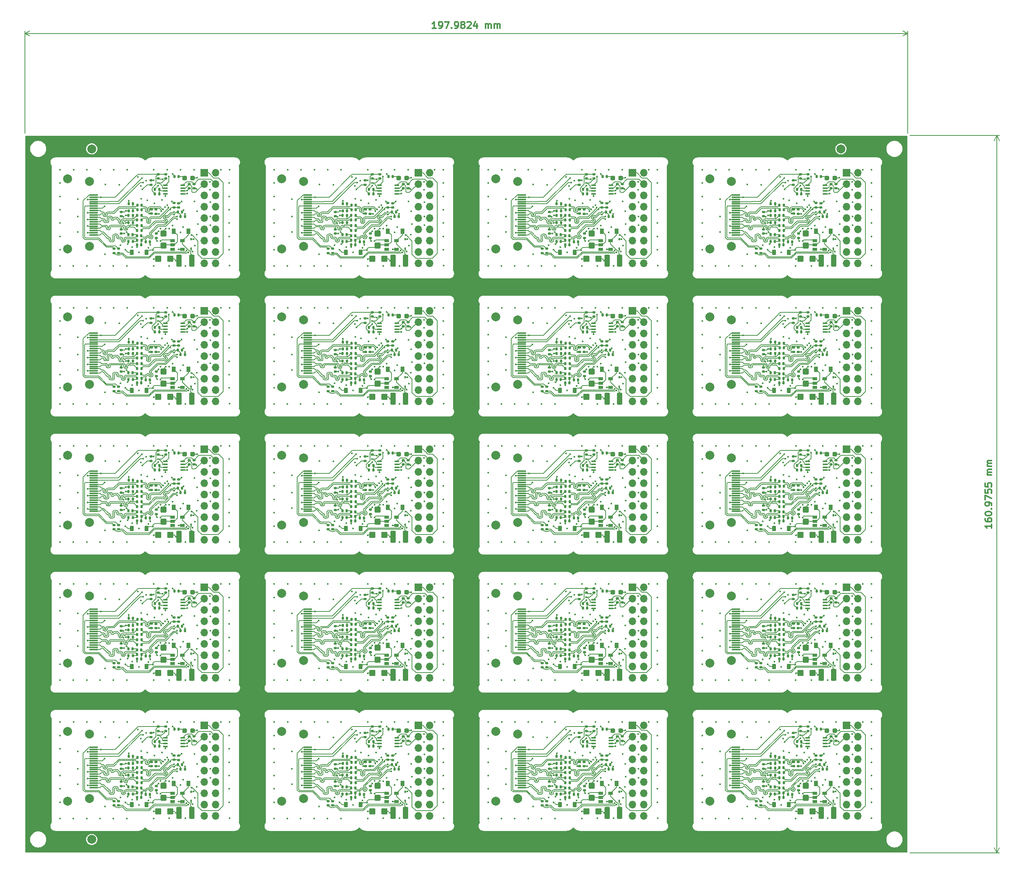
<source format=gbr>
%TF.GenerationSoftware,KiCad,Pcbnew,7.0.6+dfsg-1*%
%TF.CreationDate,2023-08-23T14:28:07+02:00*%
%TF.ProjectId,GPDI_ULX3S_panel,47504449-5f55-44c5-9833-535f70616e65,1.6*%
%TF.SameCoordinates,Original*%
%TF.FileFunction,Copper,L1,Top*%
%TF.FilePolarity,Positive*%
%FSLAX46Y46*%
G04 Gerber Fmt 4.6, Leading zero omitted, Abs format (unit mm)*
G04 Created by KiCad (PCBNEW 7.0.6+dfsg-1) date 2023-08-23 14:28:07*
%MOMM*%
%LPD*%
G01*
G04 APERTURE LIST*
G04 Aperture macros list*
%AMRoundRect*
0 Rectangle with rounded corners*
0 $1 Rounding radius*
0 $2 $3 $4 $5 $6 $7 $8 $9 X,Y pos of 4 corners*
0 Add a 4 corners polygon primitive as box body*
4,1,4,$2,$3,$4,$5,$6,$7,$8,$9,$2,$3,0*
0 Add four circle primitives for the rounded corners*
1,1,$1+$1,$2,$3*
1,1,$1+$1,$4,$5*
1,1,$1+$1,$6,$7*
1,1,$1+$1,$8,$9*
0 Add four rect primitives between the rounded corners*
20,1,$1+$1,$2,$3,$4,$5,0*
20,1,$1+$1,$4,$5,$6,$7,0*
20,1,$1+$1,$6,$7,$8,$9,0*
20,1,$1+$1,$8,$9,$2,$3,0*%
G04 Aperture macros list end*
%ADD10C,0.300000*%
%TA.AperFunction,NonConductor*%
%ADD11C,0.300000*%
%TD*%
%TA.AperFunction,NonConductor*%
%ADD12C,0.200000*%
%TD*%
%TA.AperFunction,SMDPad,CuDef*%
%ADD13RoundRect,0.147500X0.147500X0.172500X-0.147500X0.172500X-0.147500X-0.172500X0.147500X-0.172500X0*%
%TD*%
%TA.AperFunction,SMDPad,CuDef*%
%ADD14RoundRect,0.147500X0.172500X-0.147500X0.172500X0.147500X-0.172500X0.147500X-0.172500X-0.147500X0*%
%TD*%
%TA.AperFunction,SMDPad,CuDef*%
%ADD15RoundRect,0.147500X-0.147500X-0.172500X0.147500X-0.172500X0.147500X0.172500X-0.147500X0.172500X0*%
%TD*%
%TA.AperFunction,SMDPad,CuDef*%
%ADD16R,0.900000X1.200000*%
%TD*%
%TA.AperFunction,SMDPad,CuDef*%
%ADD17RoundRect,0.249999X0.425001X-0.450001X0.425001X0.450001X-0.425001X0.450001X-0.425001X-0.450001X0*%
%TD*%
%TA.AperFunction,SMDPad,CuDef*%
%ADD18R,0.450000X0.600000*%
%TD*%
%TA.AperFunction,SMDPad,CuDef*%
%ADD19RoundRect,0.225000X-0.225000X-0.375000X0.225000X-0.375000X0.225000X0.375000X-0.225000X0.375000X0*%
%TD*%
%TA.AperFunction,SMDPad,CuDef*%
%ADD20RoundRect,0.147500X-0.172500X0.147500X-0.172500X-0.147500X0.172500X-0.147500X0.172500X0.147500X0*%
%TD*%
%TA.AperFunction,SMDPad,CuDef*%
%ADD21R,1.060000X0.650000*%
%TD*%
%TA.AperFunction,ComponentPad*%
%ADD22R,1.700000X1.700000*%
%TD*%
%TA.AperFunction,ComponentPad*%
%ADD23O,1.700000X1.700000*%
%TD*%
%TA.AperFunction,ComponentPad*%
%ADD24C,2.000000*%
%TD*%
%TA.AperFunction,SMDPad,CuDef*%
%ADD25R,1.900000X0.300000*%
%TD*%
%TA.AperFunction,SMDPad,CuDef*%
%ADD26R,1.100000X0.450000*%
%TD*%
%TA.AperFunction,SMDPad,CuDef*%
%ADD27RoundRect,0.250000X-0.375000X-1.075000X0.375000X-1.075000X0.375000X1.075000X-0.375000X1.075000X0*%
%TD*%
%TA.AperFunction,SMDPad,CuDef*%
%ADD28C,2.000000*%
%TD*%
%TA.AperFunction,SMDPad,CuDef*%
%ADD29RoundRect,0.237500X-0.287500X-0.237500X0.287500X-0.237500X0.287500X0.237500X-0.287500X0.237500X0*%
%TD*%
%TA.AperFunction,SMDPad,CuDef*%
%ADD30RoundRect,0.249999X0.450001X0.425001X-0.450001X0.425001X-0.450001X-0.425001X0.450001X-0.425001X0*%
%TD*%
%TA.AperFunction,ViaPad*%
%ADD31C,0.400000*%
%TD*%
%TA.AperFunction,Conductor*%
%ADD32C,0.127000*%
%TD*%
%TA.AperFunction,Conductor*%
%ADD33C,0.200000*%
%TD*%
%TA.AperFunction,Conductor*%
%ADD34C,0.150000*%
%TD*%
G04 APERTURE END LIST*
D10*
D11*
X141708151Y-15960601D02*
X140851008Y-15960601D01*
X141279579Y-15960601D02*
X141279579Y-14460601D01*
X141279579Y-14460601D02*
X141136722Y-14674887D01*
X141136722Y-14674887D02*
X140993865Y-14817744D01*
X140993865Y-14817744D02*
X140851008Y-14889173D01*
X142422436Y-15960601D02*
X142708150Y-15960601D01*
X142708150Y-15960601D02*
X142851007Y-15889173D01*
X142851007Y-15889173D02*
X142922436Y-15817744D01*
X142922436Y-15817744D02*
X143065293Y-15603458D01*
X143065293Y-15603458D02*
X143136722Y-15317744D01*
X143136722Y-15317744D02*
X143136722Y-14746315D01*
X143136722Y-14746315D02*
X143065293Y-14603458D01*
X143065293Y-14603458D02*
X142993865Y-14532030D01*
X142993865Y-14532030D02*
X142851007Y-14460601D01*
X142851007Y-14460601D02*
X142565293Y-14460601D01*
X142565293Y-14460601D02*
X142422436Y-14532030D01*
X142422436Y-14532030D02*
X142351007Y-14603458D01*
X142351007Y-14603458D02*
X142279579Y-14746315D01*
X142279579Y-14746315D02*
X142279579Y-15103458D01*
X142279579Y-15103458D02*
X142351007Y-15246315D01*
X142351007Y-15246315D02*
X142422436Y-15317744D01*
X142422436Y-15317744D02*
X142565293Y-15389173D01*
X142565293Y-15389173D02*
X142851007Y-15389173D01*
X142851007Y-15389173D02*
X142993865Y-15317744D01*
X142993865Y-15317744D02*
X143065293Y-15246315D01*
X143065293Y-15246315D02*
X143136722Y-15103458D01*
X143636721Y-14460601D02*
X144636721Y-14460601D01*
X144636721Y-14460601D02*
X143993864Y-15960601D01*
X145208149Y-15817744D02*
X145279578Y-15889173D01*
X145279578Y-15889173D02*
X145208149Y-15960601D01*
X145208149Y-15960601D02*
X145136721Y-15889173D01*
X145136721Y-15889173D02*
X145208149Y-15817744D01*
X145208149Y-15817744D02*
X145208149Y-15960601D01*
X145993864Y-15960601D02*
X146279578Y-15960601D01*
X146279578Y-15960601D02*
X146422435Y-15889173D01*
X146422435Y-15889173D02*
X146493864Y-15817744D01*
X146493864Y-15817744D02*
X146636721Y-15603458D01*
X146636721Y-15603458D02*
X146708150Y-15317744D01*
X146708150Y-15317744D02*
X146708150Y-14746315D01*
X146708150Y-14746315D02*
X146636721Y-14603458D01*
X146636721Y-14603458D02*
X146565293Y-14532030D01*
X146565293Y-14532030D02*
X146422435Y-14460601D01*
X146422435Y-14460601D02*
X146136721Y-14460601D01*
X146136721Y-14460601D02*
X145993864Y-14532030D01*
X145993864Y-14532030D02*
X145922435Y-14603458D01*
X145922435Y-14603458D02*
X145851007Y-14746315D01*
X145851007Y-14746315D02*
X145851007Y-15103458D01*
X145851007Y-15103458D02*
X145922435Y-15246315D01*
X145922435Y-15246315D02*
X145993864Y-15317744D01*
X145993864Y-15317744D02*
X146136721Y-15389173D01*
X146136721Y-15389173D02*
X146422435Y-15389173D01*
X146422435Y-15389173D02*
X146565293Y-15317744D01*
X146565293Y-15317744D02*
X146636721Y-15246315D01*
X146636721Y-15246315D02*
X146708150Y-15103458D01*
X147565292Y-15103458D02*
X147422435Y-15032030D01*
X147422435Y-15032030D02*
X147351006Y-14960601D01*
X147351006Y-14960601D02*
X147279578Y-14817744D01*
X147279578Y-14817744D02*
X147279578Y-14746315D01*
X147279578Y-14746315D02*
X147351006Y-14603458D01*
X147351006Y-14603458D02*
X147422435Y-14532030D01*
X147422435Y-14532030D02*
X147565292Y-14460601D01*
X147565292Y-14460601D02*
X147851006Y-14460601D01*
X147851006Y-14460601D02*
X147993864Y-14532030D01*
X147993864Y-14532030D02*
X148065292Y-14603458D01*
X148065292Y-14603458D02*
X148136721Y-14746315D01*
X148136721Y-14746315D02*
X148136721Y-14817744D01*
X148136721Y-14817744D02*
X148065292Y-14960601D01*
X148065292Y-14960601D02*
X147993864Y-15032030D01*
X147993864Y-15032030D02*
X147851006Y-15103458D01*
X147851006Y-15103458D02*
X147565292Y-15103458D01*
X147565292Y-15103458D02*
X147422435Y-15174887D01*
X147422435Y-15174887D02*
X147351006Y-15246315D01*
X147351006Y-15246315D02*
X147279578Y-15389173D01*
X147279578Y-15389173D02*
X147279578Y-15674887D01*
X147279578Y-15674887D02*
X147351006Y-15817744D01*
X147351006Y-15817744D02*
X147422435Y-15889173D01*
X147422435Y-15889173D02*
X147565292Y-15960601D01*
X147565292Y-15960601D02*
X147851006Y-15960601D01*
X147851006Y-15960601D02*
X147993864Y-15889173D01*
X147993864Y-15889173D02*
X148065292Y-15817744D01*
X148065292Y-15817744D02*
X148136721Y-15674887D01*
X148136721Y-15674887D02*
X148136721Y-15389173D01*
X148136721Y-15389173D02*
X148065292Y-15246315D01*
X148065292Y-15246315D02*
X147993864Y-15174887D01*
X147993864Y-15174887D02*
X147851006Y-15103458D01*
X148708149Y-14603458D02*
X148779577Y-14532030D01*
X148779577Y-14532030D02*
X148922435Y-14460601D01*
X148922435Y-14460601D02*
X149279577Y-14460601D01*
X149279577Y-14460601D02*
X149422435Y-14532030D01*
X149422435Y-14532030D02*
X149493863Y-14603458D01*
X149493863Y-14603458D02*
X149565292Y-14746315D01*
X149565292Y-14746315D02*
X149565292Y-14889173D01*
X149565292Y-14889173D02*
X149493863Y-15103458D01*
X149493863Y-15103458D02*
X148636720Y-15960601D01*
X148636720Y-15960601D02*
X149565292Y-15960601D01*
X150851006Y-14960601D02*
X150851006Y-15960601D01*
X150493863Y-14389173D02*
X150136720Y-15460601D01*
X150136720Y-15460601D02*
X151065291Y-15460601D01*
X152779576Y-15960601D02*
X152779576Y-14960601D01*
X152779576Y-15103458D02*
X152851005Y-15032030D01*
X152851005Y-15032030D02*
X152993862Y-14960601D01*
X152993862Y-14960601D02*
X153208148Y-14960601D01*
X153208148Y-14960601D02*
X153351005Y-15032030D01*
X153351005Y-15032030D02*
X153422434Y-15174887D01*
X153422434Y-15174887D02*
X153422434Y-15960601D01*
X153422434Y-15174887D02*
X153493862Y-15032030D01*
X153493862Y-15032030D02*
X153636719Y-14960601D01*
X153636719Y-14960601D02*
X153851005Y-14960601D01*
X153851005Y-14960601D02*
X153993862Y-15032030D01*
X153993862Y-15032030D02*
X154065291Y-15174887D01*
X154065291Y-15174887D02*
X154065291Y-15960601D01*
X154779576Y-15960601D02*
X154779576Y-14960601D01*
X154779576Y-15103458D02*
X154851005Y-15032030D01*
X154851005Y-15032030D02*
X154993862Y-14960601D01*
X154993862Y-14960601D02*
X155208148Y-14960601D01*
X155208148Y-14960601D02*
X155351005Y-15032030D01*
X155351005Y-15032030D02*
X155422434Y-15174887D01*
X155422434Y-15174887D02*
X155422434Y-15960601D01*
X155422434Y-15174887D02*
X155493862Y-15032030D01*
X155493862Y-15032030D02*
X155636719Y-14960601D01*
X155636719Y-14960601D02*
X155851005Y-14960601D01*
X155851005Y-14960601D02*
X155993862Y-15032030D01*
X155993862Y-15032030D02*
X156065291Y-15174887D01*
X156065291Y-15174887D02*
X156065291Y-15960601D01*
D12*
X49502647Y-39512272D02*
X49502647Y-16495853D01*
X247485080Y-39512272D02*
X247485080Y-16495853D01*
X49502647Y-17082273D02*
X247485080Y-17082273D01*
X49502647Y-17082273D02*
X247485080Y-17082273D01*
X49502647Y-17082273D02*
X50629151Y-16495852D01*
X49502647Y-17082273D02*
X50629151Y-17668694D01*
X247485080Y-17082273D02*
X246358576Y-17668694D01*
X247485080Y-17082273D02*
X246358576Y-16495852D01*
D10*
D11*
X266310975Y-127285712D02*
X266310975Y-128142855D01*
X266310975Y-127714284D02*
X264810975Y-127714284D01*
X264810975Y-127714284D02*
X265025261Y-127857141D01*
X265025261Y-127857141D02*
X265168118Y-127999998D01*
X265168118Y-127999998D02*
X265239547Y-128142855D01*
X264810975Y-125999999D02*
X264810975Y-126285713D01*
X264810975Y-126285713D02*
X264882404Y-126428570D01*
X264882404Y-126428570D02*
X264953832Y-126499999D01*
X264953832Y-126499999D02*
X265168118Y-126642856D01*
X265168118Y-126642856D02*
X265453832Y-126714284D01*
X265453832Y-126714284D02*
X266025261Y-126714284D01*
X266025261Y-126714284D02*
X266168118Y-126642856D01*
X266168118Y-126642856D02*
X266239547Y-126571427D01*
X266239547Y-126571427D02*
X266310975Y-126428570D01*
X266310975Y-126428570D02*
X266310975Y-126142856D01*
X266310975Y-126142856D02*
X266239547Y-125999999D01*
X266239547Y-125999999D02*
X266168118Y-125928570D01*
X266168118Y-125928570D02*
X266025261Y-125857141D01*
X266025261Y-125857141D02*
X265668118Y-125857141D01*
X265668118Y-125857141D02*
X265525261Y-125928570D01*
X265525261Y-125928570D02*
X265453832Y-125999999D01*
X265453832Y-125999999D02*
X265382404Y-126142856D01*
X265382404Y-126142856D02*
X265382404Y-126428570D01*
X265382404Y-126428570D02*
X265453832Y-126571427D01*
X265453832Y-126571427D02*
X265525261Y-126642856D01*
X265525261Y-126642856D02*
X265668118Y-126714284D01*
X264810975Y-124928570D02*
X264810975Y-124785713D01*
X264810975Y-124785713D02*
X264882404Y-124642856D01*
X264882404Y-124642856D02*
X264953832Y-124571428D01*
X264953832Y-124571428D02*
X265096689Y-124499999D01*
X265096689Y-124499999D02*
X265382404Y-124428570D01*
X265382404Y-124428570D02*
X265739547Y-124428570D01*
X265739547Y-124428570D02*
X266025261Y-124499999D01*
X266025261Y-124499999D02*
X266168118Y-124571428D01*
X266168118Y-124571428D02*
X266239547Y-124642856D01*
X266239547Y-124642856D02*
X266310975Y-124785713D01*
X266310975Y-124785713D02*
X266310975Y-124928570D01*
X266310975Y-124928570D02*
X266239547Y-125071428D01*
X266239547Y-125071428D02*
X266168118Y-125142856D01*
X266168118Y-125142856D02*
X266025261Y-125214285D01*
X266025261Y-125214285D02*
X265739547Y-125285713D01*
X265739547Y-125285713D02*
X265382404Y-125285713D01*
X265382404Y-125285713D02*
X265096689Y-125214285D01*
X265096689Y-125214285D02*
X264953832Y-125142856D01*
X264953832Y-125142856D02*
X264882404Y-125071428D01*
X264882404Y-125071428D02*
X264810975Y-124928570D01*
X266168118Y-123785714D02*
X266239547Y-123714285D01*
X266239547Y-123714285D02*
X266310975Y-123785714D01*
X266310975Y-123785714D02*
X266239547Y-123857142D01*
X266239547Y-123857142D02*
X266168118Y-123785714D01*
X266168118Y-123785714D02*
X266310975Y-123785714D01*
X266310975Y-122999999D02*
X266310975Y-122714285D01*
X266310975Y-122714285D02*
X266239547Y-122571428D01*
X266239547Y-122571428D02*
X266168118Y-122499999D01*
X266168118Y-122499999D02*
X265953832Y-122357142D01*
X265953832Y-122357142D02*
X265668118Y-122285713D01*
X265668118Y-122285713D02*
X265096689Y-122285713D01*
X265096689Y-122285713D02*
X264953832Y-122357142D01*
X264953832Y-122357142D02*
X264882404Y-122428571D01*
X264882404Y-122428571D02*
X264810975Y-122571428D01*
X264810975Y-122571428D02*
X264810975Y-122857142D01*
X264810975Y-122857142D02*
X264882404Y-122999999D01*
X264882404Y-122999999D02*
X264953832Y-123071428D01*
X264953832Y-123071428D02*
X265096689Y-123142856D01*
X265096689Y-123142856D02*
X265453832Y-123142856D01*
X265453832Y-123142856D02*
X265596689Y-123071428D01*
X265596689Y-123071428D02*
X265668118Y-122999999D01*
X265668118Y-122999999D02*
X265739547Y-122857142D01*
X265739547Y-122857142D02*
X265739547Y-122571428D01*
X265739547Y-122571428D02*
X265668118Y-122428571D01*
X265668118Y-122428571D02*
X265596689Y-122357142D01*
X265596689Y-122357142D02*
X265453832Y-122285713D01*
X264810975Y-121785714D02*
X264810975Y-120785714D01*
X264810975Y-120785714D02*
X266310975Y-121428571D01*
X264810975Y-119500000D02*
X264810975Y-120214286D01*
X264810975Y-120214286D02*
X265525261Y-120285714D01*
X265525261Y-120285714D02*
X265453832Y-120214286D01*
X265453832Y-120214286D02*
X265382404Y-120071429D01*
X265382404Y-120071429D02*
X265382404Y-119714286D01*
X265382404Y-119714286D02*
X265453832Y-119571429D01*
X265453832Y-119571429D02*
X265525261Y-119500000D01*
X265525261Y-119500000D02*
X265668118Y-119428571D01*
X265668118Y-119428571D02*
X266025261Y-119428571D01*
X266025261Y-119428571D02*
X266168118Y-119500000D01*
X266168118Y-119500000D02*
X266239547Y-119571429D01*
X266239547Y-119571429D02*
X266310975Y-119714286D01*
X266310975Y-119714286D02*
X266310975Y-120071429D01*
X266310975Y-120071429D02*
X266239547Y-120214286D01*
X266239547Y-120214286D02*
X266168118Y-120285714D01*
X264810975Y-118071429D02*
X264810975Y-118785715D01*
X264810975Y-118785715D02*
X265525261Y-118857143D01*
X265525261Y-118857143D02*
X265453832Y-118785715D01*
X265453832Y-118785715D02*
X265382404Y-118642858D01*
X265382404Y-118642858D02*
X265382404Y-118285715D01*
X265382404Y-118285715D02*
X265453832Y-118142858D01*
X265453832Y-118142858D02*
X265525261Y-118071429D01*
X265525261Y-118071429D02*
X265668118Y-118000000D01*
X265668118Y-118000000D02*
X266025261Y-118000000D01*
X266025261Y-118000000D02*
X266168118Y-118071429D01*
X266168118Y-118071429D02*
X266239547Y-118142858D01*
X266239547Y-118142858D02*
X266310975Y-118285715D01*
X266310975Y-118285715D02*
X266310975Y-118642858D01*
X266310975Y-118642858D02*
X266239547Y-118785715D01*
X266239547Y-118785715D02*
X266168118Y-118857143D01*
X266310975Y-116214287D02*
X265310975Y-116214287D01*
X265453832Y-116214287D02*
X265382404Y-116142858D01*
X265382404Y-116142858D02*
X265310975Y-116000001D01*
X265310975Y-116000001D02*
X265310975Y-115785715D01*
X265310975Y-115785715D02*
X265382404Y-115642858D01*
X265382404Y-115642858D02*
X265525261Y-115571430D01*
X265525261Y-115571430D02*
X266310975Y-115571430D01*
X265525261Y-115571430D02*
X265382404Y-115500001D01*
X265382404Y-115500001D02*
X265310975Y-115357144D01*
X265310975Y-115357144D02*
X265310975Y-115142858D01*
X265310975Y-115142858D02*
X265382404Y-115000001D01*
X265382404Y-115000001D02*
X265525261Y-114928572D01*
X265525261Y-114928572D02*
X266310975Y-114928572D01*
X266310975Y-114214287D02*
X265310975Y-114214287D01*
X265453832Y-114214287D02*
X265382404Y-114142858D01*
X265382404Y-114142858D02*
X265310975Y-114000001D01*
X265310975Y-114000001D02*
X265310975Y-113785715D01*
X265310975Y-113785715D02*
X265382404Y-113642858D01*
X265382404Y-113642858D02*
X265525261Y-113571430D01*
X265525261Y-113571430D02*
X266310975Y-113571430D01*
X265525261Y-113571430D02*
X265382404Y-113500001D01*
X265382404Y-113500001D02*
X265310975Y-113357144D01*
X265310975Y-113357144D02*
X265310975Y-113142858D01*
X265310975Y-113142858D02*
X265382404Y-113000001D01*
X265382404Y-113000001D02*
X265525261Y-112928572D01*
X265525261Y-112928572D02*
X266310975Y-112928572D01*
D12*
X247997353Y-200987727D02*
X268019067Y-200987727D01*
X247997353Y-40012273D02*
X268019067Y-40012273D01*
X267432647Y-200987727D02*
X267432647Y-40012273D01*
X267432647Y-200987727D02*
X267432647Y-40012273D01*
X267432647Y-200987727D02*
X266846226Y-199861223D01*
X267432647Y-200987727D02*
X268019068Y-199861223D01*
X267432647Y-40012273D02*
X268019068Y-41138777D01*
X267432647Y-40012273D02*
X266846226Y-41138777D01*
D13*
%TO.P,C2,1*%
%TO.N,Board_14-GPDI_D1+*%
X171662451Y-154280000D03*
%TO.P,C2,2*%
%TO.N,Board_14-/D1+*%
X170692451Y-154280000D03*
%TD*%
%TO.P,C7,1*%
%TO.N,Board_8-GPDI_D1-*%
X75657647Y-122200000D03*
%TO.P,C7,2*%
%TO.N,Board_8-/D1-*%
X74687647Y-122200000D03*
%TD*%
D14*
%TO.P,R3,1*%
%TO.N,Board_3-+3V3*%
X231427353Y-51835000D03*
%TO.P,R3,2*%
%TO.N,Board_3-PMOD_SDA*%
X231427353Y-50865000D03*
%TD*%
%TO.P,R3,1*%
%TO.N,Board_17-+3V3*%
X135427549Y-175835000D03*
%TO.P,R3,2*%
%TO.N,Board_17-PMOD_SDA*%
X135427549Y-174865000D03*
%TD*%
D13*
%TO.P,C8,1*%
%TO.N,Board_19-GPDI_D0-*%
X219648353Y-181890000D03*
%TO.P,C8,2*%
%TO.N,Board_19-/D0-*%
X218678353Y-181890000D03*
%TD*%
D15*
%TO.P,R23,1*%
%TO.N,Board_4-+3V3*%
X72772647Y-86340000D03*
%TO.P,R23,2*%
%TO.N,Board_4-/CLK-*%
X73742647Y-86340000D03*
%TD*%
D14*
%TO.P,R12,1*%
%TO.N,Board_10-+3V3*%
X167107451Y-124025000D03*
%TO.P,R12,2*%
%TO.N,Board_10-/D1+*%
X167107451Y-123055000D03*
%TD*%
D16*
%TO.P,D1,1,K*%
%TO.N,Board_2-Net-(D1-K)*%
X178877451Y-61450000D03*
%TO.P,D1,2,A*%
%TO.N,Board_2-Net-(D1-A)*%
X182177451Y-61450000D03*
%TD*%
D17*
%TO.P,C12,1*%
%TO.N,Board_18-Net-(D1-K)*%
X176624911Y-188670180D03*
%TO.P,C12,2*%
%TO.N,Board_18-GND*%
X176624911Y-185970180D03*
%TD*%
D18*
%TO.P,D3,1,K*%
%TO.N,Board_16-GPDI_ETH-*%
X86752647Y-187275000D03*
%TO.P,D3,2,A*%
%TO.N,Board_16-GND*%
X86752647Y-189375000D03*
%TD*%
D15*
%TO.P,R5,1*%
%TO.N,Board_6-+5V*%
X174659911Y-84080180D03*
%TO.P,R5,2*%
%TO.N,Board_6-Net-(U2-VREF2)*%
X175629911Y-84080180D03*
%TD*%
D17*
%TO.P,C12,1*%
%TO.N,Board_5-Net-(D1-K)*%
X128625009Y-95670180D03*
%TO.P,C12,2*%
%TO.N,Board_5-GND*%
X128625009Y-92970180D03*
%TD*%
D14*
%TO.P,R4,1*%
%TO.N,Board_19-+3V3*%
X230327353Y-175835000D03*
%TO.P,R4,2*%
%TO.N,Board_19-PMOD_SCL*%
X230327353Y-174865000D03*
%TD*%
D13*
%TO.P,C13,1*%
%TO.N,Board_15-Net-(U2-VREF2)*%
X223629813Y-145060180D03*
%TO.P,C13,2*%
%TO.N,Board_15-GND*%
X222659813Y-145060180D03*
%TD*%
D15*
%TO.P,R19,1*%
%TO.N,Board_5-+3V3*%
X120752549Y-88940000D03*
%TO.P,R19,2*%
%TO.N,Board_5-/D0-*%
X121722549Y-88940000D03*
%TD*%
D19*
%TO.P,D4,1,K*%
%TO.N,Board_5-+5V*%
X121515009Y-97220180D03*
%TO.P,D4,2,A*%
%TO.N,Board_5-Net-(D1-K)*%
X124815009Y-97220180D03*
%TD*%
D13*
%TO.P,R17,1*%
%TO.N,Board_19-+3V3*%
X221569813Y-187860180D03*
%TO.P,R17,2*%
%TO.N,Board_19-GPDI_D2+*%
X220599813Y-187860180D03*
%TD*%
D14*
%TO.P,R12,1*%
%TO.N,Board_9-+3V3*%
X119107549Y-124025000D03*
%TO.P,R12,2*%
%TO.N,Board_9-/D1+*%
X119107549Y-123055000D03*
%TD*%
%TO.P,R10,1*%
%TO.N,Board_12-GPDI_D0+*%
X83967267Y-149154820D03*
%TO.P,R10,2*%
%TO.N,Board_12-GND*%
X83967267Y-148184820D03*
%TD*%
D13*
%TO.P,C2,1*%
%TO.N,Board_0-GPDI_D1+*%
X75662647Y-61280000D03*
%TO.P,C2,2*%
%TO.N,Board_0-/D1+*%
X74692647Y-61280000D03*
%TD*%
D20*
%TO.P,R22,1*%
%TO.N,Board_6-GPDI_CLK+*%
X174927711Y-87586900D03*
%TO.P,R22,2*%
%TO.N,Board_6-GND*%
X174927711Y-88556900D03*
%TD*%
D14*
%TO.P,R21,1*%
%TO.N,Board_13-+3V3*%
X125924509Y-150549280D03*
%TO.P,R21,2*%
%TO.N,Board_13-GPDI_CLK+*%
X125924509Y-149579280D03*
%TD*%
D21*
%TO.P,U1,1,CE*%
%TO.N,Board_19-5V_ENABLE*%
X226652353Y-187625000D03*
%TO.P,U1,2,OUT*%
%TO.N,Board_19-Net-(D1-K)*%
X226652353Y-188575000D03*
%TO.P,U1,3*%
%TO.N,N/C*%
X226652353Y-189525000D03*
%TO.P,U1,4,GND*%
%TO.N,Board_19-GND*%
X228852353Y-189525000D03*
%TO.P,U1,5,LX*%
%TO.N,Board_19-Net-(D1-A)*%
X228852353Y-187625000D03*
%TD*%
D14*
%TO.P,R21,1*%
%TO.N,Board_12-+3V3*%
X77924607Y-150549280D03*
%TO.P,R21,2*%
%TO.N,Board_12-GPDI_CLK+*%
X77924607Y-149579280D03*
%TD*%
D13*
%TO.P,R17,1*%
%TO.N,Board_11-+3V3*%
X221569813Y-125860180D03*
%TO.P,R17,2*%
%TO.N,Board_11-GPDI_D2+*%
X220599813Y-125860180D03*
%TD*%
%TO.P,R13,1*%
%TO.N,Board_2-+3V3*%
X181379171Y-58181880D03*
%TO.P,R13,2*%
%TO.N,Board_2-GPDI_D1+*%
X180409171Y-58181880D03*
%TD*%
D15*
%TO.P,R15,1*%
%TO.N,Board_1-+3V3*%
X120762549Y-59580000D03*
%TO.P,R15,2*%
%TO.N,Board_1-/D1-*%
X121732549Y-59580000D03*
%TD*%
D13*
%TO.P,C6,1*%
%TO.N,Board_17-GPDI_D2-*%
X123637549Y-186470000D03*
%TO.P,C6,2*%
%TO.N,Board_17-/D2-*%
X122667549Y-186470000D03*
%TD*%
D15*
%TO.P,R23,1*%
%TO.N,Board_7-+3V3*%
X216772353Y-86340000D03*
%TO.P,R23,2*%
%TO.N,Board_7-/CLK-*%
X217742353Y-86340000D03*
%TD*%
D14*
%TO.P,R12,1*%
%TO.N,Board_8-+3V3*%
X71107647Y-124025000D03*
%TO.P,R12,2*%
%TO.N,Board_8-/D1+*%
X71107647Y-123055000D03*
%TD*%
D20*
%TO.P,R28,1*%
%TO.N,Board_17-/ETH-*%
X117505009Y-189405180D03*
%TO.P,R28,2*%
%TO.N,Board_17-GPDI_ETH-*%
X117505009Y-190375180D03*
%TD*%
D13*
%TO.P,C6,1*%
%TO.N,Board_16-GPDI_D2-*%
X75637647Y-186470000D03*
%TO.P,C6,2*%
%TO.N,Board_16-/D2-*%
X74667647Y-186470000D03*
%TD*%
D20*
%TO.P,R22,1*%
%TO.N,Board_14-GPDI_CLK+*%
X174927711Y-149586900D03*
%TO.P,R22,2*%
%TO.N,Board_14-GND*%
X174927711Y-150556900D03*
%TD*%
D15*
%TO.P,R23,1*%
%TO.N,Board_19-+3V3*%
X216772353Y-179340000D03*
%TO.P,R23,2*%
%TO.N,Board_19-/CLK-*%
X217742353Y-179340000D03*
%TD*%
D13*
%TO.P,C3,1*%
%TO.N,Board_7-GPDI_D0+*%
X219662353Y-89970000D03*
%TO.P,C3,2*%
%TO.N,Board_7-/D0+*%
X218692353Y-89970000D03*
%TD*%
D20*
%TO.P,R16,1*%
%TO.N,Board_9-+3V3*%
X119096989Y-119153320D03*
%TO.P,R16,2*%
%TO.N,Board_9-/D0+*%
X119096989Y-120123320D03*
%TD*%
%TO.P,R28,1*%
%TO.N,Board_9-/ETH-*%
X117505009Y-127405180D03*
%TO.P,R28,2*%
%TO.N,Board_9-GPDI_ETH-*%
X117505009Y-128375180D03*
%TD*%
D19*
%TO.P,D4,1,K*%
%TO.N,Board_2-+5V*%
X169514911Y-66220180D03*
%TO.P,D4,2,A*%
%TO.N,Board_2-Net-(D1-K)*%
X172814911Y-66220180D03*
%TD*%
D13*
%TO.P,C9,1*%
%TO.N,Board_16-GPDI_CLK-*%
X75697647Y-179610000D03*
%TO.P,C9,2*%
%TO.N,Board_16-/CLK-*%
X74727647Y-179610000D03*
%TD*%
%TO.P,R17,1*%
%TO.N,Board_16-+3V3*%
X77570107Y-187860180D03*
%TO.P,R17,2*%
%TO.N,Board_16-GPDI_D2+*%
X76600107Y-187860180D03*
%TD*%
D14*
%TO.P,R29,1*%
%TO.N,Board_14-5V_ENABLE*%
X175014911Y-155975180D03*
%TO.P,R29,2*%
%TO.N,Board_14-GND*%
X175014911Y-155005180D03*
%TD*%
D13*
%TO.P,C8,1*%
%TO.N,Board_14-GPDI_D0-*%
X171648451Y-150890000D03*
%TO.P,C8,2*%
%TO.N,Board_14-/D0-*%
X170678451Y-150890000D03*
%TD*%
D20*
%TO.P,R7,1*%
%TO.N,Board_3-+5V*%
X223427353Y-48665000D03*
%TO.P,R7,2*%
%TO.N,Board_3-GPDI_SDA*%
X223427353Y-49635000D03*
%TD*%
D15*
%TO.P,R23,1*%
%TO.N,Board_16-+3V3*%
X72772647Y-179340000D03*
%TO.P,R23,2*%
%TO.N,Board_16-/CLK-*%
X73742647Y-179340000D03*
%TD*%
D22*
%TO.P,J2,1,Pin_1*%
%TO.N,Board_9-5V_ENABLE*%
X137766549Y-110385000D03*
D23*
%TO.P,J2,2,Pin_2*%
%TO.N,Board_9-GPDI_CEC*%
X140306549Y-110385000D03*
%TO.P,J2,3,Pin_3*%
%TO.N,Board_9-PMOD_SCL*%
X137766549Y-112925000D03*
%TO.P,J2,4,Pin_4*%
%TO.N,Board_9-PMOD_SDA*%
X140306549Y-112925000D03*
%TO.P,J2,5,Pin_5*%
%TO.N,Board_9-GPDI_D0-*%
X137766549Y-115465000D03*
%TO.P,J2,6,Pin_6*%
%TO.N,Board_9-GPDI_D0+*%
X140306549Y-115465000D03*
%TO.P,J2,7,Pin_7*%
%TO.N,Board_9-GPDI_D1-*%
X137766549Y-118005000D03*
%TO.P,J2,8,Pin_8*%
%TO.N,Board_9-GPDI_D1+*%
X140306549Y-118005000D03*
%TO.P,J2,9,Pin_9*%
%TO.N,Board_9-GPDI_D2-*%
X137766549Y-120545000D03*
%TO.P,J2,10,Pin_10*%
%TO.N,Board_9-GPDI_D2+*%
X140306549Y-120545000D03*
%TO.P,J2,11,Pin_11*%
%TO.N,Board_9-GPDI_CLK-*%
X137766549Y-123085000D03*
%TO.P,J2,12,Pin_12*%
%TO.N,Board_9-GPDI_CLK+*%
X140306549Y-123085000D03*
%TO.P,J2,13,Pin_13*%
%TO.N,Board_9-GPDI_ETH-*%
X137766549Y-125625000D03*
%TO.P,J2,14,Pin_14*%
%TO.N,Board_9-GPDI_ETH+*%
X140306549Y-125625000D03*
%TO.P,J2,15,Pin_15*%
%TO.N,Board_9-GND*%
X137766549Y-128165000D03*
%TO.P,J2,16,Pin_16*%
X140306549Y-128165000D03*
%TO.P,J2,17,Pin_17*%
%TO.N,Board_9-+3V3*%
X137766549Y-130705000D03*
%TO.P,J2,18,Pin_18*%
X140306549Y-130705000D03*
%TD*%
D17*
%TO.P,C12,1*%
%TO.N,Board_13-Net-(D1-K)*%
X128625009Y-157670180D03*
%TO.P,C12,2*%
%TO.N,Board_13-GND*%
X128625009Y-154970180D03*
%TD*%
D13*
%TO.P,C6,1*%
%TO.N,Board_0-GPDI_D2-*%
X75637647Y-62470000D03*
%TO.P,C6,2*%
%TO.N,Board_0-/D2-*%
X74667647Y-62470000D03*
%TD*%
D15*
%TO.P,R5,1*%
%TO.N,Board_0-+5V*%
X78660107Y-53080180D03*
%TO.P,R5,2*%
%TO.N,Board_0-Net-(U2-VREF2)*%
X79630107Y-53080180D03*
%TD*%
D17*
%TO.P,C12,1*%
%TO.N,Board_6-Net-(D1-K)*%
X176624911Y-95670180D03*
%TO.P,C12,2*%
%TO.N,Board_6-GND*%
X176624911Y-92970180D03*
%TD*%
D14*
%TO.P,R10,1*%
%TO.N,Board_15-GPDI_D0+*%
X227966973Y-149154820D03*
%TO.P,R10,2*%
%TO.N,Board_15-GND*%
X227966973Y-148184820D03*
%TD*%
D20*
%TO.P,R6,1*%
%TO.N,Board_6-+5V*%
X177127451Y-79665000D03*
%TO.P,R6,2*%
%TO.N,Board_6-GPDI_SCL*%
X177127451Y-80635000D03*
%TD*%
D14*
%TO.P,R1,1*%
%TO.N,Board_6-/CEC*%
X173827451Y-82035000D03*
%TO.P,R1,2*%
%TO.N,Board_6-GPDI_CEC*%
X173827451Y-81065000D03*
%TD*%
D20*
%TO.P,R28,1*%
%TO.N,Board_1-/ETH-*%
X117505009Y-65405180D03*
%TO.P,R28,2*%
%TO.N,Board_1-GPDI_ETH-*%
X117505009Y-66375180D03*
%TD*%
D13*
%TO.P,C1,1*%
%TO.N,Board_16-GPDI_D2+*%
X75642647Y-187520000D03*
%TO.P,C1,2*%
%TO.N,Board_16-/D2+*%
X74672647Y-187520000D03*
%TD*%
D19*
%TO.P,D4,1,K*%
%TO.N,Board_9-+5V*%
X121515009Y-128220180D03*
%TO.P,D4,2,A*%
%TO.N,Board_9-Net-(D1-K)*%
X124815009Y-128220180D03*
%TD*%
D13*
%TO.P,C7,1*%
%TO.N,Board_16-GPDI_D1-*%
X75657647Y-184200000D03*
%TO.P,C7,2*%
%TO.N,Board_16-/D1-*%
X74687647Y-184200000D03*
%TD*%
%TO.P,C4,1*%
%TO.N,Board_8-GPDI_CLK+*%
X75702647Y-118680000D03*
%TO.P,C4,2*%
%TO.N,Board_8-/CLK+*%
X74732647Y-118680000D03*
%TD*%
%TO.P,C2,1*%
%TO.N,Board_17-GPDI_D1+*%
X123662549Y-185280000D03*
%TO.P,C2,2*%
%TO.N,Board_17-/D1+*%
X122692549Y-185280000D03*
%TD*%
D14*
%TO.P,R29,1*%
%TO.N,Board_6-5V_ENABLE*%
X175014911Y-93975180D03*
%TO.P,R29,2*%
%TO.N,Board_6-GND*%
X175014911Y-93005180D03*
%TD*%
D13*
%TO.P,R17,1*%
%TO.N,Board_10-+3V3*%
X173569911Y-125860180D03*
%TO.P,R17,2*%
%TO.N,Board_10-GPDI_D2+*%
X172599911Y-125860180D03*
%TD*%
D20*
%TO.P,R16,1*%
%TO.N,Board_13-+3V3*%
X119096989Y-150153320D03*
%TO.P,R16,2*%
%TO.N,Board_13-/D0+*%
X119096989Y-151123320D03*
%TD*%
D13*
%TO.P,C3,1*%
%TO.N,Board_3-GPDI_D0+*%
X219662353Y-58970000D03*
%TO.P,C3,2*%
%TO.N,Board_3-/D0+*%
X218692353Y-58970000D03*
%TD*%
D14*
%TO.P,R29,1*%
%TO.N,Board_8-5V_ENABLE*%
X79015107Y-124975180D03*
%TO.P,R29,2*%
%TO.N,Board_8-GND*%
X79015107Y-124005180D03*
%TD*%
D13*
%TO.P,C3,1*%
%TO.N,Board_10-GPDI_D0+*%
X171662451Y-120970000D03*
%TO.P,C3,2*%
%TO.N,Board_10-/D0+*%
X170692451Y-120970000D03*
%TD*%
%TO.P,R13,1*%
%TO.N,Board_0-+3V3*%
X85379367Y-58181880D03*
%TO.P,R13,2*%
%TO.N,Board_0-GPDI_D1+*%
X84409367Y-58181880D03*
%TD*%
D20*
%TO.P,R16,1*%
%TO.N,Board_1-+3V3*%
X119096989Y-57153320D03*
%TO.P,R16,2*%
%TO.N,Board_1-/D0+*%
X119096989Y-58123320D03*
%TD*%
D18*
%TO.P,D3,1,K*%
%TO.N,Board_7-GPDI_ETH-*%
X230752353Y-94275000D03*
%TO.P,D3,2,A*%
%TO.N,Board_7-GND*%
X230752353Y-96375000D03*
%TD*%
D13*
%TO.P,C2,1*%
%TO.N,Board_18-GPDI_D1+*%
X171662451Y-185280000D03*
%TO.P,C2,2*%
%TO.N,Board_18-/D1+*%
X170692451Y-185280000D03*
%TD*%
D15*
%TO.P,R14,1*%
%TO.N,Board_18-GPDI_D1+*%
X179786871Y-181168420D03*
%TO.P,R14,2*%
%TO.N,Board_18-GND*%
X180756871Y-181168420D03*
%TD*%
D20*
%TO.P,R9,1*%
%TO.N,Board_6-+3V3*%
X178928211Y-86177200D03*
%TO.P,R9,2*%
%TO.N,Board_6-GPDI_D0+*%
X178928211Y-87147200D03*
%TD*%
D18*
%TO.P,D3,1,K*%
%TO.N,Board_15-GPDI_ETH-*%
X230752353Y-156275000D03*
%TO.P,D3,2,A*%
%TO.N,Board_15-GND*%
X230752353Y-158375000D03*
%TD*%
D21*
%TO.P,U1,1,CE*%
%TO.N,Board_12-5V_ENABLE*%
X82652647Y-156625000D03*
%TO.P,U1,2,OUT*%
%TO.N,Board_12-Net-(D1-K)*%
X82652647Y-157575000D03*
%TO.P,U1,3*%
%TO.N,N/C*%
X82652647Y-158525000D03*
%TO.P,U1,4,GND*%
%TO.N,Board_12-GND*%
X84852647Y-158525000D03*
%TO.P,U1,5,LX*%
%TO.N,Board_12-Net-(D1-A)*%
X84852647Y-156625000D03*
%TD*%
D24*
%TO.P,P1,0,0*%
%TO.N,Board_1-GND*%
X107072289Y-49745140D03*
X111972289Y-50345140D03*
X111972289Y-64845140D03*
X107072289Y-65445140D03*
D25*
%TO.P,P1,1,P1*%
%TO.N,Board_1-/D2+*%
X112972289Y-62345140D03*
%TO.P,P1,2,P2*%
%TO.N,Board_1-GND*%
X112972289Y-61845140D03*
%TO.P,P1,3,P3*%
%TO.N,Board_1-/D2-*%
X112972289Y-61345140D03*
%TO.P,P1,4,P4*%
%TO.N,Board_1-/D1+*%
X112972289Y-60845140D03*
%TO.P,P1,5,P5*%
%TO.N,Board_1-GND*%
X112972289Y-60345140D03*
%TO.P,P1,6,P6*%
%TO.N,Board_1-/D1-*%
X112972289Y-59845140D03*
%TO.P,P1,7,P7*%
%TO.N,Board_1-/D0+*%
X112972289Y-59345140D03*
%TO.P,P1,8,P8*%
%TO.N,Board_1-GND*%
X112972289Y-58845140D03*
%TO.P,P1,9,P9*%
%TO.N,Board_1-/D0-*%
X112972289Y-58345140D03*
%TO.P,P1,10,P10*%
%TO.N,Board_1-/CLK+*%
X112972289Y-57845140D03*
%TO.P,P1,11,P11*%
%TO.N,Board_1-GND*%
X112972289Y-57345140D03*
%TO.P,P1,12,P12*%
%TO.N,Board_1-/CLK-*%
X112972289Y-56845140D03*
%TO.P,P1,13,P13*%
%TO.N,Board_1-/CEC*%
X112972289Y-56345140D03*
%TO.P,P1,14,P14*%
%TO.N,Board_1-/ETH+*%
X112972289Y-55845140D03*
%TO.P,P1,15,P15*%
%TO.N,Board_1-GPDI_SCL*%
X112972289Y-55345140D03*
%TO.P,P1,16,P16*%
%TO.N,Board_1-GPDI_SDA*%
X112972289Y-54845140D03*
%TO.P,P1,17,P17*%
%TO.N,Board_1-GND*%
X112972289Y-54345140D03*
%TO.P,P1,18,P18*%
%TO.N,Board_1-+5V*%
X112972289Y-53845140D03*
%TO.P,P1,19,P19*%
%TO.N,Board_1-/ETH-*%
X112972289Y-53345140D03*
%TD*%
D14*
%TO.P,R4,1*%
%TO.N,Board_0-+3V3*%
X86327647Y-51835000D03*
%TO.P,R4,2*%
%TO.N,Board_0-PMOD_SCL*%
X86327647Y-50865000D03*
%TD*%
D26*
%TO.P,U2,1,GND*%
%TO.N,Board_4-GND*%
X84945107Y-84115180D03*
%TO.P,U2,2,VREF1*%
%TO.N,Board_4-+3V3*%
X84945107Y-83465180D03*
%TO.P,U2,3,SCL1*%
%TO.N,Board_4-PMOD_SCL*%
X84945107Y-82815180D03*
%TO.P,U2,4,SDA1*%
%TO.N,Board_4-PMOD_SDA*%
X84945107Y-82165180D03*
%TO.P,U2,5,SDA2*%
%TO.N,Board_4-GPDI_SDA*%
X81045107Y-82165180D03*
%TO.P,U2,6,SCL2*%
%TO.N,Board_4-GPDI_SCL*%
X81045107Y-82815180D03*
%TO.P,U2,7,VREF2*%
%TO.N,Board_4-Net-(U2-VREF2)*%
X81045107Y-83465180D03*
%TO.P,U2,8,EN*%
%TO.N,Board_4-+3V3*%
X81045107Y-84115180D03*
%TD*%
D20*
%TO.P,R22,1*%
%TO.N,Board_9-GPDI_CLK+*%
X126927809Y-118586900D03*
%TO.P,R22,2*%
%TO.N,Board_9-GND*%
X126927809Y-119556900D03*
%TD*%
D14*
%TO.P,R1,1*%
%TO.N,Board_17-/CEC*%
X125827549Y-175035000D03*
%TO.P,R1,2*%
%TO.N,Board_17-GPDI_CEC*%
X125827549Y-174065000D03*
%TD*%
D27*
%TO.P,L1,1,1*%
%TO.N,Board_15-+3V3*%
X228102353Y-161075000D03*
%TO.P,L1,2,2*%
%TO.N,Board_15-Net-(D1-A)*%
X230902353Y-161075000D03*
%TD*%
D13*
%TO.P,C7,1*%
%TO.N,Board_7-GPDI_D1-*%
X219657353Y-91200000D03*
%TO.P,C7,2*%
%TO.N,Board_7-/D1-*%
X218687353Y-91200000D03*
%TD*%
D15*
%TO.P,R20,1*%
%TO.N,Board_11-+3V3*%
X216772353Y-118930000D03*
%TO.P,R20,2*%
%TO.N,Board_11-/CLK+*%
X217742353Y-118930000D03*
%TD*%
D13*
%TO.P,C8,1*%
%TO.N,Board_10-GPDI_D0-*%
X171648451Y-119890000D03*
%TO.P,C8,2*%
%TO.N,Board_10-/D0-*%
X170678451Y-119890000D03*
%TD*%
D15*
%TO.P,R11,1*%
%TO.N,Board_16-+3V3*%
X72712647Y-186220000D03*
%TO.P,R11,2*%
%TO.N,Board_16-/D2-*%
X73682647Y-186220000D03*
%TD*%
D13*
%TO.P,C1,1*%
%TO.N,Board_4-GPDI_D2+*%
X75642647Y-94520000D03*
%TO.P,C1,2*%
%TO.N,Board_4-/D2+*%
X74672647Y-94520000D03*
%TD*%
D26*
%TO.P,U2,1,GND*%
%TO.N,Board_0-GND*%
X84945107Y-53115180D03*
%TO.P,U2,2,VREF1*%
%TO.N,Board_0-+3V3*%
X84945107Y-52465180D03*
%TO.P,U2,3,SCL1*%
%TO.N,Board_0-PMOD_SCL*%
X84945107Y-51815180D03*
%TO.P,U2,4,SDA1*%
%TO.N,Board_0-PMOD_SDA*%
X84945107Y-51165180D03*
%TO.P,U2,5,SDA2*%
%TO.N,Board_0-GPDI_SDA*%
X81045107Y-51165180D03*
%TO.P,U2,6,SCL2*%
%TO.N,Board_0-GPDI_SCL*%
X81045107Y-51815180D03*
%TO.P,U2,7,VREF2*%
%TO.N,Board_0-Net-(U2-VREF2)*%
X81045107Y-52465180D03*
%TO.P,U2,8,EN*%
%TO.N,Board_0-+3V3*%
X81045107Y-53115180D03*
%TD*%
D13*
%TO.P,C3,1*%
%TO.N,Board_13-GPDI_D0+*%
X123662549Y-151970000D03*
%TO.P,C3,2*%
%TO.N,Board_13-/D0+*%
X122692549Y-151970000D03*
%TD*%
D19*
%TO.P,D4,1,K*%
%TO.N,Board_19-+5V*%
X217514813Y-190220180D03*
%TO.P,D4,2,A*%
%TO.N,Board_19-Net-(D1-K)*%
X220814813Y-190220180D03*
%TD*%
D20*
%TO.P,R22,1*%
%TO.N,Board_18-GPDI_CLK+*%
X174927711Y-180586900D03*
%TO.P,R22,2*%
%TO.N,Board_18-GND*%
X174927711Y-181556900D03*
%TD*%
D15*
%TO.P,R14,1*%
%TO.N,Board_6-GPDI_D1+*%
X179786871Y-88168420D03*
%TO.P,R14,2*%
%TO.N,Board_6-GND*%
X180756871Y-88168420D03*
%TD*%
D13*
%TO.P,C7,1*%
%TO.N,Board_5-GPDI_D1-*%
X123657549Y-91200000D03*
%TO.P,C7,2*%
%TO.N,Board_5-/D1-*%
X122687549Y-91200000D03*
%TD*%
D14*
%TO.P,R10,1*%
%TO.N,Board_14-GPDI_D0+*%
X179967071Y-149154820D03*
%TO.P,R10,2*%
%TO.N,Board_14-GND*%
X179967071Y-148184820D03*
%TD*%
D13*
%TO.P,C7,1*%
%TO.N,Board_15-GPDI_D1-*%
X219657353Y-153200000D03*
%TO.P,C7,2*%
%TO.N,Board_15-/D1-*%
X218687353Y-153200000D03*
%TD*%
%TO.P,C7,1*%
%TO.N,Board_9-GPDI_D1-*%
X123657549Y-122200000D03*
%TO.P,C7,2*%
%TO.N,Board_9-/D1-*%
X122687549Y-122200000D03*
%TD*%
D15*
%TO.P,R8,1*%
%TO.N,Board_0-+3V3*%
X72730107Y-63770180D03*
%TO.P,R8,2*%
%TO.N,Board_0-/D2+*%
X73700107Y-63770180D03*
%TD*%
D20*
%TO.P,R22,1*%
%TO.N,Board_1-GPDI_CLK+*%
X126927809Y-56586900D03*
%TO.P,R22,2*%
%TO.N,Board_1-GND*%
X126927809Y-57556900D03*
%TD*%
D24*
%TO.P,P1,0,0*%
%TO.N,Board_2-GND*%
X155072191Y-49745140D03*
X159972191Y-50345140D03*
X159972191Y-64845140D03*
X155072191Y-65445140D03*
D25*
%TO.P,P1,1,P1*%
%TO.N,Board_2-/D2+*%
X160972191Y-62345140D03*
%TO.P,P1,2,P2*%
%TO.N,Board_2-GND*%
X160972191Y-61845140D03*
%TO.P,P1,3,P3*%
%TO.N,Board_2-/D2-*%
X160972191Y-61345140D03*
%TO.P,P1,4,P4*%
%TO.N,Board_2-/D1+*%
X160972191Y-60845140D03*
%TO.P,P1,5,P5*%
%TO.N,Board_2-GND*%
X160972191Y-60345140D03*
%TO.P,P1,6,P6*%
%TO.N,Board_2-/D1-*%
X160972191Y-59845140D03*
%TO.P,P1,7,P7*%
%TO.N,Board_2-/D0+*%
X160972191Y-59345140D03*
%TO.P,P1,8,P8*%
%TO.N,Board_2-GND*%
X160972191Y-58845140D03*
%TO.P,P1,9,P9*%
%TO.N,Board_2-/D0-*%
X160972191Y-58345140D03*
%TO.P,P1,10,P10*%
%TO.N,Board_2-/CLK+*%
X160972191Y-57845140D03*
%TO.P,P1,11,P11*%
%TO.N,Board_2-GND*%
X160972191Y-57345140D03*
%TO.P,P1,12,P12*%
%TO.N,Board_2-/CLK-*%
X160972191Y-56845140D03*
%TO.P,P1,13,P13*%
%TO.N,Board_2-/CEC*%
X160972191Y-56345140D03*
%TO.P,P1,14,P14*%
%TO.N,Board_2-/ETH+*%
X160972191Y-55845140D03*
%TO.P,P1,15,P15*%
%TO.N,Board_2-GPDI_SCL*%
X160972191Y-55345140D03*
%TO.P,P1,16,P16*%
%TO.N,Board_2-GPDI_SDA*%
X160972191Y-54845140D03*
%TO.P,P1,17,P17*%
%TO.N,Board_2-GND*%
X160972191Y-54345140D03*
%TO.P,P1,18,P18*%
%TO.N,Board_2-+5V*%
X160972191Y-53845140D03*
%TO.P,P1,19,P19*%
%TO.N,Board_2-/ETH-*%
X160972191Y-53345140D03*
%TD*%
D15*
%TO.P,R8,1*%
%TO.N,Board_1-+3V3*%
X120730009Y-63770180D03*
%TO.P,R8,2*%
%TO.N,Board_1-/D2+*%
X121700009Y-63770180D03*
%TD*%
%TO.P,R19,1*%
%TO.N,Board_19-+3V3*%
X216752353Y-181940000D03*
%TO.P,R19,2*%
%TO.N,Board_19-/D0-*%
X217722353Y-181940000D03*
%TD*%
D20*
%TO.P,R16,1*%
%TO.N,Board_12-+3V3*%
X71097087Y-150153320D03*
%TO.P,R16,2*%
%TO.N,Board_12-/D0+*%
X71097087Y-151123320D03*
%TD*%
D15*
%TO.P,R5,1*%
%TO.N,Board_19-+5V*%
X222659813Y-177080180D03*
%TO.P,R5,2*%
%TO.N,Board_19-Net-(U2-VREF2)*%
X223629813Y-177080180D03*
%TD*%
D21*
%TO.P,U1,1,CE*%
%TO.N,Board_18-5V_ENABLE*%
X178652451Y-187625000D03*
%TO.P,U1,2,OUT*%
%TO.N,Board_18-Net-(D1-K)*%
X178652451Y-188575000D03*
%TO.P,U1,3*%
%TO.N,N/C*%
X178652451Y-189525000D03*
%TO.P,U1,4,GND*%
%TO.N,Board_18-GND*%
X180852451Y-189525000D03*
%TO.P,U1,5,LX*%
%TO.N,Board_18-Net-(D1-A)*%
X180852451Y-187625000D03*
%TD*%
D15*
%TO.P,R19,1*%
%TO.N,Board_9-+3V3*%
X120752549Y-119940000D03*
%TO.P,R19,2*%
%TO.N,Board_9-/D0-*%
X121722549Y-119940000D03*
%TD*%
%TO.P,R14,1*%
%TO.N,Board_1-GPDI_D1+*%
X131786969Y-57168420D03*
%TO.P,R14,2*%
%TO.N,Board_1-GND*%
X132756969Y-57168420D03*
%TD*%
D13*
%TO.P,C3,1*%
%TO.N,Board_5-GPDI_D0+*%
X123662549Y-89970000D03*
%TO.P,C3,2*%
%TO.N,Board_5-/D0+*%
X122692549Y-89970000D03*
%TD*%
D15*
%TO.P,R8,1*%
%TO.N,Board_13-+3V3*%
X120730009Y-156770180D03*
%TO.P,R8,2*%
%TO.N,Board_13-/D2+*%
X121700009Y-156770180D03*
%TD*%
D13*
%TO.P,C8,1*%
%TO.N,Board_9-GPDI_D0-*%
X123648549Y-119890000D03*
%TO.P,C8,2*%
%TO.N,Board_9-/D0-*%
X122678549Y-119890000D03*
%TD*%
D15*
%TO.P,R23,1*%
%TO.N,Board_15-+3V3*%
X216772353Y-148340000D03*
%TO.P,R23,2*%
%TO.N,Board_15-/CLK-*%
X217742353Y-148340000D03*
%TD*%
D13*
%TO.P,C9,1*%
%TO.N,Board_7-GPDI_CLK-*%
X219697353Y-86610000D03*
%TO.P,C9,2*%
%TO.N,Board_7-/CLK-*%
X218727353Y-86610000D03*
%TD*%
D14*
%TO.P,R3,1*%
%TO.N,Board_14-+3V3*%
X183427451Y-144835000D03*
%TO.P,R3,2*%
%TO.N,Board_14-PMOD_SDA*%
X183427451Y-143865000D03*
%TD*%
D20*
%TO.P,R7,1*%
%TO.N,Board_6-+5V*%
X175427451Y-79665000D03*
%TO.P,R7,2*%
%TO.N,Board_6-GPDI_SDA*%
X175427451Y-80635000D03*
%TD*%
D13*
%TO.P,R17,1*%
%TO.N,Board_9-+3V3*%
X125570009Y-125860180D03*
%TO.P,R17,2*%
%TO.N,Board_9-GPDI_D2+*%
X124600009Y-125860180D03*
%TD*%
D24*
%TO.P,P1,0,0*%
%TO.N,Board_9-GND*%
X107072289Y-111745140D03*
X111972289Y-112345140D03*
X111972289Y-126845140D03*
X107072289Y-127445140D03*
D25*
%TO.P,P1,1,P1*%
%TO.N,Board_9-/D2+*%
X112972289Y-124345140D03*
%TO.P,P1,2,P2*%
%TO.N,Board_9-GND*%
X112972289Y-123845140D03*
%TO.P,P1,3,P3*%
%TO.N,Board_9-/D2-*%
X112972289Y-123345140D03*
%TO.P,P1,4,P4*%
%TO.N,Board_9-/D1+*%
X112972289Y-122845140D03*
%TO.P,P1,5,P5*%
%TO.N,Board_9-GND*%
X112972289Y-122345140D03*
%TO.P,P1,6,P6*%
%TO.N,Board_9-/D1-*%
X112972289Y-121845140D03*
%TO.P,P1,7,P7*%
%TO.N,Board_9-/D0+*%
X112972289Y-121345140D03*
%TO.P,P1,8,P8*%
%TO.N,Board_9-GND*%
X112972289Y-120845140D03*
%TO.P,P1,9,P9*%
%TO.N,Board_9-/D0-*%
X112972289Y-120345140D03*
%TO.P,P1,10,P10*%
%TO.N,Board_9-/CLK+*%
X112972289Y-119845140D03*
%TO.P,P1,11,P11*%
%TO.N,Board_9-GND*%
X112972289Y-119345140D03*
%TO.P,P1,12,P12*%
%TO.N,Board_9-/CLK-*%
X112972289Y-118845140D03*
%TO.P,P1,13,P13*%
%TO.N,Board_9-/CEC*%
X112972289Y-118345140D03*
%TO.P,P1,14,P14*%
%TO.N,Board_9-/ETH+*%
X112972289Y-117845140D03*
%TO.P,P1,15,P15*%
%TO.N,Board_9-GPDI_SCL*%
X112972289Y-117345140D03*
%TO.P,P1,16,P16*%
%TO.N,Board_9-GPDI_SDA*%
X112972289Y-116845140D03*
%TO.P,P1,17,P17*%
%TO.N,Board_9-GND*%
X112972289Y-116345140D03*
%TO.P,P1,18,P18*%
%TO.N,Board_9-+5V*%
X112972289Y-115845140D03*
%TO.P,P1,19,P19*%
%TO.N,Board_9-/ETH-*%
X112972289Y-115345140D03*
%TD*%
D26*
%TO.P,U2,1,GND*%
%TO.N,Board_8-GND*%
X84945107Y-115115180D03*
%TO.P,U2,2,VREF1*%
%TO.N,Board_8-+3V3*%
X84945107Y-114465180D03*
%TO.P,U2,3,SCL1*%
%TO.N,Board_8-PMOD_SCL*%
X84945107Y-113815180D03*
%TO.P,U2,4,SDA1*%
%TO.N,Board_8-PMOD_SDA*%
X84945107Y-113165180D03*
%TO.P,U2,5,SDA2*%
%TO.N,Board_8-GPDI_SDA*%
X81045107Y-113165180D03*
%TO.P,U2,6,SCL2*%
%TO.N,Board_8-GPDI_SCL*%
X81045107Y-113815180D03*
%TO.P,U2,7,VREF2*%
%TO.N,Board_8-Net-(U2-VREF2)*%
X81045107Y-114465180D03*
%TO.P,U2,8,EN*%
%TO.N,Board_8-+3V3*%
X81045107Y-115115180D03*
%TD*%
D14*
%TO.P,R21,1*%
%TO.N,Board_6-+3V3*%
X173924411Y-88549280D03*
%TO.P,R21,2*%
%TO.N,Board_6-GPDI_CLK+*%
X173924411Y-87579280D03*
%TD*%
%TO.P,R21,1*%
%TO.N,Board_9-+3V3*%
X125924509Y-119549280D03*
%TO.P,R21,2*%
%TO.N,Board_9-GPDI_CLK+*%
X125924509Y-118579280D03*
%TD*%
D13*
%TO.P,R2,1*%
%TO.N,Board_5-Net-(D2-K)*%
X132012549Y-80250000D03*
%TO.P,R2,2*%
%TO.N,Board_5-GND*%
X131042549Y-80250000D03*
%TD*%
D18*
%TO.P,D3,1,K*%
%TO.N,Board_9-GPDI_ETH-*%
X134752549Y-125275000D03*
%TO.P,D3,2,A*%
%TO.N,Board_9-GND*%
X134752549Y-127375000D03*
%TD*%
D20*
%TO.P,R6,1*%
%TO.N,Board_14-+5V*%
X177127451Y-141665000D03*
%TO.P,R6,2*%
%TO.N,Board_14-GPDI_SCL*%
X177127451Y-142635000D03*
%TD*%
D14*
%TO.P,R3,1*%
%TO.N,Board_13-+3V3*%
X135427549Y-144835000D03*
%TO.P,R3,2*%
%TO.N,Board_13-PMOD_SDA*%
X135427549Y-143865000D03*
%TD*%
D28*
%TO.P,KiKit_FID_T_1,*%
%TO.N,*%
X64502647Y-43000000D03*
%TD*%
D15*
%TO.P,R8,1*%
%TO.N,Board_9-+3V3*%
X120730009Y-125770180D03*
%TO.P,R8,2*%
%TO.N,Board_9-/D2+*%
X121700009Y-125770180D03*
%TD*%
D14*
%TO.P,R21,1*%
%TO.N,Board_14-+3V3*%
X173924411Y-150549280D03*
%TO.P,R21,2*%
%TO.N,Board_14-GPDI_CLK+*%
X173924411Y-149579280D03*
%TD*%
D15*
%TO.P,R8,1*%
%TO.N,Board_16-+3V3*%
X72730107Y-187770180D03*
%TO.P,R8,2*%
%TO.N,Board_16-/D2+*%
X73700107Y-187770180D03*
%TD*%
D24*
%TO.P,P1,0,0*%
%TO.N,Board_5-GND*%
X107072289Y-80745140D03*
X111972289Y-81345140D03*
X111972289Y-95845140D03*
X107072289Y-96445140D03*
D25*
%TO.P,P1,1,P1*%
%TO.N,Board_5-/D2+*%
X112972289Y-93345140D03*
%TO.P,P1,2,P2*%
%TO.N,Board_5-GND*%
X112972289Y-92845140D03*
%TO.P,P1,3,P3*%
%TO.N,Board_5-/D2-*%
X112972289Y-92345140D03*
%TO.P,P1,4,P4*%
%TO.N,Board_5-/D1+*%
X112972289Y-91845140D03*
%TO.P,P1,5,P5*%
%TO.N,Board_5-GND*%
X112972289Y-91345140D03*
%TO.P,P1,6,P6*%
%TO.N,Board_5-/D1-*%
X112972289Y-90845140D03*
%TO.P,P1,7,P7*%
%TO.N,Board_5-/D0+*%
X112972289Y-90345140D03*
%TO.P,P1,8,P8*%
%TO.N,Board_5-GND*%
X112972289Y-89845140D03*
%TO.P,P1,9,P9*%
%TO.N,Board_5-/D0-*%
X112972289Y-89345140D03*
%TO.P,P1,10,P10*%
%TO.N,Board_5-/CLK+*%
X112972289Y-88845140D03*
%TO.P,P1,11,P11*%
%TO.N,Board_5-GND*%
X112972289Y-88345140D03*
%TO.P,P1,12,P12*%
%TO.N,Board_5-/CLK-*%
X112972289Y-87845140D03*
%TO.P,P1,13,P13*%
%TO.N,Board_5-/CEC*%
X112972289Y-87345140D03*
%TO.P,P1,14,P14*%
%TO.N,Board_5-/ETH+*%
X112972289Y-86845140D03*
%TO.P,P1,15,P15*%
%TO.N,Board_5-GPDI_SCL*%
X112972289Y-86345140D03*
%TO.P,P1,16,P16*%
%TO.N,Board_5-GPDI_SDA*%
X112972289Y-85845140D03*
%TO.P,P1,17,P17*%
%TO.N,Board_5-GND*%
X112972289Y-85345140D03*
%TO.P,P1,18,P18*%
%TO.N,Board_5-+5V*%
X112972289Y-84845140D03*
%TO.P,P1,19,P19*%
%TO.N,Board_5-/ETH-*%
X112972289Y-84345140D03*
%TD*%
D15*
%TO.P,R5,1*%
%TO.N,Board_11-+5V*%
X222659813Y-115080180D03*
%TO.P,R5,2*%
%TO.N,Board_11-Net-(U2-VREF2)*%
X223629813Y-115080180D03*
%TD*%
D21*
%TO.P,U1,1,CE*%
%TO.N,Board_1-5V_ENABLE*%
X130652549Y-63625000D03*
%TO.P,U1,2,OUT*%
%TO.N,Board_1-Net-(D1-K)*%
X130652549Y-64575000D03*
%TO.P,U1,3*%
%TO.N,N/C*%
X130652549Y-65525000D03*
%TO.P,U1,4,GND*%
%TO.N,Board_1-GND*%
X132852549Y-65525000D03*
%TO.P,U1,5,LX*%
%TO.N,Board_1-Net-(D1-A)*%
X132852549Y-63625000D03*
%TD*%
D15*
%TO.P,R11,1*%
%TO.N,Board_0-+3V3*%
X72712647Y-62220000D03*
%TO.P,R11,2*%
%TO.N,Board_0-/D2-*%
X73682647Y-62220000D03*
%TD*%
D13*
%TO.P,C9,1*%
%TO.N,Board_9-GPDI_CLK-*%
X123697549Y-117610000D03*
%TO.P,C9,2*%
%TO.N,Board_9-/CLK-*%
X122727549Y-117610000D03*
%TD*%
D26*
%TO.P,U2,1,GND*%
%TO.N,Board_3-GND*%
X228944813Y-53115180D03*
%TO.P,U2,2,VREF1*%
%TO.N,Board_3-+3V3*%
X228944813Y-52465180D03*
%TO.P,U2,3,SCL1*%
%TO.N,Board_3-PMOD_SCL*%
X228944813Y-51815180D03*
%TO.P,U2,4,SDA1*%
%TO.N,Board_3-PMOD_SDA*%
X228944813Y-51165180D03*
%TO.P,U2,5,SDA2*%
%TO.N,Board_3-GPDI_SDA*%
X225044813Y-51165180D03*
%TO.P,U2,6,SCL2*%
%TO.N,Board_3-GPDI_SCL*%
X225044813Y-51815180D03*
%TO.P,U2,7,VREF2*%
%TO.N,Board_3-Net-(U2-VREF2)*%
X225044813Y-52465180D03*
%TO.P,U2,8,EN*%
%TO.N,Board_3-+3V3*%
X225044813Y-53115180D03*
%TD*%
D13*
%TO.P,C8,1*%
%TO.N,Board_3-GPDI_D0-*%
X219648353Y-57890000D03*
%TO.P,C8,2*%
%TO.N,Board_3-/D0-*%
X218678353Y-57890000D03*
%TD*%
D15*
%TO.P,R14,1*%
%TO.N,Board_4-GPDI_D1+*%
X83787067Y-88168420D03*
%TO.P,R14,2*%
%TO.N,Board_4-GND*%
X84757067Y-88168420D03*
%TD*%
%TO.P,R14,1*%
%TO.N,Board_19-GPDI_D1+*%
X227786773Y-181168420D03*
%TO.P,R14,2*%
%TO.N,Board_19-GND*%
X228756773Y-181168420D03*
%TD*%
D16*
%TO.P,D1,1,K*%
%TO.N,Board_5-Net-(D1-K)*%
X130877549Y-92450000D03*
%TO.P,D1,2,A*%
%TO.N,Board_5-Net-(D1-A)*%
X134177549Y-92450000D03*
%TD*%
D13*
%TO.P,C7,1*%
%TO.N,Board_0-GPDI_D1-*%
X75657647Y-60200000D03*
%TO.P,C7,2*%
%TO.N,Board_0-/D1-*%
X74687647Y-60200000D03*
%TD*%
%TO.P,C3,1*%
%TO.N,Board_6-GPDI_D0+*%
X171662451Y-89970000D03*
%TO.P,C3,2*%
%TO.N,Board_6-/D0+*%
X170692451Y-89970000D03*
%TD*%
%TO.P,R18,1*%
%TO.N,Board_12-GPDI_D2+*%
X75630107Y-157530180D03*
%TO.P,R18,2*%
%TO.N,Board_12-GND*%
X74660107Y-157530180D03*
%TD*%
%TO.P,R17,1*%
%TO.N,Board_18-+3V3*%
X173569911Y-187860180D03*
%TO.P,R17,2*%
%TO.N,Board_18-GPDI_D2+*%
X172599911Y-187860180D03*
%TD*%
D20*
%TO.P,R16,1*%
%TO.N,Board_4-+3V3*%
X71097087Y-88153320D03*
%TO.P,R16,2*%
%TO.N,Board_4-/D0+*%
X71097087Y-89123320D03*
%TD*%
D17*
%TO.P,C12,1*%
%TO.N,Board_12-Net-(D1-K)*%
X80625107Y-157670180D03*
%TO.P,C12,2*%
%TO.N,Board_12-GND*%
X80625107Y-154970180D03*
%TD*%
D15*
%TO.P,R5,1*%
%TO.N,Board_18-+5V*%
X174659911Y-177080180D03*
%TO.P,R5,2*%
%TO.N,Board_18-Net-(U2-VREF2)*%
X175629911Y-177080180D03*
%TD*%
D20*
%TO.P,R28,1*%
%TO.N,Board_14-/ETH-*%
X165504911Y-158405180D03*
%TO.P,R28,2*%
%TO.N,Board_14-GPDI_ETH-*%
X165504911Y-159375180D03*
%TD*%
D13*
%TO.P,C13,1*%
%TO.N,Board_7-Net-(U2-VREF2)*%
X223629813Y-83060180D03*
%TO.P,C13,2*%
%TO.N,Board_7-GND*%
X222659813Y-83060180D03*
%TD*%
%TO.P,C1,1*%
%TO.N,Board_19-GPDI_D2+*%
X219642353Y-187520000D03*
%TO.P,C1,2*%
%TO.N,Board_19-/D2+*%
X218672353Y-187520000D03*
%TD*%
%TO.P,C2,1*%
%TO.N,Board_7-GPDI_D1+*%
X219662353Y-92280000D03*
%TO.P,C2,2*%
%TO.N,Board_7-/D1+*%
X218692353Y-92280000D03*
%TD*%
D14*
%TO.P,R12,1*%
%TO.N,Board_4-+3V3*%
X71107647Y-93025000D03*
%TO.P,R12,2*%
%TO.N,Board_4-/D1+*%
X71107647Y-92055000D03*
%TD*%
D13*
%TO.P,C4,1*%
%TO.N,Board_13-GPDI_CLK+*%
X123702549Y-149680000D03*
%TO.P,C4,2*%
%TO.N,Board_13-/CLK+*%
X122732549Y-149680000D03*
%TD*%
D14*
%TO.P,R3,1*%
%TO.N,Board_5-+3V3*%
X135427549Y-82835000D03*
%TO.P,R3,2*%
%TO.N,Board_5-PMOD_SDA*%
X135427549Y-81865000D03*
%TD*%
D29*
%TO.P,D2,1,K*%
%TO.N,Board_11-Net-(D2-K)*%
X229352353Y-111550000D03*
%TO.P,D2,2,A*%
%TO.N,Board_11-5V_ENABLE*%
X231102353Y-111550000D03*
%TD*%
D14*
%TO.P,R4,1*%
%TO.N,Board_7-+3V3*%
X230327353Y-82835000D03*
%TO.P,R4,2*%
%TO.N,Board_7-PMOD_SCL*%
X230327353Y-81865000D03*
%TD*%
%TO.P,C5,1*%
%TO.N,Board_8-GPDI_ETH+*%
X70505107Y-128375180D03*
%TO.P,C5,2*%
%TO.N,Board_8-/ETH+*%
X70505107Y-127405180D03*
%TD*%
D15*
%TO.P,R20,1*%
%TO.N,Board_5-+3V3*%
X120772549Y-87930000D03*
%TO.P,R20,2*%
%TO.N,Board_5-/CLK+*%
X121742549Y-87930000D03*
%TD*%
D13*
%TO.P,R17,1*%
%TO.N,Board_3-+3V3*%
X221569813Y-63860180D03*
%TO.P,R17,2*%
%TO.N,Board_3-GPDI_D2+*%
X220599813Y-63860180D03*
%TD*%
D27*
%TO.P,L1,1,1*%
%TO.N,Board_19-+3V3*%
X228102353Y-192075000D03*
%TO.P,L1,2,2*%
%TO.N,Board_19-Net-(D1-A)*%
X230902353Y-192075000D03*
%TD*%
D14*
%TO.P,R29,1*%
%TO.N,Board_2-5V_ENABLE*%
X175014911Y-62975180D03*
%TO.P,R29,2*%
%TO.N,Board_2-GND*%
X175014911Y-62005180D03*
%TD*%
D13*
%TO.P,C13,1*%
%TO.N,Board_1-Net-(U2-VREF2)*%
X127630009Y-52060180D03*
%TO.P,C13,2*%
%TO.N,Board_1-GND*%
X126660009Y-52060180D03*
%TD*%
%TO.P,C3,1*%
%TO.N,Board_0-GPDI_D0+*%
X75662647Y-58970000D03*
%TO.P,C3,2*%
%TO.N,Board_0-/D0+*%
X74692647Y-58970000D03*
%TD*%
D18*
%TO.P,D3,1,K*%
%TO.N,Board_6-GPDI_ETH-*%
X182752451Y-94275000D03*
%TO.P,D3,2,A*%
%TO.N,Board_6-GND*%
X182752451Y-96375000D03*
%TD*%
D15*
%TO.P,R14,1*%
%TO.N,Board_2-GPDI_D1+*%
X179786871Y-57168420D03*
%TO.P,R14,2*%
%TO.N,Board_2-GND*%
X180756871Y-57168420D03*
%TD*%
D20*
%TO.P,R9,1*%
%TO.N,Board_15-+3V3*%
X226928113Y-148177200D03*
%TO.P,R9,2*%
%TO.N,Board_15-GPDI_D0+*%
X226928113Y-149147200D03*
%TD*%
D24*
%TO.P,P1,0,0*%
%TO.N,Board_0-GND*%
X59072387Y-49745140D03*
X63972387Y-50345140D03*
X63972387Y-64845140D03*
X59072387Y-65445140D03*
D25*
%TO.P,P1,1,P1*%
%TO.N,Board_0-/D2+*%
X64972387Y-62345140D03*
%TO.P,P1,2,P2*%
%TO.N,Board_0-GND*%
X64972387Y-61845140D03*
%TO.P,P1,3,P3*%
%TO.N,Board_0-/D2-*%
X64972387Y-61345140D03*
%TO.P,P1,4,P4*%
%TO.N,Board_0-/D1+*%
X64972387Y-60845140D03*
%TO.P,P1,5,P5*%
%TO.N,Board_0-GND*%
X64972387Y-60345140D03*
%TO.P,P1,6,P6*%
%TO.N,Board_0-/D1-*%
X64972387Y-59845140D03*
%TO.P,P1,7,P7*%
%TO.N,Board_0-/D0+*%
X64972387Y-59345140D03*
%TO.P,P1,8,P8*%
%TO.N,Board_0-GND*%
X64972387Y-58845140D03*
%TO.P,P1,9,P9*%
%TO.N,Board_0-/D0-*%
X64972387Y-58345140D03*
%TO.P,P1,10,P10*%
%TO.N,Board_0-/CLK+*%
X64972387Y-57845140D03*
%TO.P,P1,11,P11*%
%TO.N,Board_0-GND*%
X64972387Y-57345140D03*
%TO.P,P1,12,P12*%
%TO.N,Board_0-/CLK-*%
X64972387Y-56845140D03*
%TO.P,P1,13,P13*%
%TO.N,Board_0-/CEC*%
X64972387Y-56345140D03*
%TO.P,P1,14,P14*%
%TO.N,Board_0-/ETH+*%
X64972387Y-55845140D03*
%TO.P,P1,15,P15*%
%TO.N,Board_0-GPDI_SCL*%
X64972387Y-55345140D03*
%TO.P,P1,16,P16*%
%TO.N,Board_0-GPDI_SDA*%
X64972387Y-54845140D03*
%TO.P,P1,17,P17*%
%TO.N,Board_0-GND*%
X64972387Y-54345140D03*
%TO.P,P1,18,P18*%
%TO.N,Board_0-+5V*%
X64972387Y-53845140D03*
%TO.P,P1,19,P19*%
%TO.N,Board_0-/ETH-*%
X64972387Y-53345140D03*
%TD*%
D29*
%TO.P,D2,1,K*%
%TO.N,Board_4-Net-(D2-K)*%
X85352647Y-80550000D03*
%TO.P,D2,2,A*%
%TO.N,Board_4-5V_ENABLE*%
X87102647Y-80550000D03*
%TD*%
D14*
%TO.P,R10,1*%
%TO.N,Board_6-GPDI_D0+*%
X179967071Y-87154820D03*
%TO.P,R10,2*%
%TO.N,Board_6-GND*%
X179967071Y-86184820D03*
%TD*%
D13*
%TO.P,C6,1*%
%TO.N,Board_1-GPDI_D2-*%
X123637549Y-62470000D03*
%TO.P,C6,2*%
%TO.N,Board_1-/D2-*%
X122667549Y-62470000D03*
%TD*%
D22*
%TO.P,J2,1,Pin_1*%
%TO.N,Board_19-5V_ENABLE*%
X233766353Y-172385000D03*
D23*
%TO.P,J2,2,Pin_2*%
%TO.N,Board_19-GPDI_CEC*%
X236306353Y-172385000D03*
%TO.P,J2,3,Pin_3*%
%TO.N,Board_19-PMOD_SCL*%
X233766353Y-174925000D03*
%TO.P,J2,4,Pin_4*%
%TO.N,Board_19-PMOD_SDA*%
X236306353Y-174925000D03*
%TO.P,J2,5,Pin_5*%
%TO.N,Board_19-GPDI_D0-*%
X233766353Y-177465000D03*
%TO.P,J2,6,Pin_6*%
%TO.N,Board_19-GPDI_D0+*%
X236306353Y-177465000D03*
%TO.P,J2,7,Pin_7*%
%TO.N,Board_19-GPDI_D1-*%
X233766353Y-180005000D03*
%TO.P,J2,8,Pin_8*%
%TO.N,Board_19-GPDI_D1+*%
X236306353Y-180005000D03*
%TO.P,J2,9,Pin_9*%
%TO.N,Board_19-GPDI_D2-*%
X233766353Y-182545000D03*
%TO.P,J2,10,Pin_10*%
%TO.N,Board_19-GPDI_D2+*%
X236306353Y-182545000D03*
%TO.P,J2,11,Pin_11*%
%TO.N,Board_19-GPDI_CLK-*%
X233766353Y-185085000D03*
%TO.P,J2,12,Pin_12*%
%TO.N,Board_19-GPDI_CLK+*%
X236306353Y-185085000D03*
%TO.P,J2,13,Pin_13*%
%TO.N,Board_19-GPDI_ETH-*%
X233766353Y-187625000D03*
%TO.P,J2,14,Pin_14*%
%TO.N,Board_19-GPDI_ETH+*%
X236306353Y-187625000D03*
%TO.P,J2,15,Pin_15*%
%TO.N,Board_19-GND*%
X233766353Y-190165000D03*
%TO.P,J2,16,Pin_16*%
X236306353Y-190165000D03*
%TO.P,J2,17,Pin_17*%
%TO.N,Board_19-+3V3*%
X233766353Y-192705000D03*
%TO.P,J2,18,Pin_18*%
X236306353Y-192705000D03*
%TD*%
D26*
%TO.P,U2,1,GND*%
%TO.N,Board_11-GND*%
X228944813Y-115115180D03*
%TO.P,U2,2,VREF1*%
%TO.N,Board_11-+3V3*%
X228944813Y-114465180D03*
%TO.P,U2,3,SCL1*%
%TO.N,Board_11-PMOD_SCL*%
X228944813Y-113815180D03*
%TO.P,U2,4,SDA1*%
%TO.N,Board_11-PMOD_SDA*%
X228944813Y-113165180D03*
%TO.P,U2,5,SDA2*%
%TO.N,Board_11-GPDI_SDA*%
X225044813Y-113165180D03*
%TO.P,U2,6,SCL2*%
%TO.N,Board_11-GPDI_SCL*%
X225044813Y-113815180D03*
%TO.P,U2,7,VREF2*%
%TO.N,Board_11-Net-(U2-VREF2)*%
X225044813Y-114465180D03*
%TO.P,U2,8,EN*%
%TO.N,Board_11-+3V3*%
X225044813Y-115115180D03*
%TD*%
D13*
%TO.P,R17,1*%
%TO.N,Board_0-+3V3*%
X77570107Y-63860180D03*
%TO.P,R17,2*%
%TO.N,Board_0-GPDI_D2+*%
X76600107Y-63860180D03*
%TD*%
D27*
%TO.P,L1,1,1*%
%TO.N,Board_3-+3V3*%
X228102353Y-68075000D03*
%TO.P,L1,2,2*%
%TO.N,Board_3-Net-(D1-A)*%
X230902353Y-68075000D03*
%TD*%
D20*
%TO.P,R7,1*%
%TO.N,Board_2-+5V*%
X175427451Y-48665000D03*
%TO.P,R7,2*%
%TO.N,Board_2-GPDI_SDA*%
X175427451Y-49635000D03*
%TD*%
D14*
%TO.P,R1,1*%
%TO.N,Board_3-/CEC*%
X221827353Y-51035000D03*
%TO.P,R1,2*%
%TO.N,Board_3-GPDI_CEC*%
X221827353Y-50065000D03*
%TD*%
D30*
%TO.P,C11,1*%
%TO.N,Board_7-+3V3*%
X226122313Y-98670180D03*
%TO.P,C11,2*%
%TO.N,Board_7-GND*%
X223422313Y-98670180D03*
%TD*%
D27*
%TO.P,L1,1,1*%
%TO.N,Board_13-+3V3*%
X132102549Y-161075000D03*
%TO.P,L1,2,2*%
%TO.N,Board_13-Net-(D1-A)*%
X134902549Y-161075000D03*
%TD*%
D21*
%TO.P,U1,1,CE*%
%TO.N,Board_15-5V_ENABLE*%
X226652353Y-156625000D03*
%TO.P,U1,2,OUT*%
%TO.N,Board_15-Net-(D1-K)*%
X226652353Y-157575000D03*
%TO.P,U1,3*%
%TO.N,N/C*%
X226652353Y-158525000D03*
%TO.P,U1,4,GND*%
%TO.N,Board_15-GND*%
X228852353Y-158525000D03*
%TO.P,U1,5,LX*%
%TO.N,Board_15-Net-(D1-A)*%
X228852353Y-156625000D03*
%TD*%
D13*
%TO.P,C4,1*%
%TO.N,Board_9-GPDI_CLK+*%
X123702549Y-118680000D03*
%TO.P,C4,2*%
%TO.N,Board_9-/CLK+*%
X122732549Y-118680000D03*
%TD*%
D26*
%TO.P,U2,1,GND*%
%TO.N,Board_13-GND*%
X132945009Y-146115180D03*
%TO.P,U2,2,VREF1*%
%TO.N,Board_13-+3V3*%
X132945009Y-145465180D03*
%TO.P,U2,3,SCL1*%
%TO.N,Board_13-PMOD_SCL*%
X132945009Y-144815180D03*
%TO.P,U2,4,SDA1*%
%TO.N,Board_13-PMOD_SDA*%
X132945009Y-144165180D03*
%TO.P,U2,5,SDA2*%
%TO.N,Board_13-GPDI_SDA*%
X129045009Y-144165180D03*
%TO.P,U2,6,SCL2*%
%TO.N,Board_13-GPDI_SCL*%
X129045009Y-144815180D03*
%TO.P,U2,7,VREF2*%
%TO.N,Board_13-Net-(U2-VREF2)*%
X129045009Y-145465180D03*
%TO.P,U2,8,EN*%
%TO.N,Board_13-+3V3*%
X129045009Y-146115180D03*
%TD*%
D14*
%TO.P,R12,1*%
%TO.N,Board_17-+3V3*%
X119107549Y-186025000D03*
%TO.P,R12,2*%
%TO.N,Board_17-/D1+*%
X119107549Y-185055000D03*
%TD*%
D13*
%TO.P,C8,1*%
%TO.N,Board_1-GPDI_D0-*%
X123648549Y-57890000D03*
%TO.P,C8,2*%
%TO.N,Board_1-/D0-*%
X122678549Y-57890000D03*
%TD*%
D14*
%TO.P,R29,1*%
%TO.N,Board_1-5V_ENABLE*%
X127015009Y-62975180D03*
%TO.P,R29,2*%
%TO.N,Board_1-GND*%
X127015009Y-62005180D03*
%TD*%
D21*
%TO.P,U1,1,CE*%
%TO.N,Board_2-5V_ENABLE*%
X178652451Y-63625000D03*
%TO.P,U1,2,OUT*%
%TO.N,Board_2-Net-(D1-K)*%
X178652451Y-64575000D03*
%TO.P,U1,3*%
%TO.N,N/C*%
X178652451Y-65525000D03*
%TO.P,U1,4,GND*%
%TO.N,Board_2-GND*%
X180852451Y-65525000D03*
%TO.P,U1,5,LX*%
%TO.N,Board_2-Net-(D1-A)*%
X180852451Y-63625000D03*
%TD*%
D15*
%TO.P,R20,1*%
%TO.N,Board_13-+3V3*%
X120772549Y-149930000D03*
%TO.P,R20,2*%
%TO.N,Board_13-/CLK+*%
X121742549Y-149930000D03*
%TD*%
D28*
%TO.P,KiKit_FID_T_2,*%
%TO.N,*%
X232497353Y-43000000D03*
%TD*%
D30*
%TO.P,C11,1*%
%TO.N,Board_5-+3V3*%
X130122509Y-98670180D03*
%TO.P,C11,2*%
%TO.N,Board_5-GND*%
X127422509Y-98670180D03*
%TD*%
D14*
%TO.P,R1,1*%
%TO.N,Board_13-/CEC*%
X125827549Y-144035000D03*
%TO.P,R1,2*%
%TO.N,Board_13-GPDI_CEC*%
X125827549Y-143065000D03*
%TD*%
%TO.P,R29,1*%
%TO.N,Board_9-5V_ENABLE*%
X127015009Y-124975180D03*
%TO.P,R29,2*%
%TO.N,Board_9-GND*%
X127015009Y-124005180D03*
%TD*%
D26*
%TO.P,U2,1,GND*%
%TO.N,Board_7-GND*%
X228944813Y-84115180D03*
%TO.P,U2,2,VREF1*%
%TO.N,Board_7-+3V3*%
X228944813Y-83465180D03*
%TO.P,U2,3,SCL1*%
%TO.N,Board_7-PMOD_SCL*%
X228944813Y-82815180D03*
%TO.P,U2,4,SDA1*%
%TO.N,Board_7-PMOD_SDA*%
X228944813Y-82165180D03*
%TO.P,U2,5,SDA2*%
%TO.N,Board_7-GPDI_SDA*%
X225044813Y-82165180D03*
%TO.P,U2,6,SCL2*%
%TO.N,Board_7-GPDI_SCL*%
X225044813Y-82815180D03*
%TO.P,U2,7,VREF2*%
%TO.N,Board_7-Net-(U2-VREF2)*%
X225044813Y-83465180D03*
%TO.P,U2,8,EN*%
%TO.N,Board_7-+3V3*%
X225044813Y-84115180D03*
%TD*%
D15*
%TO.P,R15,1*%
%TO.N,Board_17-+3V3*%
X120762549Y-183580000D03*
%TO.P,R15,2*%
%TO.N,Board_17-/D1-*%
X121732549Y-183580000D03*
%TD*%
D17*
%TO.P,C12,1*%
%TO.N,Board_17-Net-(D1-K)*%
X128625009Y-188670180D03*
%TO.P,C12,2*%
%TO.N,Board_17-GND*%
X128625009Y-185970180D03*
%TD*%
D15*
%TO.P,R20,1*%
%TO.N,Board_9-+3V3*%
X120772549Y-118930000D03*
%TO.P,R20,2*%
%TO.N,Board_9-/CLK+*%
X121742549Y-118930000D03*
%TD*%
D20*
%TO.P,R6,1*%
%TO.N,Board_5-+5V*%
X129127549Y-79665000D03*
%TO.P,R6,2*%
%TO.N,Board_5-GPDI_SCL*%
X129127549Y-80635000D03*
%TD*%
D15*
%TO.P,R8,1*%
%TO.N,Board_17-+3V3*%
X120730009Y-187770180D03*
%TO.P,R8,2*%
%TO.N,Board_17-/D2+*%
X121700009Y-187770180D03*
%TD*%
D13*
%TO.P,C9,1*%
%TO.N,Board_2-GPDI_CLK-*%
X171697451Y-55610000D03*
%TO.P,C9,2*%
%TO.N,Board_2-/CLK-*%
X170727451Y-55610000D03*
%TD*%
D20*
%TO.P,R9,1*%
%TO.N,Board_19-+3V3*%
X226928113Y-179177200D03*
%TO.P,R9,2*%
%TO.N,Board_19-GPDI_D0+*%
X226928113Y-180147200D03*
%TD*%
D27*
%TO.P,L1,1,1*%
%TO.N,Board_11-+3V3*%
X228102353Y-130075000D03*
%TO.P,L1,2,2*%
%TO.N,Board_11-Net-(D1-A)*%
X230902353Y-130075000D03*
%TD*%
D24*
%TO.P,P1,0,0*%
%TO.N,Board_3-GND*%
X203072093Y-49745140D03*
X207972093Y-50345140D03*
X207972093Y-64845140D03*
X203072093Y-65445140D03*
D25*
%TO.P,P1,1,P1*%
%TO.N,Board_3-/D2+*%
X208972093Y-62345140D03*
%TO.P,P1,2,P2*%
%TO.N,Board_3-GND*%
X208972093Y-61845140D03*
%TO.P,P1,3,P3*%
%TO.N,Board_3-/D2-*%
X208972093Y-61345140D03*
%TO.P,P1,4,P4*%
%TO.N,Board_3-/D1+*%
X208972093Y-60845140D03*
%TO.P,P1,5,P5*%
%TO.N,Board_3-GND*%
X208972093Y-60345140D03*
%TO.P,P1,6,P6*%
%TO.N,Board_3-/D1-*%
X208972093Y-59845140D03*
%TO.P,P1,7,P7*%
%TO.N,Board_3-/D0+*%
X208972093Y-59345140D03*
%TO.P,P1,8,P8*%
%TO.N,Board_3-GND*%
X208972093Y-58845140D03*
%TO.P,P1,9,P9*%
%TO.N,Board_3-/D0-*%
X208972093Y-58345140D03*
%TO.P,P1,10,P10*%
%TO.N,Board_3-/CLK+*%
X208972093Y-57845140D03*
%TO.P,P1,11,P11*%
%TO.N,Board_3-GND*%
X208972093Y-57345140D03*
%TO.P,P1,12,P12*%
%TO.N,Board_3-/CLK-*%
X208972093Y-56845140D03*
%TO.P,P1,13,P13*%
%TO.N,Board_3-/CEC*%
X208972093Y-56345140D03*
%TO.P,P1,14,P14*%
%TO.N,Board_3-/ETH+*%
X208972093Y-55845140D03*
%TO.P,P1,15,P15*%
%TO.N,Board_3-GPDI_SCL*%
X208972093Y-55345140D03*
%TO.P,P1,16,P16*%
%TO.N,Board_3-GPDI_SDA*%
X208972093Y-54845140D03*
%TO.P,P1,17,P17*%
%TO.N,Board_3-GND*%
X208972093Y-54345140D03*
%TO.P,P1,18,P18*%
%TO.N,Board_3-+5V*%
X208972093Y-53845140D03*
%TO.P,P1,19,P19*%
%TO.N,Board_3-/ETH-*%
X208972093Y-53345140D03*
%TD*%
D14*
%TO.P,C5,1*%
%TO.N,Board_4-GPDI_ETH+*%
X70505107Y-97375180D03*
%TO.P,C5,2*%
%TO.N,Board_4-/ETH+*%
X70505107Y-96405180D03*
%TD*%
D13*
%TO.P,C3,1*%
%TO.N,Board_16-GPDI_D0+*%
X75662647Y-182970000D03*
%TO.P,C3,2*%
%TO.N,Board_16-/D0+*%
X74692647Y-182970000D03*
%TD*%
%TO.P,R18,1*%
%TO.N,Board_16-GPDI_D2+*%
X75630107Y-188530180D03*
%TO.P,R18,2*%
%TO.N,Board_16-GND*%
X74660107Y-188530180D03*
%TD*%
%TO.P,C7,1*%
%TO.N,Board_6-GPDI_D1-*%
X171657451Y-91200000D03*
%TO.P,C7,2*%
%TO.N,Board_6-/D1-*%
X170687451Y-91200000D03*
%TD*%
D20*
%TO.P,R28,1*%
%TO.N,Board_13-/ETH-*%
X117505009Y-158405180D03*
%TO.P,R28,2*%
%TO.N,Board_13-GPDI_ETH-*%
X117505009Y-159375180D03*
%TD*%
D13*
%TO.P,R18,1*%
%TO.N,Board_5-GPDI_D2+*%
X123630009Y-95530180D03*
%TO.P,R18,2*%
%TO.N,Board_5-GND*%
X122660009Y-95530180D03*
%TD*%
D15*
%TO.P,R5,1*%
%TO.N,Board_14-+5V*%
X174659911Y-146080180D03*
%TO.P,R5,2*%
%TO.N,Board_14-Net-(U2-VREF2)*%
X175629911Y-146080180D03*
%TD*%
%TO.P,R19,1*%
%TO.N,Board_11-+3V3*%
X216752353Y-119940000D03*
%TO.P,R19,2*%
%TO.N,Board_11-/D0-*%
X217722353Y-119940000D03*
%TD*%
D13*
%TO.P,C4,1*%
%TO.N,Board_6-GPDI_CLK+*%
X171702451Y-87680000D03*
%TO.P,C4,2*%
%TO.N,Board_6-/CLK+*%
X170732451Y-87680000D03*
%TD*%
%TO.P,C2,1*%
%TO.N,Board_5-GPDI_D1+*%
X123662549Y-92280000D03*
%TO.P,C2,2*%
%TO.N,Board_5-/D1+*%
X122692549Y-92280000D03*
%TD*%
D15*
%TO.P,R19,1*%
%TO.N,Board_2-+3V3*%
X168752451Y-57940000D03*
%TO.P,R19,2*%
%TO.N,Board_2-/D0-*%
X169722451Y-57940000D03*
%TD*%
D21*
%TO.P,U1,1,CE*%
%TO.N,Board_16-5V_ENABLE*%
X82652647Y-187625000D03*
%TO.P,U1,2,OUT*%
%TO.N,Board_16-Net-(D1-K)*%
X82652647Y-188575000D03*
%TO.P,U1,3*%
%TO.N,N/C*%
X82652647Y-189525000D03*
%TO.P,U1,4,GND*%
%TO.N,Board_16-GND*%
X84852647Y-189525000D03*
%TO.P,U1,5,LX*%
%TO.N,Board_16-Net-(D1-A)*%
X84852647Y-187625000D03*
%TD*%
D14*
%TO.P,R10,1*%
%TO.N,Board_17-GPDI_D0+*%
X131967169Y-180154820D03*
%TO.P,R10,2*%
%TO.N,Board_17-GND*%
X131967169Y-179184820D03*
%TD*%
D20*
%TO.P,R16,1*%
%TO.N,Board_5-+3V3*%
X119096989Y-88153320D03*
%TO.P,R16,2*%
%TO.N,Board_5-/D0+*%
X119096989Y-89123320D03*
%TD*%
D15*
%TO.P,R23,1*%
%TO.N,Board_2-+3V3*%
X168772451Y-55340000D03*
%TO.P,R23,2*%
%TO.N,Board_2-/CLK-*%
X169742451Y-55340000D03*
%TD*%
D20*
%TO.P,R16,1*%
%TO.N,Board_14-+3V3*%
X167096891Y-150153320D03*
%TO.P,R16,2*%
%TO.N,Board_14-/D0+*%
X167096891Y-151123320D03*
%TD*%
D14*
%TO.P,R21,1*%
%TO.N,Board_17-+3V3*%
X125924509Y-181549280D03*
%TO.P,R21,2*%
%TO.N,Board_17-GPDI_CLK+*%
X125924509Y-180579280D03*
%TD*%
D13*
%TO.P,C2,1*%
%TO.N,Board_10-GPDI_D1+*%
X171662451Y-123280000D03*
%TO.P,C2,2*%
%TO.N,Board_10-/D1+*%
X170692451Y-123280000D03*
%TD*%
%TO.P,C6,1*%
%TO.N,Board_12-GPDI_D2-*%
X75637647Y-155470000D03*
%TO.P,C6,2*%
%TO.N,Board_12-/D2-*%
X74667647Y-155470000D03*
%TD*%
D15*
%TO.P,R14,1*%
%TO.N,Board_12-GPDI_D1+*%
X83787067Y-150168420D03*
%TO.P,R14,2*%
%TO.N,Board_12-GND*%
X84757067Y-150168420D03*
%TD*%
D13*
%TO.P,R13,1*%
%TO.N,Board_19-+3V3*%
X229379073Y-182181880D03*
%TO.P,R13,2*%
%TO.N,Board_19-GPDI_D1+*%
X228409073Y-182181880D03*
%TD*%
%TO.P,C6,1*%
%TO.N,Board_19-GPDI_D2-*%
X219637353Y-186470000D03*
%TO.P,C6,2*%
%TO.N,Board_19-/D2-*%
X218667353Y-186470000D03*
%TD*%
%TO.P,R17,1*%
%TO.N,Board_14-+3V3*%
X173569911Y-156860180D03*
%TO.P,R17,2*%
%TO.N,Board_14-GPDI_D2+*%
X172599911Y-156860180D03*
%TD*%
D15*
%TO.P,R14,1*%
%TO.N,Board_9-GPDI_D1+*%
X131786969Y-119168420D03*
%TO.P,R14,2*%
%TO.N,Board_9-GND*%
X132756969Y-119168420D03*
%TD*%
D13*
%TO.P,C13,1*%
%TO.N,Board_9-Net-(U2-VREF2)*%
X127630009Y-114060180D03*
%TO.P,C13,2*%
%TO.N,Board_9-GND*%
X126660009Y-114060180D03*
%TD*%
D30*
%TO.P,C11,1*%
%TO.N,Board_16-+3V3*%
X82122607Y-191670180D03*
%TO.P,C11,2*%
%TO.N,Board_16-GND*%
X79422607Y-191670180D03*
%TD*%
%TO.P,C11,1*%
%TO.N,Board_8-+3V3*%
X82122607Y-129670180D03*
%TO.P,C11,2*%
%TO.N,Board_8-GND*%
X79422607Y-129670180D03*
%TD*%
D26*
%TO.P,U2,1,GND*%
%TO.N,Board_12-GND*%
X84945107Y-146115180D03*
%TO.P,U2,2,VREF1*%
%TO.N,Board_12-+3V3*%
X84945107Y-145465180D03*
%TO.P,U2,3,SCL1*%
%TO.N,Board_12-PMOD_SCL*%
X84945107Y-144815180D03*
%TO.P,U2,4,SDA1*%
%TO.N,Board_12-PMOD_SDA*%
X84945107Y-144165180D03*
%TO.P,U2,5,SDA2*%
%TO.N,Board_12-GPDI_SDA*%
X81045107Y-144165180D03*
%TO.P,U2,6,SCL2*%
%TO.N,Board_12-GPDI_SCL*%
X81045107Y-144815180D03*
%TO.P,U2,7,VREF2*%
%TO.N,Board_12-Net-(U2-VREF2)*%
X81045107Y-145465180D03*
%TO.P,U2,8,EN*%
%TO.N,Board_12-+3V3*%
X81045107Y-146115180D03*
%TD*%
D15*
%TO.P,R19,1*%
%TO.N,Board_13-+3V3*%
X120752549Y-150940000D03*
%TO.P,R19,2*%
%TO.N,Board_13-/D0-*%
X121722549Y-150940000D03*
%TD*%
D14*
%TO.P,C5,1*%
%TO.N,Board_14-GPDI_ETH+*%
X166504911Y-159375180D03*
%TO.P,C5,2*%
%TO.N,Board_14-/ETH+*%
X166504911Y-158405180D03*
%TD*%
D16*
%TO.P,D1,1,K*%
%TO.N,Board_0-Net-(D1-K)*%
X82877647Y-61450000D03*
%TO.P,D1,2,A*%
%TO.N,Board_0-Net-(D1-A)*%
X86177647Y-61450000D03*
%TD*%
D14*
%TO.P,R21,1*%
%TO.N,Board_1-+3V3*%
X125924509Y-57549280D03*
%TO.P,R21,2*%
%TO.N,Board_1-GPDI_CLK+*%
X125924509Y-56579280D03*
%TD*%
D13*
%TO.P,C9,1*%
%TO.N,Board_1-GPDI_CLK-*%
X123697549Y-55610000D03*
%TO.P,C9,2*%
%TO.N,Board_1-/CLK-*%
X122727549Y-55610000D03*
%TD*%
D29*
%TO.P,D2,1,K*%
%TO.N,Board_8-Net-(D2-K)*%
X85352647Y-111550000D03*
%TO.P,D2,2,A*%
%TO.N,Board_8-5V_ENABLE*%
X87102647Y-111550000D03*
%TD*%
D14*
%TO.P,R4,1*%
%TO.N,Board_8-+3V3*%
X86327647Y-113835000D03*
%TO.P,R4,2*%
%TO.N,Board_8-PMOD_SCL*%
X86327647Y-112865000D03*
%TD*%
D19*
%TO.P,D4,1,K*%
%TO.N,Board_12-+5V*%
X73515107Y-159220180D03*
%TO.P,D4,2,A*%
%TO.N,Board_12-Net-(D1-K)*%
X76815107Y-159220180D03*
%TD*%
D13*
%TO.P,C2,1*%
%TO.N,Board_3-GPDI_D1+*%
X219662353Y-61280000D03*
%TO.P,C2,2*%
%TO.N,Board_3-/D1+*%
X218692353Y-61280000D03*
%TD*%
D29*
%TO.P,D2,1,K*%
%TO.N,Board_16-Net-(D2-K)*%
X85352647Y-173550000D03*
%TO.P,D2,2,A*%
%TO.N,Board_16-5V_ENABLE*%
X87102647Y-173550000D03*
%TD*%
D20*
%TO.P,R7,1*%
%TO.N,Board_13-+5V*%
X127427549Y-141665000D03*
%TO.P,R7,2*%
%TO.N,Board_13-GPDI_SDA*%
X127427549Y-142635000D03*
%TD*%
D15*
%TO.P,R11,1*%
%TO.N,Board_7-+3V3*%
X216712353Y-93220000D03*
%TO.P,R11,2*%
%TO.N,Board_7-/D2-*%
X217682353Y-93220000D03*
%TD*%
%TO.P,R14,1*%
%TO.N,Board_16-GPDI_D1+*%
X83787067Y-181168420D03*
%TO.P,R14,2*%
%TO.N,Board_16-GND*%
X84757067Y-181168420D03*
%TD*%
%TO.P,R11,1*%
%TO.N,Board_19-+3V3*%
X216712353Y-186220000D03*
%TO.P,R11,2*%
%TO.N,Board_19-/D2-*%
X217682353Y-186220000D03*
%TD*%
D20*
%TO.P,R7,1*%
%TO.N,Board_11-+5V*%
X223427353Y-110665000D03*
%TO.P,R7,2*%
%TO.N,Board_11-GPDI_SDA*%
X223427353Y-111635000D03*
%TD*%
D13*
%TO.P,C13,1*%
%TO.N,Board_16-Net-(U2-VREF2)*%
X79630107Y-176060180D03*
%TO.P,C13,2*%
%TO.N,Board_16-GND*%
X78660107Y-176060180D03*
%TD*%
%TO.P,R18,1*%
%TO.N,Board_7-GPDI_D2+*%
X219629813Y-95530180D03*
%TO.P,R18,2*%
%TO.N,Board_7-GND*%
X218659813Y-95530180D03*
%TD*%
D15*
%TO.P,R8,1*%
%TO.N,Board_8-+3V3*%
X72730107Y-125770180D03*
%TO.P,R8,2*%
%TO.N,Board_8-/D2+*%
X73700107Y-125770180D03*
%TD*%
D20*
%TO.P,R28,1*%
%TO.N,Board_15-/ETH-*%
X213504813Y-158405180D03*
%TO.P,R28,2*%
%TO.N,Board_15-GPDI_ETH-*%
X213504813Y-159375180D03*
%TD*%
D15*
%TO.P,R5,1*%
%TO.N,Board_9-+5V*%
X126660009Y-115080180D03*
%TO.P,R5,2*%
%TO.N,Board_9-Net-(U2-VREF2)*%
X127630009Y-115080180D03*
%TD*%
D13*
%TO.P,C7,1*%
%TO.N,Board_17-GPDI_D1-*%
X123657549Y-184200000D03*
%TO.P,C7,2*%
%TO.N,Board_17-/D1-*%
X122687549Y-184200000D03*
%TD*%
D15*
%TO.P,R5,1*%
%TO.N,Board_2-+5V*%
X174659911Y-53080180D03*
%TO.P,R5,2*%
%TO.N,Board_2-Net-(U2-VREF2)*%
X175629911Y-53080180D03*
%TD*%
D14*
%TO.P,R3,1*%
%TO.N,Board_19-+3V3*%
X231427353Y-175835000D03*
%TO.P,R3,2*%
%TO.N,Board_19-PMOD_SDA*%
X231427353Y-174865000D03*
%TD*%
D15*
%TO.P,R15,1*%
%TO.N,Board_10-+3V3*%
X168762451Y-121580000D03*
%TO.P,R15,2*%
%TO.N,Board_10-/D1-*%
X169732451Y-121580000D03*
%TD*%
%TO.P,R14,1*%
%TO.N,Board_17-GPDI_D1+*%
X131786969Y-181168420D03*
%TO.P,R14,2*%
%TO.N,Board_17-GND*%
X132756969Y-181168420D03*
%TD*%
D13*
%TO.P,C4,1*%
%TO.N,Board_17-GPDI_CLK+*%
X123702549Y-180680000D03*
%TO.P,C4,2*%
%TO.N,Board_17-/CLK+*%
X122732549Y-180680000D03*
%TD*%
%TO.P,R2,1*%
%TO.N,Board_0-Net-(D2-K)*%
X84012647Y-49250000D03*
%TO.P,R2,2*%
%TO.N,Board_0-GND*%
X83042647Y-49250000D03*
%TD*%
D15*
%TO.P,R20,1*%
%TO.N,Board_17-+3V3*%
X120772549Y-180930000D03*
%TO.P,R20,2*%
%TO.N,Board_17-/CLK+*%
X121742549Y-180930000D03*
%TD*%
D26*
%TO.P,U2,1,GND*%
%TO.N,Board_10-GND*%
X180944911Y-115115180D03*
%TO.P,U2,2,VREF1*%
%TO.N,Board_10-+3V3*%
X180944911Y-114465180D03*
%TO.P,U2,3,SCL1*%
%TO.N,Board_10-PMOD_SCL*%
X180944911Y-113815180D03*
%TO.P,U2,4,SDA1*%
%TO.N,Board_10-PMOD_SDA*%
X180944911Y-113165180D03*
%TO.P,U2,5,SDA2*%
%TO.N,Board_10-GPDI_SDA*%
X177044911Y-113165180D03*
%TO.P,U2,6,SCL2*%
%TO.N,Board_10-GPDI_SCL*%
X177044911Y-113815180D03*
%TO.P,U2,7,VREF2*%
%TO.N,Board_10-Net-(U2-VREF2)*%
X177044911Y-114465180D03*
%TO.P,U2,8,EN*%
%TO.N,Board_10-+3V3*%
X177044911Y-115115180D03*
%TD*%
D15*
%TO.P,R20,1*%
%TO.N,Board_0-+3V3*%
X72772647Y-56930000D03*
%TO.P,R20,2*%
%TO.N,Board_0-/CLK+*%
X73742647Y-56930000D03*
%TD*%
D20*
%TO.P,R9,1*%
%TO.N,Board_9-+3V3*%
X130928309Y-117177200D03*
%TO.P,R9,2*%
%TO.N,Board_9-GPDI_D0+*%
X130928309Y-118147200D03*
%TD*%
D16*
%TO.P,D1,1,K*%
%TO.N,Board_12-Net-(D1-K)*%
X82877647Y-154450000D03*
%TO.P,D1,2,A*%
%TO.N,Board_12-Net-(D1-A)*%
X86177647Y-154450000D03*
%TD*%
D14*
%TO.P,R1,1*%
%TO.N,Board_19-/CEC*%
X221827353Y-175035000D03*
%TO.P,R1,2*%
%TO.N,Board_19-GPDI_CEC*%
X221827353Y-174065000D03*
%TD*%
D19*
%TO.P,D4,1,K*%
%TO.N,Board_13-+5V*%
X121515009Y-159220180D03*
%TO.P,D4,2,A*%
%TO.N,Board_13-Net-(D1-K)*%
X124815009Y-159220180D03*
%TD*%
D14*
%TO.P,R12,1*%
%TO.N,Board_6-+3V3*%
X167107451Y-93025000D03*
%TO.P,R12,2*%
%TO.N,Board_6-/D1+*%
X167107451Y-92055000D03*
%TD*%
D22*
%TO.P,J2,1,Pin_1*%
%TO.N,Board_13-5V_ENABLE*%
X137766549Y-141385000D03*
D23*
%TO.P,J2,2,Pin_2*%
%TO.N,Board_13-GPDI_CEC*%
X140306549Y-141385000D03*
%TO.P,J2,3,Pin_3*%
%TO.N,Board_13-PMOD_SCL*%
X137766549Y-143925000D03*
%TO.P,J2,4,Pin_4*%
%TO.N,Board_13-PMOD_SDA*%
X140306549Y-143925000D03*
%TO.P,J2,5,Pin_5*%
%TO.N,Board_13-GPDI_D0-*%
X137766549Y-146465000D03*
%TO.P,J2,6,Pin_6*%
%TO.N,Board_13-GPDI_D0+*%
X140306549Y-146465000D03*
%TO.P,J2,7,Pin_7*%
%TO.N,Board_13-GPDI_D1-*%
X137766549Y-149005000D03*
%TO.P,J2,8,Pin_8*%
%TO.N,Board_13-GPDI_D1+*%
X140306549Y-149005000D03*
%TO.P,J2,9,Pin_9*%
%TO.N,Board_13-GPDI_D2-*%
X137766549Y-151545000D03*
%TO.P,J2,10,Pin_10*%
%TO.N,Board_13-GPDI_D2+*%
X140306549Y-151545000D03*
%TO.P,J2,11,Pin_11*%
%TO.N,Board_13-GPDI_CLK-*%
X137766549Y-154085000D03*
%TO.P,J2,12,Pin_12*%
%TO.N,Board_13-GPDI_CLK+*%
X140306549Y-154085000D03*
%TO.P,J2,13,Pin_13*%
%TO.N,Board_13-GPDI_ETH-*%
X137766549Y-156625000D03*
%TO.P,J2,14,Pin_14*%
%TO.N,Board_13-GPDI_ETH+*%
X140306549Y-156625000D03*
%TO.P,J2,15,Pin_15*%
%TO.N,Board_13-GND*%
X137766549Y-159165000D03*
%TO.P,J2,16,Pin_16*%
X140306549Y-159165000D03*
%TO.P,J2,17,Pin_17*%
%TO.N,Board_13-+3V3*%
X137766549Y-161705000D03*
%TO.P,J2,18,Pin_18*%
X140306549Y-161705000D03*
%TD*%
D13*
%TO.P,R17,1*%
%TO.N,Board_2-+3V3*%
X173569911Y-63860180D03*
%TO.P,R17,2*%
%TO.N,Board_2-GPDI_D2+*%
X172599911Y-63860180D03*
%TD*%
%TO.P,R13,1*%
%TO.N,Board_5-+3V3*%
X133379269Y-89181880D03*
%TO.P,R13,2*%
%TO.N,Board_5-GPDI_D1+*%
X132409269Y-89181880D03*
%TD*%
D20*
%TO.P,R16,1*%
%TO.N,Board_18-+3V3*%
X167096891Y-181153320D03*
%TO.P,R16,2*%
%TO.N,Board_18-/D0+*%
X167096891Y-182123320D03*
%TD*%
D18*
%TO.P,D3,1,K*%
%TO.N,Board_8-GPDI_ETH-*%
X86752647Y-125275000D03*
%TO.P,D3,2,A*%
%TO.N,Board_8-GND*%
X86752647Y-127375000D03*
%TD*%
D13*
%TO.P,C9,1*%
%TO.N,Board_13-GPDI_CLK-*%
X123697549Y-148610000D03*
%TO.P,C9,2*%
%TO.N,Board_13-/CLK-*%
X122727549Y-148610000D03*
%TD*%
D20*
%TO.P,R9,1*%
%TO.N,Board_8-+3V3*%
X82928407Y-117177200D03*
%TO.P,R9,2*%
%TO.N,Board_8-GPDI_D0+*%
X82928407Y-118147200D03*
%TD*%
D13*
%TO.P,C9,1*%
%TO.N,Board_14-GPDI_CLK-*%
X171697451Y-148610000D03*
%TO.P,C9,2*%
%TO.N,Board_14-/CLK-*%
X170727451Y-148610000D03*
%TD*%
D15*
%TO.P,R14,1*%
%TO.N,Board_3-GPDI_D1+*%
X227786773Y-57168420D03*
%TO.P,R14,2*%
%TO.N,Board_3-GND*%
X228756773Y-57168420D03*
%TD*%
D13*
%TO.P,C3,1*%
%TO.N,Board_17-GPDI_D0+*%
X123662549Y-182970000D03*
%TO.P,C3,2*%
%TO.N,Board_17-/D0+*%
X122692549Y-182970000D03*
%TD*%
D24*
%TO.P,P1,0,0*%
%TO.N,Board_13-GND*%
X107072289Y-142745140D03*
X111972289Y-143345140D03*
X111972289Y-157845140D03*
X107072289Y-158445140D03*
D25*
%TO.P,P1,1,P1*%
%TO.N,Board_13-/D2+*%
X112972289Y-155345140D03*
%TO.P,P1,2,P2*%
%TO.N,Board_13-GND*%
X112972289Y-154845140D03*
%TO.P,P1,3,P3*%
%TO.N,Board_13-/D2-*%
X112972289Y-154345140D03*
%TO.P,P1,4,P4*%
%TO.N,Board_13-/D1+*%
X112972289Y-153845140D03*
%TO.P,P1,5,P5*%
%TO.N,Board_13-GND*%
X112972289Y-153345140D03*
%TO.P,P1,6,P6*%
%TO.N,Board_13-/D1-*%
X112972289Y-152845140D03*
%TO.P,P1,7,P7*%
%TO.N,Board_13-/D0+*%
X112972289Y-152345140D03*
%TO.P,P1,8,P8*%
%TO.N,Board_13-GND*%
X112972289Y-151845140D03*
%TO.P,P1,9,P9*%
%TO.N,Board_13-/D0-*%
X112972289Y-151345140D03*
%TO.P,P1,10,P10*%
%TO.N,Board_13-/CLK+*%
X112972289Y-150845140D03*
%TO.P,P1,11,P11*%
%TO.N,Board_13-GND*%
X112972289Y-150345140D03*
%TO.P,P1,12,P12*%
%TO.N,Board_13-/CLK-*%
X112972289Y-149845140D03*
%TO.P,P1,13,P13*%
%TO.N,Board_13-/CEC*%
X112972289Y-149345140D03*
%TO.P,P1,14,P14*%
%TO.N,Board_13-/ETH+*%
X112972289Y-148845140D03*
%TO.P,P1,15,P15*%
%TO.N,Board_13-GPDI_SCL*%
X112972289Y-148345140D03*
%TO.P,P1,16,P16*%
%TO.N,Board_13-GPDI_SDA*%
X112972289Y-147845140D03*
%TO.P,P1,17,P17*%
%TO.N,Board_13-GND*%
X112972289Y-147345140D03*
%TO.P,P1,18,P18*%
%TO.N,Board_13-+5V*%
X112972289Y-146845140D03*
%TO.P,P1,19,P19*%
%TO.N,Board_13-/ETH-*%
X112972289Y-146345140D03*
%TD*%
D15*
%TO.P,R14,1*%
%TO.N,Board_5-GPDI_D1+*%
X131786969Y-88168420D03*
%TO.P,R14,2*%
%TO.N,Board_5-GND*%
X132756969Y-88168420D03*
%TD*%
D20*
%TO.P,R22,1*%
%TO.N,Board_7-GPDI_CLK+*%
X222927613Y-87586900D03*
%TO.P,R22,2*%
%TO.N,Board_7-GND*%
X222927613Y-88556900D03*
%TD*%
D14*
%TO.P,R21,1*%
%TO.N,Board_0-+3V3*%
X77924607Y-57549280D03*
%TO.P,R21,2*%
%TO.N,Board_0-GPDI_CLK+*%
X77924607Y-56579280D03*
%TD*%
D20*
%TO.P,R22,1*%
%TO.N,Board_10-GPDI_CLK+*%
X174927711Y-118586900D03*
%TO.P,R22,2*%
%TO.N,Board_10-GND*%
X174927711Y-119556900D03*
%TD*%
D13*
%TO.P,R17,1*%
%TO.N,Board_13-+3V3*%
X125570009Y-156860180D03*
%TO.P,R17,2*%
%TO.N,Board_13-GPDI_D2+*%
X124600009Y-156860180D03*
%TD*%
%TO.P,R2,1*%
%TO.N,Board_15-Net-(D2-K)*%
X228012353Y-142250000D03*
%TO.P,R2,2*%
%TO.N,Board_15-GND*%
X227042353Y-142250000D03*
%TD*%
D15*
%TO.P,R23,1*%
%TO.N,Board_8-+3V3*%
X72772647Y-117340000D03*
%TO.P,R23,2*%
%TO.N,Board_8-/CLK-*%
X73742647Y-117340000D03*
%TD*%
D13*
%TO.P,R2,1*%
%TO.N,Board_13-Net-(D2-K)*%
X132012549Y-142250000D03*
%TO.P,R2,2*%
%TO.N,Board_13-GND*%
X131042549Y-142250000D03*
%TD*%
D18*
%TO.P,D3,1,K*%
%TO.N,Board_11-GPDI_ETH-*%
X230752353Y-125275000D03*
%TO.P,D3,2,A*%
%TO.N,Board_11-GND*%
X230752353Y-127375000D03*
%TD*%
D13*
%TO.P,C9,1*%
%TO.N,Board_12-GPDI_CLK-*%
X75697647Y-148610000D03*
%TO.P,C9,2*%
%TO.N,Board_12-/CLK-*%
X74727647Y-148610000D03*
%TD*%
D14*
%TO.P,R4,1*%
%TO.N,Board_13-+3V3*%
X134327549Y-144835000D03*
%TO.P,R4,2*%
%TO.N,Board_13-PMOD_SCL*%
X134327549Y-143865000D03*
%TD*%
D15*
%TO.P,R19,1*%
%TO.N,Board_17-+3V3*%
X120752549Y-181940000D03*
%TO.P,R19,2*%
%TO.N,Board_17-/D0-*%
X121722549Y-181940000D03*
%TD*%
%TO.P,R15,1*%
%TO.N,Board_13-+3V3*%
X120762549Y-152580000D03*
%TO.P,R15,2*%
%TO.N,Board_13-/D1-*%
X121732549Y-152580000D03*
%TD*%
%TO.P,R15,1*%
%TO.N,Board_2-+3V3*%
X168762451Y-59580000D03*
%TO.P,R15,2*%
%TO.N,Board_2-/D1-*%
X169732451Y-59580000D03*
%TD*%
D20*
%TO.P,R7,1*%
%TO.N,Board_9-+5V*%
X127427549Y-110665000D03*
%TO.P,R7,2*%
%TO.N,Board_9-GPDI_SDA*%
X127427549Y-111635000D03*
%TD*%
D13*
%TO.P,C3,1*%
%TO.N,Board_14-GPDI_D0+*%
X171662451Y-151970000D03*
%TO.P,C3,2*%
%TO.N,Board_14-/D0+*%
X170692451Y-151970000D03*
%TD*%
%TO.P,C3,1*%
%TO.N,Board_2-GPDI_D0+*%
X171662451Y-58970000D03*
%TO.P,C3,2*%
%TO.N,Board_2-/D0+*%
X170692451Y-58970000D03*
%TD*%
D26*
%TO.P,U2,1,GND*%
%TO.N,Board_16-GND*%
X84945107Y-177115180D03*
%TO.P,U2,2,VREF1*%
%TO.N,Board_16-+3V3*%
X84945107Y-176465180D03*
%TO.P,U2,3,SCL1*%
%TO.N,Board_16-PMOD_SCL*%
X84945107Y-175815180D03*
%TO.P,U2,4,SDA1*%
%TO.N,Board_16-PMOD_SDA*%
X84945107Y-175165180D03*
%TO.P,U2,5,SDA2*%
%TO.N,Board_16-GPDI_SDA*%
X81045107Y-175165180D03*
%TO.P,U2,6,SCL2*%
%TO.N,Board_16-GPDI_SCL*%
X81045107Y-175815180D03*
%TO.P,U2,7,VREF2*%
%TO.N,Board_16-Net-(U2-VREF2)*%
X81045107Y-176465180D03*
%TO.P,U2,8,EN*%
%TO.N,Board_16-+3V3*%
X81045107Y-177115180D03*
%TD*%
D18*
%TO.P,D3,1,K*%
%TO.N,Board_14-GPDI_ETH-*%
X182752451Y-156275000D03*
%TO.P,D3,2,A*%
%TO.N,Board_14-GND*%
X182752451Y-158375000D03*
%TD*%
D20*
%TO.P,R28,1*%
%TO.N,Board_8-/ETH-*%
X69505107Y-127405180D03*
%TO.P,R28,2*%
%TO.N,Board_8-GPDI_ETH-*%
X69505107Y-128375180D03*
%TD*%
D22*
%TO.P,J2,1,Pin_1*%
%TO.N,Board_16-5V_ENABLE*%
X89766647Y-172385000D03*
D23*
%TO.P,J2,2,Pin_2*%
%TO.N,Board_16-GPDI_CEC*%
X92306647Y-172385000D03*
%TO.P,J2,3,Pin_3*%
%TO.N,Board_16-PMOD_SCL*%
X89766647Y-174925000D03*
%TO.P,J2,4,Pin_4*%
%TO.N,Board_16-PMOD_SDA*%
X92306647Y-174925000D03*
%TO.P,J2,5,Pin_5*%
%TO.N,Board_16-GPDI_D0-*%
X89766647Y-177465000D03*
%TO.P,J2,6,Pin_6*%
%TO.N,Board_16-GPDI_D0+*%
X92306647Y-177465000D03*
%TO.P,J2,7,Pin_7*%
%TO.N,Board_16-GPDI_D1-*%
X89766647Y-180005000D03*
%TO.P,J2,8,Pin_8*%
%TO.N,Board_16-GPDI_D1+*%
X92306647Y-180005000D03*
%TO.P,J2,9,Pin_9*%
%TO.N,Board_16-GPDI_D2-*%
X89766647Y-182545000D03*
%TO.P,J2,10,Pin_10*%
%TO.N,Board_16-GPDI_D2+*%
X92306647Y-182545000D03*
%TO.P,J2,11,Pin_11*%
%TO.N,Board_16-GPDI_CLK-*%
X89766647Y-185085000D03*
%TO.P,J2,12,Pin_12*%
%TO.N,Board_16-GPDI_CLK+*%
X92306647Y-185085000D03*
%TO.P,J2,13,Pin_13*%
%TO.N,Board_16-GPDI_ETH-*%
X89766647Y-187625000D03*
%TO.P,J2,14,Pin_14*%
%TO.N,Board_16-GPDI_ETH+*%
X92306647Y-187625000D03*
%TO.P,J2,15,Pin_15*%
%TO.N,Board_16-GND*%
X89766647Y-190165000D03*
%TO.P,J2,16,Pin_16*%
X92306647Y-190165000D03*
%TO.P,J2,17,Pin_17*%
%TO.N,Board_16-+3V3*%
X89766647Y-192705000D03*
%TO.P,J2,18,Pin_18*%
X92306647Y-192705000D03*
%TD*%
D13*
%TO.P,C4,1*%
%TO.N,Board_11-GPDI_CLK+*%
X219702353Y-118680000D03*
%TO.P,C4,2*%
%TO.N,Board_11-/CLK+*%
X218732353Y-118680000D03*
%TD*%
D20*
%TO.P,R9,1*%
%TO.N,Board_7-+3V3*%
X226928113Y-86177200D03*
%TO.P,R9,2*%
%TO.N,Board_7-GPDI_D0+*%
X226928113Y-87147200D03*
%TD*%
D30*
%TO.P,C11,1*%
%TO.N,Board_9-+3V3*%
X130122509Y-129670180D03*
%TO.P,C11,2*%
%TO.N,Board_9-GND*%
X127422509Y-129670180D03*
%TD*%
D20*
%TO.P,R28,1*%
%TO.N,Board_3-/ETH-*%
X213504813Y-65405180D03*
%TO.P,R28,2*%
%TO.N,Board_3-GPDI_ETH-*%
X213504813Y-66375180D03*
%TD*%
D14*
%TO.P,R10,1*%
%TO.N,Board_4-GPDI_D0+*%
X83967267Y-87154820D03*
%TO.P,R10,2*%
%TO.N,Board_4-GND*%
X83967267Y-86184820D03*
%TD*%
D30*
%TO.P,C11,1*%
%TO.N,Board_17-+3V3*%
X130122509Y-191670180D03*
%TO.P,C11,2*%
%TO.N,Board_17-GND*%
X127422509Y-191670180D03*
%TD*%
D13*
%TO.P,C13,1*%
%TO.N,Board_18-Net-(U2-VREF2)*%
X175629911Y-176060180D03*
%TO.P,C13,2*%
%TO.N,Board_18-GND*%
X174659911Y-176060180D03*
%TD*%
D20*
%TO.P,R22,1*%
%TO.N,Board_13-GPDI_CLK+*%
X126927809Y-149586900D03*
%TO.P,R22,2*%
%TO.N,Board_13-GND*%
X126927809Y-150556900D03*
%TD*%
%TO.P,R22,1*%
%TO.N,Board_19-GPDI_CLK+*%
X222927613Y-180586900D03*
%TO.P,R22,2*%
%TO.N,Board_19-GND*%
X222927613Y-181556900D03*
%TD*%
D13*
%TO.P,C6,1*%
%TO.N,Board_14-GPDI_D2-*%
X171637451Y-155470000D03*
%TO.P,C6,2*%
%TO.N,Board_14-/D2-*%
X170667451Y-155470000D03*
%TD*%
D18*
%TO.P,D3,1,K*%
%TO.N,Board_10-GPDI_ETH-*%
X182752451Y-125275000D03*
%TO.P,D3,2,A*%
%TO.N,Board_10-GND*%
X182752451Y-127375000D03*
%TD*%
D15*
%TO.P,R11,1*%
%TO.N,Board_11-+3V3*%
X216712353Y-124220000D03*
%TO.P,R11,2*%
%TO.N,Board_11-/D2-*%
X217682353Y-124220000D03*
%TD*%
D30*
%TO.P,C11,1*%
%TO.N,Board_10-+3V3*%
X178122411Y-129670180D03*
%TO.P,C11,2*%
%TO.N,Board_10-GND*%
X175422411Y-129670180D03*
%TD*%
D13*
%TO.P,C8,1*%
%TO.N,Board_4-GPDI_D0-*%
X75648647Y-88890000D03*
%TO.P,C8,2*%
%TO.N,Board_4-/D0-*%
X74678647Y-88890000D03*
%TD*%
D15*
%TO.P,R20,1*%
%TO.N,Board_15-+3V3*%
X216772353Y-149930000D03*
%TO.P,R20,2*%
%TO.N,Board_15-/CLK+*%
X217742353Y-149930000D03*
%TD*%
D13*
%TO.P,C6,1*%
%TO.N,Board_9-GPDI_D2-*%
X123637549Y-124470000D03*
%TO.P,C6,2*%
%TO.N,Board_9-/D2-*%
X122667549Y-124470000D03*
%TD*%
D16*
%TO.P,D1,1,K*%
%TO.N,Board_10-Net-(D1-K)*%
X178877451Y-123450000D03*
%TO.P,D1,2,A*%
%TO.N,Board_10-Net-(D1-A)*%
X182177451Y-123450000D03*
%TD*%
D18*
%TO.P,D3,1,K*%
%TO.N,Board_17-GPDI_ETH-*%
X134752549Y-187275000D03*
%TO.P,D3,2,A*%
%TO.N,Board_17-GND*%
X134752549Y-189375000D03*
%TD*%
D20*
%TO.P,R28,1*%
%TO.N,Board_16-/ETH-*%
X69505107Y-189405180D03*
%TO.P,R28,2*%
%TO.N,Board_16-GPDI_ETH-*%
X69505107Y-190375180D03*
%TD*%
D13*
%TO.P,R13,1*%
%TO.N,Board_14-+3V3*%
X181379171Y-151181880D03*
%TO.P,R13,2*%
%TO.N,Board_14-GPDI_D1+*%
X180409171Y-151181880D03*
%TD*%
%TO.P,C7,1*%
%TO.N,Board_14-GPDI_D1-*%
X171657451Y-153200000D03*
%TO.P,C7,2*%
%TO.N,Board_14-/D1-*%
X170687451Y-153200000D03*
%TD*%
D15*
%TO.P,R19,1*%
%TO.N,Board_14-+3V3*%
X168752451Y-150940000D03*
%TO.P,R19,2*%
%TO.N,Board_14-/D0-*%
X169722451Y-150940000D03*
%TD*%
D13*
%TO.P,C6,1*%
%TO.N,Board_5-GPDI_D2-*%
X123637549Y-93470000D03*
%TO.P,C6,2*%
%TO.N,Board_5-/D2-*%
X122667549Y-93470000D03*
%TD*%
D20*
%TO.P,R22,1*%
%TO.N,Board_16-GPDI_CLK+*%
X78927907Y-180586900D03*
%TO.P,R22,2*%
%TO.N,Board_16-GND*%
X78927907Y-181556900D03*
%TD*%
D13*
%TO.P,C3,1*%
%TO.N,Board_18-GPDI_D0+*%
X171662451Y-182970000D03*
%TO.P,C3,2*%
%TO.N,Board_18-/D0+*%
X170692451Y-182970000D03*
%TD*%
D14*
%TO.P,R29,1*%
%TO.N,Board_11-5V_ENABLE*%
X223014813Y-124975180D03*
%TO.P,R29,2*%
%TO.N,Board_11-GND*%
X223014813Y-124005180D03*
%TD*%
D13*
%TO.P,C1,1*%
%TO.N,Board_9-GPDI_D2+*%
X123642549Y-125520000D03*
%TO.P,C1,2*%
%TO.N,Board_9-/D2+*%
X122672549Y-125520000D03*
%TD*%
D19*
%TO.P,D4,1,K*%
%TO.N,Board_17-+5V*%
X121515009Y-190220180D03*
%TO.P,D4,2,A*%
%TO.N,Board_17-Net-(D1-K)*%
X124815009Y-190220180D03*
%TD*%
D20*
%TO.P,R9,1*%
%TO.N,Board_4-+3V3*%
X82928407Y-86177200D03*
%TO.P,R9,2*%
%TO.N,Board_4-GPDI_D0+*%
X82928407Y-87147200D03*
%TD*%
D13*
%TO.P,C1,1*%
%TO.N,Board_3-GPDI_D2+*%
X219642353Y-63520000D03*
%TO.P,C1,2*%
%TO.N,Board_3-/D2+*%
X218672353Y-63520000D03*
%TD*%
D14*
%TO.P,R3,1*%
%TO.N,Board_9-+3V3*%
X135427549Y-113835000D03*
%TO.P,R3,2*%
%TO.N,Board_9-PMOD_SDA*%
X135427549Y-112865000D03*
%TD*%
%TO.P,R10,1*%
%TO.N,Board_9-GPDI_D0+*%
X131967169Y-118154820D03*
%TO.P,R10,2*%
%TO.N,Board_9-GND*%
X131967169Y-117184820D03*
%TD*%
D20*
%TO.P,R6,1*%
%TO.N,Board_1-+5V*%
X129127549Y-48665000D03*
%TO.P,R6,2*%
%TO.N,Board_1-GPDI_SCL*%
X129127549Y-49635000D03*
%TD*%
%TO.P,R7,1*%
%TO.N,Board_15-+5V*%
X223427353Y-141665000D03*
%TO.P,R7,2*%
%TO.N,Board_15-GPDI_SDA*%
X223427353Y-142635000D03*
%TD*%
D15*
%TO.P,R5,1*%
%TO.N,Board_3-+5V*%
X222659813Y-53080180D03*
%TO.P,R5,2*%
%TO.N,Board_3-Net-(U2-VREF2)*%
X223629813Y-53080180D03*
%TD*%
%TO.P,R8,1*%
%TO.N,Board_10-+3V3*%
X168729911Y-125770180D03*
%TO.P,R8,2*%
%TO.N,Board_10-/D2+*%
X169699911Y-125770180D03*
%TD*%
D13*
%TO.P,R18,1*%
%TO.N,Board_14-GPDI_D2+*%
X171629911Y-157530180D03*
%TO.P,R18,2*%
%TO.N,Board_14-GND*%
X170659911Y-157530180D03*
%TD*%
D20*
%TO.P,R6,1*%
%TO.N,Board_2-+5V*%
X177127451Y-48665000D03*
%TO.P,R6,2*%
%TO.N,Board_2-GPDI_SCL*%
X177127451Y-49635000D03*
%TD*%
D29*
%TO.P,D2,1,K*%
%TO.N,Board_9-Net-(D2-K)*%
X133352549Y-111550000D03*
%TO.P,D2,2,A*%
%TO.N,Board_9-5V_ENABLE*%
X135102549Y-111550000D03*
%TD*%
D13*
%TO.P,C8,1*%
%TO.N,Board_18-GPDI_D0-*%
X171648451Y-181890000D03*
%TO.P,C8,2*%
%TO.N,Board_18-/D0-*%
X170678451Y-181890000D03*
%TD*%
D24*
%TO.P,P1,0,0*%
%TO.N,Board_11-GND*%
X203072093Y-111745140D03*
X207972093Y-112345140D03*
X207972093Y-126845140D03*
X203072093Y-127445140D03*
D25*
%TO.P,P1,1,P1*%
%TO.N,Board_11-/D2+*%
X208972093Y-124345140D03*
%TO.P,P1,2,P2*%
%TO.N,Board_11-GND*%
X208972093Y-123845140D03*
%TO.P,P1,3,P3*%
%TO.N,Board_11-/D2-*%
X208972093Y-123345140D03*
%TO.P,P1,4,P4*%
%TO.N,Board_11-/D1+*%
X208972093Y-122845140D03*
%TO.P,P1,5,P5*%
%TO.N,Board_11-GND*%
X208972093Y-122345140D03*
%TO.P,P1,6,P6*%
%TO.N,Board_11-/D1-*%
X208972093Y-121845140D03*
%TO.P,P1,7,P7*%
%TO.N,Board_11-/D0+*%
X208972093Y-121345140D03*
%TO.P,P1,8,P8*%
%TO.N,Board_11-GND*%
X208972093Y-120845140D03*
%TO.P,P1,9,P9*%
%TO.N,Board_11-/D0-*%
X208972093Y-120345140D03*
%TO.P,P1,10,P10*%
%TO.N,Board_11-/CLK+*%
X208972093Y-119845140D03*
%TO.P,P1,11,P11*%
%TO.N,Board_11-GND*%
X208972093Y-119345140D03*
%TO.P,P1,12,P12*%
%TO.N,Board_11-/CLK-*%
X208972093Y-118845140D03*
%TO.P,P1,13,P13*%
%TO.N,Board_11-/CEC*%
X208972093Y-118345140D03*
%TO.P,P1,14,P14*%
%TO.N,Board_11-/ETH+*%
X208972093Y-117845140D03*
%TO.P,P1,15,P15*%
%TO.N,Board_11-GPDI_SCL*%
X208972093Y-117345140D03*
%TO.P,P1,16,P16*%
%TO.N,Board_11-GPDI_SDA*%
X208972093Y-116845140D03*
%TO.P,P1,17,P17*%
%TO.N,Board_11-GND*%
X208972093Y-116345140D03*
%TO.P,P1,18,P18*%
%TO.N,Board_11-+5V*%
X208972093Y-115845140D03*
%TO.P,P1,19,P19*%
%TO.N,Board_11-/ETH-*%
X208972093Y-115345140D03*
%TD*%
D15*
%TO.P,R19,1*%
%TO.N,Board_4-+3V3*%
X72752647Y-88940000D03*
%TO.P,R19,2*%
%TO.N,Board_4-/D0-*%
X73722647Y-88940000D03*
%TD*%
%TO.P,R15,1*%
%TO.N,Board_7-+3V3*%
X216762353Y-90580000D03*
%TO.P,R15,2*%
%TO.N,Board_7-/D1-*%
X217732353Y-90580000D03*
%TD*%
D13*
%TO.P,C1,1*%
%TO.N,Board_1-GPDI_D2+*%
X123642549Y-63520000D03*
%TO.P,C1,2*%
%TO.N,Board_1-/D2+*%
X122672549Y-63520000D03*
%TD*%
D14*
%TO.P,R29,1*%
%TO.N,Board_4-5V_ENABLE*%
X79015107Y-93975180D03*
%TO.P,R29,2*%
%TO.N,Board_4-GND*%
X79015107Y-93005180D03*
%TD*%
D21*
%TO.P,U1,1,CE*%
%TO.N,Board_0-5V_ENABLE*%
X82652647Y-63625000D03*
%TO.P,U1,2,OUT*%
%TO.N,Board_0-Net-(D1-K)*%
X82652647Y-64575000D03*
%TO.P,U1,3*%
%TO.N,N/C*%
X82652647Y-65525000D03*
%TO.P,U1,4,GND*%
%TO.N,Board_0-GND*%
X84852647Y-65525000D03*
%TO.P,U1,5,LX*%
%TO.N,Board_0-Net-(D1-A)*%
X84852647Y-63625000D03*
%TD*%
D15*
%TO.P,R5,1*%
%TO.N,Board_4-+5V*%
X78660107Y-84080180D03*
%TO.P,R5,2*%
%TO.N,Board_4-Net-(U2-VREF2)*%
X79630107Y-84080180D03*
%TD*%
D14*
%TO.P,C5,1*%
%TO.N,Board_13-GPDI_ETH+*%
X118505009Y-159375180D03*
%TO.P,C5,2*%
%TO.N,Board_13-/ETH+*%
X118505009Y-158405180D03*
%TD*%
D13*
%TO.P,R2,1*%
%TO.N,Board_8-Net-(D2-K)*%
X84012647Y-111250000D03*
%TO.P,R2,2*%
%TO.N,Board_8-GND*%
X83042647Y-111250000D03*
%TD*%
%TO.P,C6,1*%
%TO.N,Board_3-GPDI_D2-*%
X219637353Y-62470000D03*
%TO.P,C6,2*%
%TO.N,Board_3-/D2-*%
X218667353Y-62470000D03*
%TD*%
D15*
%TO.P,R5,1*%
%TO.N,Board_15-+5V*%
X222659813Y-146080180D03*
%TO.P,R5,2*%
%TO.N,Board_15-Net-(U2-VREF2)*%
X223629813Y-146080180D03*
%TD*%
D13*
%TO.P,R17,1*%
%TO.N,Board_1-+3V3*%
X125570009Y-63860180D03*
%TO.P,R17,2*%
%TO.N,Board_1-GPDI_D2+*%
X124600009Y-63860180D03*
%TD*%
%TO.P,C4,1*%
%TO.N,Board_18-GPDI_CLK+*%
X171702451Y-180680000D03*
%TO.P,C4,2*%
%TO.N,Board_18-/CLK+*%
X170732451Y-180680000D03*
%TD*%
D24*
%TO.P,P1,0,0*%
%TO.N,Board_15-GND*%
X203072093Y-142745140D03*
X207972093Y-143345140D03*
X207972093Y-157845140D03*
X203072093Y-158445140D03*
D25*
%TO.P,P1,1,P1*%
%TO.N,Board_15-/D2+*%
X208972093Y-155345140D03*
%TO.P,P1,2,P2*%
%TO.N,Board_15-GND*%
X208972093Y-154845140D03*
%TO.P,P1,3,P3*%
%TO.N,Board_15-/D2-*%
X208972093Y-154345140D03*
%TO.P,P1,4,P4*%
%TO.N,Board_15-/D1+*%
X208972093Y-153845140D03*
%TO.P,P1,5,P5*%
%TO.N,Board_15-GND*%
X208972093Y-153345140D03*
%TO.P,P1,6,P6*%
%TO.N,Board_15-/D1-*%
X208972093Y-152845140D03*
%TO.P,P1,7,P7*%
%TO.N,Board_15-/D0+*%
X208972093Y-152345140D03*
%TO.P,P1,8,P8*%
%TO.N,Board_15-GND*%
X208972093Y-151845140D03*
%TO.P,P1,9,P9*%
%TO.N,Board_15-/D0-*%
X208972093Y-151345140D03*
%TO.P,P1,10,P10*%
%TO.N,Board_15-/CLK+*%
X208972093Y-150845140D03*
%TO.P,P1,11,P11*%
%TO.N,Board_15-GND*%
X208972093Y-150345140D03*
%TO.P,P1,12,P12*%
%TO.N,Board_15-/CLK-*%
X208972093Y-149845140D03*
%TO.P,P1,13,P13*%
%TO.N,Board_15-/CEC*%
X208972093Y-149345140D03*
%TO.P,P1,14,P14*%
%TO.N,Board_15-/ETH+*%
X208972093Y-148845140D03*
%TO.P,P1,15,P15*%
%TO.N,Board_15-GPDI_SCL*%
X208972093Y-148345140D03*
%TO.P,P1,16,P16*%
%TO.N,Board_15-GPDI_SDA*%
X208972093Y-147845140D03*
%TO.P,P1,17,P17*%
%TO.N,Board_15-GND*%
X208972093Y-147345140D03*
%TO.P,P1,18,P18*%
%TO.N,Board_15-+5V*%
X208972093Y-146845140D03*
%TO.P,P1,19,P19*%
%TO.N,Board_15-/ETH-*%
X208972093Y-146345140D03*
%TD*%
D20*
%TO.P,R9,1*%
%TO.N,Board_10-+3V3*%
X178928211Y-117177200D03*
%TO.P,R9,2*%
%TO.N,Board_10-GPDI_D0+*%
X178928211Y-118147200D03*
%TD*%
D15*
%TO.P,R19,1*%
%TO.N,Board_1-+3V3*%
X120752549Y-57940000D03*
%TO.P,R19,2*%
%TO.N,Board_1-/D0-*%
X121722549Y-57940000D03*
%TD*%
%TO.P,R8,1*%
%TO.N,Board_2-+3V3*%
X168729911Y-63770180D03*
%TO.P,R8,2*%
%TO.N,Board_2-/D2+*%
X169699911Y-63770180D03*
%TD*%
D14*
%TO.P,R12,1*%
%TO.N,Board_5-+3V3*%
X119107549Y-93025000D03*
%TO.P,R12,2*%
%TO.N,Board_5-/D1+*%
X119107549Y-92055000D03*
%TD*%
D20*
%TO.P,R22,1*%
%TO.N,Board_0-GPDI_CLK+*%
X78927907Y-56586900D03*
%TO.P,R22,2*%
%TO.N,Board_0-GND*%
X78927907Y-57556900D03*
%TD*%
D14*
%TO.P,R1,1*%
%TO.N,Board_9-/CEC*%
X125827549Y-113035000D03*
%TO.P,R1,2*%
%TO.N,Board_9-GPDI_CEC*%
X125827549Y-112065000D03*
%TD*%
D13*
%TO.P,R2,1*%
%TO.N,Board_10-Net-(D2-K)*%
X180012451Y-111250000D03*
%TO.P,R2,2*%
%TO.N,Board_10-GND*%
X179042451Y-111250000D03*
%TD*%
D24*
%TO.P,P1,0,0*%
%TO.N,Board_6-GND*%
X155072191Y-80745140D03*
X159972191Y-81345140D03*
X159972191Y-95845140D03*
X155072191Y-96445140D03*
D25*
%TO.P,P1,1,P1*%
%TO.N,Board_6-/D2+*%
X160972191Y-93345140D03*
%TO.P,P1,2,P2*%
%TO.N,Board_6-GND*%
X160972191Y-92845140D03*
%TO.P,P1,3,P3*%
%TO.N,Board_6-/D2-*%
X160972191Y-92345140D03*
%TO.P,P1,4,P4*%
%TO.N,Board_6-/D1+*%
X160972191Y-91845140D03*
%TO.P,P1,5,P5*%
%TO.N,Board_6-GND*%
X160972191Y-91345140D03*
%TO.P,P1,6,P6*%
%TO.N,Board_6-/D1-*%
X160972191Y-90845140D03*
%TO.P,P1,7,P7*%
%TO.N,Board_6-/D0+*%
X160972191Y-90345140D03*
%TO.P,P1,8,P8*%
%TO.N,Board_6-GND*%
X160972191Y-89845140D03*
%TO.P,P1,9,P9*%
%TO.N,Board_6-/D0-*%
X160972191Y-89345140D03*
%TO.P,P1,10,P10*%
%TO.N,Board_6-/CLK+*%
X160972191Y-88845140D03*
%TO.P,P1,11,P11*%
%TO.N,Board_6-GND*%
X160972191Y-88345140D03*
%TO.P,P1,12,P12*%
%TO.N,Board_6-/CLK-*%
X160972191Y-87845140D03*
%TO.P,P1,13,P13*%
%TO.N,Board_6-/CEC*%
X160972191Y-87345140D03*
%TO.P,P1,14,P14*%
%TO.N,Board_6-/ETH+*%
X160972191Y-86845140D03*
%TO.P,P1,15,P15*%
%TO.N,Board_6-GPDI_SCL*%
X160972191Y-86345140D03*
%TO.P,P1,16,P16*%
%TO.N,Board_6-GPDI_SDA*%
X160972191Y-85845140D03*
%TO.P,P1,17,P17*%
%TO.N,Board_6-GND*%
X160972191Y-85345140D03*
%TO.P,P1,18,P18*%
%TO.N,Board_6-+5V*%
X160972191Y-84845140D03*
%TO.P,P1,19,P19*%
%TO.N,Board_6-/ETH-*%
X160972191Y-84345140D03*
%TD*%
D14*
%TO.P,R4,1*%
%TO.N,Board_10-+3V3*%
X182327451Y-113835000D03*
%TO.P,R4,2*%
%TO.N,Board_10-PMOD_SCL*%
X182327451Y-112865000D03*
%TD*%
D13*
%TO.P,C8,1*%
%TO.N,Board_7-GPDI_D0-*%
X219648353Y-88890000D03*
%TO.P,C8,2*%
%TO.N,Board_7-/D0-*%
X218678353Y-88890000D03*
%TD*%
D14*
%TO.P,R3,1*%
%TO.N,Board_6-+3V3*%
X183427451Y-82835000D03*
%TO.P,R3,2*%
%TO.N,Board_6-PMOD_SDA*%
X183427451Y-81865000D03*
%TD*%
D13*
%TO.P,C3,1*%
%TO.N,Board_19-GPDI_D0+*%
X219662353Y-182970000D03*
%TO.P,C3,2*%
%TO.N,Board_19-/D0+*%
X218692353Y-182970000D03*
%TD*%
D29*
%TO.P,D2,1,K*%
%TO.N,Board_17-Net-(D2-K)*%
X133352549Y-173550000D03*
%TO.P,D2,2,A*%
%TO.N,Board_17-5V_ENABLE*%
X135102549Y-173550000D03*
%TD*%
D14*
%TO.P,R12,1*%
%TO.N,Board_14-+3V3*%
X167107451Y-155025000D03*
%TO.P,R12,2*%
%TO.N,Board_14-/D1+*%
X167107451Y-154055000D03*
%TD*%
D20*
%TO.P,R6,1*%
%TO.N,Board_17-+5V*%
X129127549Y-172665000D03*
%TO.P,R6,2*%
%TO.N,Board_17-GPDI_SCL*%
X129127549Y-173635000D03*
%TD*%
%TO.P,R7,1*%
%TO.N,Board_19-+5V*%
X223427353Y-172665000D03*
%TO.P,R7,2*%
%TO.N,Board_19-GPDI_SDA*%
X223427353Y-173635000D03*
%TD*%
D14*
%TO.P,R12,1*%
%TO.N,Board_12-+3V3*%
X71107647Y-155025000D03*
%TO.P,R12,2*%
%TO.N,Board_12-/D1+*%
X71107647Y-154055000D03*
%TD*%
D13*
%TO.P,C3,1*%
%TO.N,Board_8-GPDI_D0+*%
X75662647Y-120970000D03*
%TO.P,C3,2*%
%TO.N,Board_8-/D0+*%
X74692647Y-120970000D03*
%TD*%
%TO.P,C6,1*%
%TO.N,Board_18-GPDI_D2-*%
X171637451Y-186470000D03*
%TO.P,C6,2*%
%TO.N,Board_18-/D2-*%
X170667451Y-186470000D03*
%TD*%
D17*
%TO.P,C12,1*%
%TO.N,Board_3-Net-(D1-K)*%
X224624813Y-64670180D03*
%TO.P,C12,2*%
%TO.N,Board_3-GND*%
X224624813Y-61970180D03*
%TD*%
D18*
%TO.P,D3,1,K*%
%TO.N,Board_3-GPDI_ETH-*%
X230752353Y-63275000D03*
%TO.P,D3,2,A*%
%TO.N,Board_3-GND*%
X230752353Y-65375000D03*
%TD*%
D20*
%TO.P,R28,1*%
%TO.N,Board_7-/ETH-*%
X213504813Y-96405180D03*
%TO.P,R28,2*%
%TO.N,Board_7-GPDI_ETH-*%
X213504813Y-97375180D03*
%TD*%
D13*
%TO.P,C8,1*%
%TO.N,Board_13-GPDI_D0-*%
X123648549Y-150890000D03*
%TO.P,C8,2*%
%TO.N,Board_13-/D0-*%
X122678549Y-150890000D03*
%TD*%
D24*
%TO.P,P1,0,0*%
%TO.N,Board_8-GND*%
X59072387Y-111745140D03*
X63972387Y-112345140D03*
X63972387Y-126845140D03*
X59072387Y-127445140D03*
D25*
%TO.P,P1,1,P1*%
%TO.N,Board_8-/D2+*%
X64972387Y-124345140D03*
%TO.P,P1,2,P2*%
%TO.N,Board_8-GND*%
X64972387Y-123845140D03*
%TO.P,P1,3,P3*%
%TO.N,Board_8-/D2-*%
X64972387Y-123345140D03*
%TO.P,P1,4,P4*%
%TO.N,Board_8-/D1+*%
X64972387Y-122845140D03*
%TO.P,P1,5,P5*%
%TO.N,Board_8-GND*%
X64972387Y-122345140D03*
%TO.P,P1,6,P6*%
%TO.N,Board_8-/D1-*%
X64972387Y-121845140D03*
%TO.P,P1,7,P7*%
%TO.N,Board_8-/D0+*%
X64972387Y-121345140D03*
%TO.P,P1,8,P8*%
%TO.N,Board_8-GND*%
X64972387Y-120845140D03*
%TO.P,P1,9,P9*%
%TO.N,Board_8-/D0-*%
X64972387Y-120345140D03*
%TO.P,P1,10,P10*%
%TO.N,Board_8-/CLK+*%
X64972387Y-119845140D03*
%TO.P,P1,11,P11*%
%TO.N,Board_8-GND*%
X64972387Y-119345140D03*
%TO.P,P1,12,P12*%
%TO.N,Board_8-/CLK-*%
X64972387Y-118845140D03*
%TO.P,P1,13,P13*%
%TO.N,Board_8-/CEC*%
X64972387Y-118345140D03*
%TO.P,P1,14,P14*%
%TO.N,Board_8-/ETH+*%
X64972387Y-117845140D03*
%TO.P,P1,15,P15*%
%TO.N,Board_8-GPDI_SCL*%
X64972387Y-117345140D03*
%TO.P,P1,16,P16*%
%TO.N,Board_8-GPDI_SDA*%
X64972387Y-116845140D03*
%TO.P,P1,17,P17*%
%TO.N,Board_8-GND*%
X64972387Y-116345140D03*
%TO.P,P1,18,P18*%
%TO.N,Board_8-+5V*%
X64972387Y-115845140D03*
%TO.P,P1,19,P19*%
%TO.N,Board_8-/ETH-*%
X64972387Y-115345140D03*
%TD*%
D15*
%TO.P,R8,1*%
%TO.N,Board_11-+3V3*%
X216729813Y-125770180D03*
%TO.P,R8,2*%
%TO.N,Board_11-/D2+*%
X217699813Y-125770180D03*
%TD*%
D13*
%TO.P,C13,1*%
%TO.N,Board_17-Net-(U2-VREF2)*%
X127630009Y-176060180D03*
%TO.P,C13,2*%
%TO.N,Board_17-GND*%
X126660009Y-176060180D03*
%TD*%
D30*
%TO.P,C11,1*%
%TO.N,Board_12-+3V3*%
X82122607Y-160670180D03*
%TO.P,C11,2*%
%TO.N,Board_12-GND*%
X79422607Y-160670180D03*
%TD*%
D15*
%TO.P,R14,1*%
%TO.N,Board_14-GPDI_D1+*%
X179786871Y-150168420D03*
%TO.P,R14,2*%
%TO.N,Board_14-GND*%
X180756871Y-150168420D03*
%TD*%
D13*
%TO.P,R2,1*%
%TO.N,Board_1-Net-(D2-K)*%
X132012549Y-49250000D03*
%TO.P,R2,2*%
%TO.N,Board_1-GND*%
X131042549Y-49250000D03*
%TD*%
D14*
%TO.P,R3,1*%
%TO.N,Board_7-+3V3*%
X231427353Y-82835000D03*
%TO.P,R3,2*%
%TO.N,Board_7-PMOD_SDA*%
X231427353Y-81865000D03*
%TD*%
D13*
%TO.P,C2,1*%
%TO.N,Board_1-GPDI_D1+*%
X123662549Y-61280000D03*
%TO.P,C2,2*%
%TO.N,Board_1-/D1+*%
X122692549Y-61280000D03*
%TD*%
%TO.P,C7,1*%
%TO.N,Board_19-GPDI_D1-*%
X219657353Y-184200000D03*
%TO.P,C7,2*%
%TO.N,Board_19-/D1-*%
X218687353Y-184200000D03*
%TD*%
D20*
%TO.P,R16,1*%
%TO.N,Board_16-+3V3*%
X71097087Y-181153320D03*
%TO.P,R16,2*%
%TO.N,Board_16-/D0+*%
X71097087Y-182123320D03*
%TD*%
D14*
%TO.P,R3,1*%
%TO.N,Board_8-+3V3*%
X87427647Y-113835000D03*
%TO.P,R3,2*%
%TO.N,Board_8-PMOD_SDA*%
X87427647Y-112865000D03*
%TD*%
%TO.P,R21,1*%
%TO.N,Board_15-+3V3*%
X221924313Y-150549280D03*
%TO.P,R21,2*%
%TO.N,Board_15-GPDI_CLK+*%
X221924313Y-149579280D03*
%TD*%
D19*
%TO.P,D4,1,K*%
%TO.N,Board_15-+5V*%
X217514813Y-159220180D03*
%TO.P,D4,2,A*%
%TO.N,Board_15-Net-(D1-K)*%
X220814813Y-159220180D03*
%TD*%
D20*
%TO.P,R7,1*%
%TO.N,Board_14-+5V*%
X175427451Y-141665000D03*
%TO.P,R7,2*%
%TO.N,Board_14-GPDI_SDA*%
X175427451Y-142635000D03*
%TD*%
D13*
%TO.P,R13,1*%
%TO.N,Board_16-+3V3*%
X85379367Y-182181880D03*
%TO.P,R13,2*%
%TO.N,Board_16-GPDI_D1+*%
X84409367Y-182181880D03*
%TD*%
%TO.P,R13,1*%
%TO.N,Board_13-+3V3*%
X133379269Y-151181880D03*
%TO.P,R13,2*%
%TO.N,Board_13-GPDI_D1+*%
X132409269Y-151181880D03*
%TD*%
D14*
%TO.P,R10,1*%
%TO.N,Board_1-GPDI_D0+*%
X131967169Y-56154820D03*
%TO.P,R10,2*%
%TO.N,Board_1-GND*%
X131967169Y-55184820D03*
%TD*%
D13*
%TO.P,C8,1*%
%TO.N,Board_17-GPDI_D0-*%
X123648549Y-181890000D03*
%TO.P,C8,2*%
%TO.N,Board_17-/D0-*%
X122678549Y-181890000D03*
%TD*%
D15*
%TO.P,R15,1*%
%TO.N,Board_5-+3V3*%
X120762549Y-90580000D03*
%TO.P,R15,2*%
%TO.N,Board_5-/D1-*%
X121732549Y-90580000D03*
%TD*%
D17*
%TO.P,C12,1*%
%TO.N,Board_14-Net-(D1-K)*%
X176624911Y-157670180D03*
%TO.P,C12,2*%
%TO.N,Board_14-GND*%
X176624911Y-154970180D03*
%TD*%
D20*
%TO.P,R6,1*%
%TO.N,Board_11-+5V*%
X225127353Y-110665000D03*
%TO.P,R6,2*%
%TO.N,Board_11-GPDI_SCL*%
X225127353Y-111635000D03*
%TD*%
D15*
%TO.P,R20,1*%
%TO.N,Board_1-+3V3*%
X120772549Y-56930000D03*
%TO.P,R20,2*%
%TO.N,Board_1-/CLK+*%
X121742549Y-56930000D03*
%TD*%
D22*
%TO.P,J2,1,Pin_1*%
%TO.N,Board_6-5V_ENABLE*%
X185766451Y-79385000D03*
D23*
%TO.P,J2,2,Pin_2*%
%TO.N,Board_6-GPDI_CEC*%
X188306451Y-79385000D03*
%TO.P,J2,3,Pin_3*%
%TO.N,Board_6-PMOD_SCL*%
X185766451Y-81925000D03*
%TO.P,J2,4,Pin_4*%
%TO.N,Board_6-PMOD_SDA*%
X188306451Y-81925000D03*
%TO.P,J2,5,Pin_5*%
%TO.N,Board_6-GPDI_D0-*%
X185766451Y-84465000D03*
%TO.P,J2,6,Pin_6*%
%TO.N,Board_6-GPDI_D0+*%
X188306451Y-84465000D03*
%TO.P,J2,7,Pin_7*%
%TO.N,Board_6-GPDI_D1-*%
X185766451Y-87005000D03*
%TO.P,J2,8,Pin_8*%
%TO.N,Board_6-GPDI_D1+*%
X188306451Y-87005000D03*
%TO.P,J2,9,Pin_9*%
%TO.N,Board_6-GPDI_D2-*%
X185766451Y-89545000D03*
%TO.P,J2,10,Pin_10*%
%TO.N,Board_6-GPDI_D2+*%
X188306451Y-89545000D03*
%TO.P,J2,11,Pin_11*%
%TO.N,Board_6-GPDI_CLK-*%
X185766451Y-92085000D03*
%TO.P,J2,12,Pin_12*%
%TO.N,Board_6-GPDI_CLK+*%
X188306451Y-92085000D03*
%TO.P,J2,13,Pin_13*%
%TO.N,Board_6-GPDI_ETH-*%
X185766451Y-94625000D03*
%TO.P,J2,14,Pin_14*%
%TO.N,Board_6-GPDI_ETH+*%
X188306451Y-94625000D03*
%TO.P,J2,15,Pin_15*%
%TO.N,Board_6-GND*%
X185766451Y-97165000D03*
%TO.P,J2,16,Pin_16*%
X188306451Y-97165000D03*
%TO.P,J2,17,Pin_17*%
%TO.N,Board_6-+3V3*%
X185766451Y-99705000D03*
%TO.P,J2,18,Pin_18*%
X188306451Y-99705000D03*
%TD*%
D15*
%TO.P,R20,1*%
%TO.N,Board_10-+3V3*%
X168772451Y-118930000D03*
%TO.P,R20,2*%
%TO.N,Board_10-/CLK+*%
X169742451Y-118930000D03*
%TD*%
D14*
%TO.P,R12,1*%
%TO.N,Board_2-+3V3*%
X167107451Y-62025000D03*
%TO.P,R12,2*%
%TO.N,Board_2-/D1+*%
X167107451Y-61055000D03*
%TD*%
D15*
%TO.P,R20,1*%
%TO.N,Board_3-+3V3*%
X216772353Y-56930000D03*
%TO.P,R20,2*%
%TO.N,Board_3-/CLK+*%
X217742353Y-56930000D03*
%TD*%
D20*
%TO.P,R9,1*%
%TO.N,Board_17-+3V3*%
X130928309Y-179177200D03*
%TO.P,R9,2*%
%TO.N,Board_17-GPDI_D0+*%
X130928309Y-180147200D03*
%TD*%
D14*
%TO.P,R29,1*%
%TO.N,Board_12-5V_ENABLE*%
X79015107Y-155975180D03*
%TO.P,R29,2*%
%TO.N,Board_12-GND*%
X79015107Y-155005180D03*
%TD*%
D20*
%TO.P,R7,1*%
%TO.N,Board_10-+5V*%
X175427451Y-110665000D03*
%TO.P,R7,2*%
%TO.N,Board_10-GPDI_SDA*%
X175427451Y-111635000D03*
%TD*%
D13*
%TO.P,C6,1*%
%TO.N,Board_7-GPDI_D2-*%
X219637353Y-93470000D03*
%TO.P,C6,2*%
%TO.N,Board_7-/D2-*%
X218667353Y-93470000D03*
%TD*%
D18*
%TO.P,D3,1,K*%
%TO.N,Board_4-GPDI_ETH-*%
X86752647Y-94275000D03*
%TO.P,D3,2,A*%
%TO.N,Board_4-GND*%
X86752647Y-96375000D03*
%TD*%
D17*
%TO.P,C12,1*%
%TO.N,Board_15-Net-(D1-K)*%
X224624813Y-157670180D03*
%TO.P,C12,2*%
%TO.N,Board_15-GND*%
X224624813Y-154970180D03*
%TD*%
D14*
%TO.P,R29,1*%
%TO.N,Board_16-5V_ENABLE*%
X79015107Y-186975180D03*
%TO.P,R29,2*%
%TO.N,Board_16-GND*%
X79015107Y-186005180D03*
%TD*%
D13*
%TO.P,R2,1*%
%TO.N,Board_16-Net-(D2-K)*%
X84012647Y-173250000D03*
%TO.P,R2,2*%
%TO.N,Board_16-GND*%
X83042647Y-173250000D03*
%TD*%
%TO.P,R2,1*%
%TO.N,Board_11-Net-(D2-K)*%
X228012353Y-111250000D03*
%TO.P,R2,2*%
%TO.N,Board_11-GND*%
X227042353Y-111250000D03*
%TD*%
%TO.P,C8,1*%
%TO.N,Board_6-GPDI_D0-*%
X171648451Y-88890000D03*
%TO.P,C8,2*%
%TO.N,Board_6-/D0-*%
X170678451Y-88890000D03*
%TD*%
D14*
%TO.P,R1,1*%
%TO.N,Board_0-/CEC*%
X77827647Y-51035000D03*
%TO.P,R1,2*%
%TO.N,Board_0-GPDI_CEC*%
X77827647Y-50065000D03*
%TD*%
%TO.P,C5,1*%
%TO.N,Board_11-GPDI_ETH+*%
X214504813Y-128375180D03*
%TO.P,C5,2*%
%TO.N,Board_11-/ETH+*%
X214504813Y-127405180D03*
%TD*%
D13*
%TO.P,C6,1*%
%TO.N,Board_13-GPDI_D2-*%
X123637549Y-155470000D03*
%TO.P,C6,2*%
%TO.N,Board_13-/D2-*%
X122667549Y-155470000D03*
%TD*%
D15*
%TO.P,R5,1*%
%TO.N,Board_12-+5V*%
X78660107Y-146080180D03*
%TO.P,R5,2*%
%TO.N,Board_12-Net-(U2-VREF2)*%
X79630107Y-146080180D03*
%TD*%
D20*
%TO.P,R16,1*%
%TO.N,Board_17-+3V3*%
X119096989Y-181153320D03*
%TO.P,R16,2*%
%TO.N,Board_17-/D0+*%
X119096989Y-182123320D03*
%TD*%
D21*
%TO.P,U1,1,CE*%
%TO.N,Board_10-5V_ENABLE*%
X178652451Y-125625000D03*
%TO.P,U1,2,OUT*%
%TO.N,Board_10-Net-(D1-K)*%
X178652451Y-126575000D03*
%TO.P,U1,3*%
%TO.N,N/C*%
X178652451Y-127525000D03*
%TO.P,U1,4,GND*%
%TO.N,Board_10-GND*%
X180852451Y-127525000D03*
%TO.P,U1,5,LX*%
%TO.N,Board_10-Net-(D1-A)*%
X180852451Y-125625000D03*
%TD*%
D13*
%TO.P,C1,1*%
%TO.N,Board_5-GPDI_D2+*%
X123642549Y-94520000D03*
%TO.P,C1,2*%
%TO.N,Board_5-/D2+*%
X122672549Y-94520000D03*
%TD*%
%TO.P,R18,1*%
%TO.N,Board_4-GPDI_D2+*%
X75630107Y-95530180D03*
%TO.P,R18,2*%
%TO.N,Board_4-GND*%
X74660107Y-95530180D03*
%TD*%
D16*
%TO.P,D1,1,K*%
%TO.N,Board_18-Net-(D1-K)*%
X178877451Y-185450000D03*
%TO.P,D1,2,A*%
%TO.N,Board_18-Net-(D1-A)*%
X182177451Y-185450000D03*
%TD*%
D20*
%TO.P,R9,1*%
%TO.N,Board_11-+3V3*%
X226928113Y-117177200D03*
%TO.P,R9,2*%
%TO.N,Board_11-GPDI_D0+*%
X226928113Y-118147200D03*
%TD*%
D13*
%TO.P,R13,1*%
%TO.N,Board_3-+3V3*%
X229379073Y-58181880D03*
%TO.P,R13,2*%
%TO.N,Board_3-GPDI_D1+*%
X228409073Y-58181880D03*
%TD*%
D20*
%TO.P,R16,1*%
%TO.N,Board_0-+3V3*%
X71097087Y-57153320D03*
%TO.P,R16,2*%
%TO.N,Board_0-/D0+*%
X71097087Y-58123320D03*
%TD*%
D26*
%TO.P,U2,1,GND*%
%TO.N,Board_19-GND*%
X228944813Y-177115180D03*
%TO.P,U2,2,VREF1*%
%TO.N,Board_19-+3V3*%
X228944813Y-176465180D03*
%TO.P,U2,3,SCL1*%
%TO.N,Board_19-PMOD_SCL*%
X228944813Y-175815180D03*
%TO.P,U2,4,SDA1*%
%TO.N,Board_19-PMOD_SDA*%
X228944813Y-175165180D03*
%TO.P,U2,5,SDA2*%
%TO.N,Board_19-GPDI_SDA*%
X225044813Y-175165180D03*
%TO.P,U2,6,SCL2*%
%TO.N,Board_19-GPDI_SCL*%
X225044813Y-175815180D03*
%TO.P,U2,7,VREF2*%
%TO.N,Board_19-Net-(U2-VREF2)*%
X225044813Y-176465180D03*
%TO.P,U2,8,EN*%
%TO.N,Board_19-+3V3*%
X225044813Y-177115180D03*
%TD*%
D14*
%TO.P,R29,1*%
%TO.N,Board_10-5V_ENABLE*%
X175014911Y-124975180D03*
%TO.P,R29,2*%
%TO.N,Board_10-GND*%
X175014911Y-124005180D03*
%TD*%
D15*
%TO.P,R11,1*%
%TO.N,Board_6-+3V3*%
X168712451Y-93220000D03*
%TO.P,R11,2*%
%TO.N,Board_6-/D2-*%
X169682451Y-93220000D03*
%TD*%
D27*
%TO.P,L1,1,1*%
%TO.N,Board_8-+3V3*%
X84102647Y-130075000D03*
%TO.P,L1,2,2*%
%TO.N,Board_8-Net-(D1-A)*%
X86902647Y-130075000D03*
%TD*%
D15*
%TO.P,R23,1*%
%TO.N,Board_13-+3V3*%
X120772549Y-148340000D03*
%TO.P,R23,2*%
%TO.N,Board_13-/CLK-*%
X121742549Y-148340000D03*
%TD*%
D13*
%TO.P,C13,1*%
%TO.N,Board_0-Net-(U2-VREF2)*%
X79630107Y-52060180D03*
%TO.P,C13,2*%
%TO.N,Board_0-GND*%
X78660107Y-52060180D03*
%TD*%
%TO.P,C9,1*%
%TO.N,Board_8-GPDI_CLK-*%
X75697647Y-117610000D03*
%TO.P,C9,2*%
%TO.N,Board_8-/CLK-*%
X74727647Y-117610000D03*
%TD*%
D16*
%TO.P,D1,1,K*%
%TO.N,Board_13-Net-(D1-K)*%
X130877549Y-154450000D03*
%TO.P,D1,2,A*%
%TO.N,Board_13-Net-(D1-A)*%
X134177549Y-154450000D03*
%TD*%
D20*
%TO.P,R16,1*%
%TO.N,Board_15-+3V3*%
X215096793Y-150153320D03*
%TO.P,R16,2*%
%TO.N,Board_15-/D0+*%
X215096793Y-151123320D03*
%TD*%
D14*
%TO.P,R1,1*%
%TO.N,Board_12-/CEC*%
X77827647Y-144035000D03*
%TO.P,R1,2*%
%TO.N,Board_12-GPDI_CEC*%
X77827647Y-143065000D03*
%TD*%
D15*
%TO.P,R8,1*%
%TO.N,Board_12-+3V3*%
X72730107Y-156770180D03*
%TO.P,R8,2*%
%TO.N,Board_12-/D2+*%
X73700107Y-156770180D03*
%TD*%
%TO.P,R5,1*%
%TO.N,Board_5-+5V*%
X126660009Y-84080180D03*
%TO.P,R5,2*%
%TO.N,Board_5-Net-(U2-VREF2)*%
X127630009Y-84080180D03*
%TD*%
D30*
%TO.P,C11,1*%
%TO.N,Board_15-+3V3*%
X226122313Y-160670180D03*
%TO.P,C11,2*%
%TO.N,Board_15-GND*%
X223422313Y-160670180D03*
%TD*%
D14*
%TO.P,R10,1*%
%TO.N,Board_3-GPDI_D0+*%
X227966973Y-56154820D03*
%TO.P,R10,2*%
%TO.N,Board_3-GND*%
X227966973Y-55184820D03*
%TD*%
%TO.P,R21,1*%
%TO.N,Board_16-+3V3*%
X77924607Y-181549280D03*
%TO.P,R21,2*%
%TO.N,Board_16-GPDI_CLK+*%
X77924607Y-180579280D03*
%TD*%
D24*
%TO.P,P1,0,0*%
%TO.N,Board_4-GND*%
X59072387Y-80745140D03*
X63972387Y-81345140D03*
X63972387Y-95845140D03*
X59072387Y-96445140D03*
D25*
%TO.P,P1,1,P1*%
%TO.N,Board_4-/D2+*%
X64972387Y-93345140D03*
%TO.P,P1,2,P2*%
%TO.N,Board_4-GND*%
X64972387Y-92845140D03*
%TO.P,P1,3,P3*%
%TO.N,Board_4-/D2-*%
X64972387Y-92345140D03*
%TO.P,P1,4,P4*%
%TO.N,Board_4-/D1+*%
X64972387Y-91845140D03*
%TO.P,P1,5,P5*%
%TO.N,Board_4-GND*%
X64972387Y-91345140D03*
%TO.P,P1,6,P6*%
%TO.N,Board_4-/D1-*%
X64972387Y-90845140D03*
%TO.P,P1,7,P7*%
%TO.N,Board_4-/D0+*%
X64972387Y-90345140D03*
%TO.P,P1,8,P8*%
%TO.N,Board_4-GND*%
X64972387Y-89845140D03*
%TO.P,P1,9,P9*%
%TO.N,Board_4-/D0-*%
X64972387Y-89345140D03*
%TO.P,P1,10,P10*%
%TO.N,Board_4-/CLK+*%
X64972387Y-88845140D03*
%TO.P,P1,11,P11*%
%TO.N,Board_4-GND*%
X64972387Y-88345140D03*
%TO.P,P1,12,P12*%
%TO.N,Board_4-/CLK-*%
X64972387Y-87845140D03*
%TO.P,P1,13,P13*%
%TO.N,Board_4-/CEC*%
X64972387Y-87345140D03*
%TO.P,P1,14,P14*%
%TO.N,Board_4-/ETH+*%
X64972387Y-86845140D03*
%TO.P,P1,15,P15*%
%TO.N,Board_4-GPDI_SCL*%
X64972387Y-86345140D03*
%TO.P,P1,16,P16*%
%TO.N,Board_4-GPDI_SDA*%
X64972387Y-85845140D03*
%TO.P,P1,17,P17*%
%TO.N,Board_4-GND*%
X64972387Y-85345140D03*
%TO.P,P1,18,P18*%
%TO.N,Board_4-+5V*%
X64972387Y-84845140D03*
%TO.P,P1,19,P19*%
%TO.N,Board_4-/ETH-*%
X64972387Y-84345140D03*
%TD*%
D13*
%TO.P,C9,1*%
%TO.N,Board_4-GPDI_CLK-*%
X75697647Y-86610000D03*
%TO.P,C9,2*%
%TO.N,Board_4-/CLK-*%
X74727647Y-86610000D03*
%TD*%
%TO.P,R18,1*%
%TO.N,Board_15-GPDI_D2+*%
X219629813Y-157530180D03*
%TO.P,R18,2*%
%TO.N,Board_15-GND*%
X218659813Y-157530180D03*
%TD*%
%TO.P,C9,1*%
%TO.N,Board_11-GPDI_CLK-*%
X219697353Y-117610000D03*
%TO.P,C9,2*%
%TO.N,Board_11-/CLK-*%
X218727353Y-117610000D03*
%TD*%
D14*
%TO.P,C5,1*%
%TO.N,Board_16-GPDI_ETH+*%
X70505107Y-190375180D03*
%TO.P,C5,2*%
%TO.N,Board_16-/ETH+*%
X70505107Y-189405180D03*
%TD*%
D19*
%TO.P,D4,1,K*%
%TO.N,Board_16-+5V*%
X73515107Y-190220180D03*
%TO.P,D4,2,A*%
%TO.N,Board_16-Net-(D1-K)*%
X76815107Y-190220180D03*
%TD*%
D15*
%TO.P,R11,1*%
%TO.N,Board_15-+3V3*%
X216712353Y-155220000D03*
%TO.P,R11,2*%
%TO.N,Board_15-/D2-*%
X217682353Y-155220000D03*
%TD*%
D13*
%TO.P,C7,1*%
%TO.N,Board_3-GPDI_D1-*%
X219657353Y-60200000D03*
%TO.P,C7,2*%
%TO.N,Board_3-/D1-*%
X218687353Y-60200000D03*
%TD*%
D15*
%TO.P,R14,1*%
%TO.N,Board_8-GPDI_D1+*%
X83787067Y-119168420D03*
%TO.P,R14,2*%
%TO.N,Board_8-GND*%
X84757067Y-119168420D03*
%TD*%
D13*
%TO.P,R18,1*%
%TO.N,Board_19-GPDI_D2+*%
X219629813Y-188530180D03*
%TO.P,R18,2*%
%TO.N,Board_19-GND*%
X218659813Y-188530180D03*
%TD*%
%TO.P,C4,1*%
%TO.N,Board_5-GPDI_CLK+*%
X123702549Y-87680000D03*
%TO.P,C4,2*%
%TO.N,Board_5-/CLK+*%
X122732549Y-87680000D03*
%TD*%
D15*
%TO.P,R14,1*%
%TO.N,Board_0-GPDI_D1+*%
X83787067Y-57168420D03*
%TO.P,R14,2*%
%TO.N,Board_0-GND*%
X84757067Y-57168420D03*
%TD*%
D20*
%TO.P,R22,1*%
%TO.N,Board_5-GPDI_CLK+*%
X126927809Y-87586900D03*
%TO.P,R22,2*%
%TO.N,Board_5-GND*%
X126927809Y-88556900D03*
%TD*%
D22*
%TO.P,J2,1,Pin_1*%
%TO.N,Board_5-5V_ENABLE*%
X137766549Y-79385000D03*
D23*
%TO.P,J2,2,Pin_2*%
%TO.N,Board_5-GPDI_CEC*%
X140306549Y-79385000D03*
%TO.P,J2,3,Pin_3*%
%TO.N,Board_5-PMOD_SCL*%
X137766549Y-81925000D03*
%TO.P,J2,4,Pin_4*%
%TO.N,Board_5-PMOD_SDA*%
X140306549Y-81925000D03*
%TO.P,J2,5,Pin_5*%
%TO.N,Board_5-GPDI_D0-*%
X137766549Y-84465000D03*
%TO.P,J2,6,Pin_6*%
%TO.N,Board_5-GPDI_D0+*%
X140306549Y-84465000D03*
%TO.P,J2,7,Pin_7*%
%TO.N,Board_5-GPDI_D1-*%
X137766549Y-87005000D03*
%TO.P,J2,8,Pin_8*%
%TO.N,Board_5-GPDI_D1+*%
X140306549Y-87005000D03*
%TO.P,J2,9,Pin_9*%
%TO.N,Board_5-GPDI_D2-*%
X137766549Y-89545000D03*
%TO.P,J2,10,Pin_10*%
%TO.N,Board_5-GPDI_D2+*%
X140306549Y-89545000D03*
%TO.P,J2,11,Pin_11*%
%TO.N,Board_5-GPDI_CLK-*%
X137766549Y-92085000D03*
%TO.P,J2,12,Pin_12*%
%TO.N,Board_5-GPDI_CLK+*%
X140306549Y-92085000D03*
%TO.P,J2,13,Pin_13*%
%TO.N,Board_5-GPDI_ETH-*%
X137766549Y-94625000D03*
%TO.P,J2,14,Pin_14*%
%TO.N,Board_5-GPDI_ETH+*%
X140306549Y-94625000D03*
%TO.P,J2,15,Pin_15*%
%TO.N,Board_5-GND*%
X137766549Y-97165000D03*
%TO.P,J2,16,Pin_16*%
X140306549Y-97165000D03*
%TO.P,J2,17,Pin_17*%
%TO.N,Board_5-+3V3*%
X137766549Y-99705000D03*
%TO.P,J2,18,Pin_18*%
X140306549Y-99705000D03*
%TD*%
D15*
%TO.P,R19,1*%
%TO.N,Board_3-+3V3*%
X216752353Y-57940000D03*
%TO.P,R19,2*%
%TO.N,Board_3-/D0-*%
X217722353Y-57940000D03*
%TD*%
D14*
%TO.P,R4,1*%
%TO.N,Board_2-+3V3*%
X182327451Y-51835000D03*
%TO.P,R4,2*%
%TO.N,Board_2-PMOD_SCL*%
X182327451Y-50865000D03*
%TD*%
D27*
%TO.P,L1,1,1*%
%TO.N,Board_7-+3V3*%
X228102353Y-99075000D03*
%TO.P,L1,2,2*%
%TO.N,Board_7-Net-(D1-A)*%
X230902353Y-99075000D03*
%TD*%
D14*
%TO.P,C5,1*%
%TO.N,Board_10-GPDI_ETH+*%
X166504911Y-128375180D03*
%TO.P,C5,2*%
%TO.N,Board_10-/ETH+*%
X166504911Y-127405180D03*
%TD*%
%TO.P,R21,1*%
%TO.N,Board_19-+3V3*%
X221924313Y-181549280D03*
%TO.P,R21,2*%
%TO.N,Board_19-GPDI_CLK+*%
X221924313Y-180579280D03*
%TD*%
D29*
%TO.P,D2,1,K*%
%TO.N,Board_5-Net-(D2-K)*%
X133352549Y-80550000D03*
%TO.P,D2,2,A*%
%TO.N,Board_5-5V_ENABLE*%
X135102549Y-80550000D03*
%TD*%
D20*
%TO.P,R22,1*%
%TO.N,Board_3-GPDI_CLK+*%
X222927613Y-56586900D03*
%TO.P,R22,2*%
%TO.N,Board_3-GND*%
X222927613Y-57556900D03*
%TD*%
%TO.P,R7,1*%
%TO.N,Board_16-+5V*%
X79427647Y-172665000D03*
%TO.P,R7,2*%
%TO.N,Board_16-GPDI_SDA*%
X79427647Y-173635000D03*
%TD*%
D14*
%TO.P,R21,1*%
%TO.N,Board_11-+3V3*%
X221924313Y-119549280D03*
%TO.P,R21,2*%
%TO.N,Board_11-GPDI_CLK+*%
X221924313Y-118579280D03*
%TD*%
D13*
%TO.P,C4,1*%
%TO.N,Board_1-GPDI_CLK+*%
X123702549Y-56680000D03*
%TO.P,C4,2*%
%TO.N,Board_1-/CLK+*%
X122732549Y-56680000D03*
%TD*%
D15*
%TO.P,R15,1*%
%TO.N,Board_14-+3V3*%
X168762451Y-152580000D03*
%TO.P,R15,2*%
%TO.N,Board_14-/D1-*%
X169732451Y-152580000D03*
%TD*%
D20*
%TO.P,R16,1*%
%TO.N,Board_7-+3V3*%
X215096793Y-88153320D03*
%TO.P,R16,2*%
%TO.N,Board_7-/D0+*%
X215096793Y-89123320D03*
%TD*%
D22*
%TO.P,J2,1,Pin_1*%
%TO.N,Board_8-5V_ENABLE*%
X89766647Y-110385000D03*
D23*
%TO.P,J2,2,Pin_2*%
%TO.N,Board_8-GPDI_CEC*%
X92306647Y-110385000D03*
%TO.P,J2,3,Pin_3*%
%TO.N,Board_8-PMOD_SCL*%
X89766647Y-112925000D03*
%TO.P,J2,4,Pin_4*%
%TO.N,Board_8-PMOD_SDA*%
X92306647Y-112925000D03*
%TO.P,J2,5,Pin_5*%
%TO.N,Board_8-GPDI_D0-*%
X89766647Y-115465000D03*
%TO.P,J2,6,Pin_6*%
%TO.N,Board_8-GPDI_D0+*%
X92306647Y-115465000D03*
%TO.P,J2,7,Pin_7*%
%TO.N,Board_8-GPDI_D1-*%
X89766647Y-118005000D03*
%TO.P,J2,8,Pin_8*%
%TO.N,Board_8-GPDI_D1+*%
X92306647Y-118005000D03*
%TO.P,J2,9,Pin_9*%
%TO.N,Board_8-GPDI_D2-*%
X89766647Y-120545000D03*
%TO.P,J2,10,Pin_10*%
%TO.N,Board_8-GPDI_D2+*%
X92306647Y-120545000D03*
%TO.P,J2,11,Pin_11*%
%TO.N,Board_8-GPDI_CLK-*%
X89766647Y-123085000D03*
%TO.P,J2,12,Pin_12*%
%TO.N,Board_8-GPDI_CLK+*%
X92306647Y-123085000D03*
%TO.P,J2,13,Pin_13*%
%TO.N,Board_8-GPDI_ETH-*%
X89766647Y-125625000D03*
%TO.P,J2,14,Pin_14*%
%TO.N,Board_8-GPDI_ETH+*%
X92306647Y-125625000D03*
%TO.P,J2,15,Pin_15*%
%TO.N,Board_8-GND*%
X89766647Y-128165000D03*
%TO.P,J2,16,Pin_16*%
X92306647Y-128165000D03*
%TO.P,J2,17,Pin_17*%
%TO.N,Board_8-+3V3*%
X89766647Y-130705000D03*
%TO.P,J2,18,Pin_18*%
X92306647Y-130705000D03*
%TD*%
D13*
%TO.P,R18,1*%
%TO.N,Board_2-GPDI_D2+*%
X171629911Y-64530180D03*
%TO.P,R18,2*%
%TO.N,Board_2-GND*%
X170659911Y-64530180D03*
%TD*%
%TO.P,R17,1*%
%TO.N,Board_8-+3V3*%
X77570107Y-125860180D03*
%TO.P,R17,2*%
%TO.N,Board_8-GPDI_D2+*%
X76600107Y-125860180D03*
%TD*%
D19*
%TO.P,D4,1,K*%
%TO.N,Board_1-+5V*%
X121515009Y-66220180D03*
%TO.P,D4,2,A*%
%TO.N,Board_1-Net-(D1-K)*%
X124815009Y-66220180D03*
%TD*%
D18*
%TO.P,D3,1,K*%
%TO.N,Board_19-GPDI_ETH-*%
X230752353Y-187275000D03*
%TO.P,D3,2,A*%
%TO.N,Board_19-GND*%
X230752353Y-189375000D03*
%TD*%
%TO.P,D3,1,K*%
%TO.N,Board_2-GPDI_ETH-*%
X182752451Y-63275000D03*
%TO.P,D3,2,A*%
%TO.N,Board_2-GND*%
X182752451Y-65375000D03*
%TD*%
D13*
%TO.P,R18,1*%
%TO.N,Board_18-GPDI_D2+*%
X171629911Y-188530180D03*
%TO.P,R18,2*%
%TO.N,Board_18-GND*%
X170659911Y-188530180D03*
%TD*%
D14*
%TO.P,R4,1*%
%TO.N,Board_17-+3V3*%
X134327549Y-175835000D03*
%TO.P,R4,2*%
%TO.N,Board_17-PMOD_SCL*%
X134327549Y-174865000D03*
%TD*%
D13*
%TO.P,C13,1*%
%TO.N,Board_6-Net-(U2-VREF2)*%
X175629911Y-83060180D03*
%TO.P,C13,2*%
%TO.N,Board_6-GND*%
X174659911Y-83060180D03*
%TD*%
D20*
%TO.P,R22,1*%
%TO.N,Board_4-GPDI_CLK+*%
X78927907Y-87586900D03*
%TO.P,R22,2*%
%TO.N,Board_4-GND*%
X78927907Y-88556900D03*
%TD*%
D13*
%TO.P,C1,1*%
%TO.N,Board_14-GPDI_D2+*%
X171642451Y-156520000D03*
%TO.P,C1,2*%
%TO.N,Board_14-/D2+*%
X170672451Y-156520000D03*
%TD*%
D20*
%TO.P,R6,1*%
%TO.N,Board_7-+5V*%
X225127353Y-79665000D03*
%TO.P,R6,2*%
%TO.N,Board_7-GPDI_SCL*%
X225127353Y-80635000D03*
%TD*%
D13*
%TO.P,C2,1*%
%TO.N,Board_12-GPDI_D1+*%
X75662647Y-154280000D03*
%TO.P,C2,2*%
%TO.N,Board_12-/D1+*%
X74692647Y-154280000D03*
%TD*%
D20*
%TO.P,R28,1*%
%TO.N,Board_5-/ETH-*%
X117505009Y-96405180D03*
%TO.P,R28,2*%
%TO.N,Board_5-GPDI_ETH-*%
X117505009Y-97375180D03*
%TD*%
D21*
%TO.P,U1,1,CE*%
%TO.N,Board_7-5V_ENABLE*%
X226652353Y-94625000D03*
%TO.P,U1,2,OUT*%
%TO.N,Board_7-Net-(D1-K)*%
X226652353Y-95575000D03*
%TO.P,U1,3*%
%TO.N,N/C*%
X226652353Y-96525000D03*
%TO.P,U1,4,GND*%
%TO.N,Board_7-GND*%
X228852353Y-96525000D03*
%TO.P,U1,5,LX*%
%TO.N,Board_7-Net-(D1-A)*%
X228852353Y-94625000D03*
%TD*%
D17*
%TO.P,C12,1*%
%TO.N,Board_16-Net-(D1-K)*%
X80625107Y-188670180D03*
%TO.P,C12,2*%
%TO.N,Board_16-GND*%
X80625107Y-185970180D03*
%TD*%
D20*
%TO.P,R28,1*%
%TO.N,Board_18-/ETH-*%
X165504911Y-189405180D03*
%TO.P,R28,2*%
%TO.N,Board_18-GPDI_ETH-*%
X165504911Y-190375180D03*
%TD*%
D22*
%TO.P,J2,1,Pin_1*%
%TO.N,Board_3-5V_ENABLE*%
X233766353Y-48385000D03*
D23*
%TO.P,J2,2,Pin_2*%
%TO.N,Board_3-GPDI_CEC*%
X236306353Y-48385000D03*
%TO.P,J2,3,Pin_3*%
%TO.N,Board_3-PMOD_SCL*%
X233766353Y-50925000D03*
%TO.P,J2,4,Pin_4*%
%TO.N,Board_3-PMOD_SDA*%
X236306353Y-50925000D03*
%TO.P,J2,5,Pin_5*%
%TO.N,Board_3-GPDI_D0-*%
X233766353Y-53465000D03*
%TO.P,J2,6,Pin_6*%
%TO.N,Board_3-GPDI_D0+*%
X236306353Y-53465000D03*
%TO.P,J2,7,Pin_7*%
%TO.N,Board_3-GPDI_D1-*%
X233766353Y-56005000D03*
%TO.P,J2,8,Pin_8*%
%TO.N,Board_3-GPDI_D1+*%
X236306353Y-56005000D03*
%TO.P,J2,9,Pin_9*%
%TO.N,Board_3-GPDI_D2-*%
X233766353Y-58545000D03*
%TO.P,J2,10,Pin_10*%
%TO.N,Board_3-GPDI_D2+*%
X236306353Y-58545000D03*
%TO.P,J2,11,Pin_11*%
%TO.N,Board_3-GPDI_CLK-*%
X233766353Y-61085000D03*
%TO.P,J2,12,Pin_12*%
%TO.N,Board_3-GPDI_CLK+*%
X236306353Y-61085000D03*
%TO.P,J2,13,Pin_13*%
%TO.N,Board_3-GPDI_ETH-*%
X233766353Y-63625000D03*
%TO.P,J2,14,Pin_14*%
%TO.N,Board_3-GPDI_ETH+*%
X236306353Y-63625000D03*
%TO.P,J2,15,Pin_15*%
%TO.N,Board_3-GND*%
X233766353Y-66165000D03*
%TO.P,J2,16,Pin_16*%
X236306353Y-66165000D03*
%TO.P,J2,17,Pin_17*%
%TO.N,Board_3-+3V3*%
X233766353Y-68705000D03*
%TO.P,J2,18,Pin_18*%
X236306353Y-68705000D03*
%TD*%
D13*
%TO.P,C1,1*%
%TO.N,Board_12-GPDI_D2+*%
X75642647Y-156520000D03*
%TO.P,C1,2*%
%TO.N,Board_12-/D2+*%
X74672647Y-156520000D03*
%TD*%
D22*
%TO.P,J2,1,Pin_1*%
%TO.N,Board_0-5V_ENABLE*%
X89766647Y-48385000D03*
D23*
%TO.P,J2,2,Pin_2*%
%TO.N,Board_0-GPDI_CEC*%
X92306647Y-48385000D03*
%TO.P,J2,3,Pin_3*%
%TO.N,Board_0-PMOD_SCL*%
X89766647Y-50925000D03*
%TO.P,J2,4,Pin_4*%
%TO.N,Board_0-PMOD_SDA*%
X92306647Y-50925000D03*
%TO.P,J2,5,Pin_5*%
%TO.N,Board_0-GPDI_D0-*%
X89766647Y-53465000D03*
%TO.P,J2,6,Pin_6*%
%TO.N,Board_0-GPDI_D0+*%
X92306647Y-53465000D03*
%TO.P,J2,7,Pin_7*%
%TO.N,Board_0-GPDI_D1-*%
X89766647Y-56005000D03*
%TO.P,J2,8,Pin_8*%
%TO.N,Board_0-GPDI_D1+*%
X92306647Y-56005000D03*
%TO.P,J2,9,Pin_9*%
%TO.N,Board_0-GPDI_D2-*%
X89766647Y-58545000D03*
%TO.P,J2,10,Pin_10*%
%TO.N,Board_0-GPDI_D2+*%
X92306647Y-58545000D03*
%TO.P,J2,11,Pin_11*%
%TO.N,Board_0-GPDI_CLK-*%
X89766647Y-61085000D03*
%TO.P,J2,12,Pin_12*%
%TO.N,Board_0-GPDI_CLK+*%
X92306647Y-61085000D03*
%TO.P,J2,13,Pin_13*%
%TO.N,Board_0-GPDI_ETH-*%
X89766647Y-63625000D03*
%TO.P,J2,14,Pin_14*%
%TO.N,Board_0-GPDI_ETH+*%
X92306647Y-63625000D03*
%TO.P,J2,15,Pin_15*%
%TO.N,Board_0-GND*%
X89766647Y-66165000D03*
%TO.P,J2,16,Pin_16*%
X92306647Y-66165000D03*
%TO.P,J2,17,Pin_17*%
%TO.N,Board_0-+3V3*%
X89766647Y-68705000D03*
%TO.P,J2,18,Pin_18*%
X92306647Y-68705000D03*
%TD*%
D20*
%TO.P,R6,1*%
%TO.N,Board_3-+5V*%
X225127353Y-48665000D03*
%TO.P,R6,2*%
%TO.N,Board_3-GPDI_SCL*%
X225127353Y-49635000D03*
%TD*%
D13*
%TO.P,R13,1*%
%TO.N,Board_1-+3V3*%
X133379269Y-58181880D03*
%TO.P,R13,2*%
%TO.N,Board_1-GPDI_D1+*%
X132409269Y-58181880D03*
%TD*%
D30*
%TO.P,C11,1*%
%TO.N,Board_18-+3V3*%
X178122411Y-191670180D03*
%TO.P,C11,2*%
%TO.N,Board_18-GND*%
X175422411Y-191670180D03*
%TD*%
D16*
%TO.P,D1,1,K*%
%TO.N,Board_16-Net-(D1-K)*%
X82877647Y-185450000D03*
%TO.P,D1,2,A*%
%TO.N,Board_16-Net-(D1-A)*%
X86177647Y-185450000D03*
%TD*%
D13*
%TO.P,R13,1*%
%TO.N,Board_11-+3V3*%
X229379073Y-120181880D03*
%TO.P,R13,2*%
%TO.N,Board_11-GPDI_D1+*%
X228409073Y-120181880D03*
%TD*%
D20*
%TO.P,R6,1*%
%TO.N,Board_19-+5V*%
X225127353Y-172665000D03*
%TO.P,R6,2*%
%TO.N,Board_19-GPDI_SCL*%
X225127353Y-173635000D03*
%TD*%
D13*
%TO.P,C7,1*%
%TO.N,Board_11-GPDI_D1-*%
X219657353Y-122200000D03*
%TO.P,C7,2*%
%TO.N,Board_11-/D1-*%
X218687353Y-122200000D03*
%TD*%
D15*
%TO.P,R11,1*%
%TO.N,Board_18-+3V3*%
X168712451Y-186220000D03*
%TO.P,R11,2*%
%TO.N,Board_18-/D2-*%
X169682451Y-186220000D03*
%TD*%
D20*
%TO.P,R6,1*%
%TO.N,Board_8-+5V*%
X81127647Y-110665000D03*
%TO.P,R6,2*%
%TO.N,Board_8-GPDI_SCL*%
X81127647Y-111635000D03*
%TD*%
D15*
%TO.P,R5,1*%
%TO.N,Board_13-+5V*%
X126660009Y-146080180D03*
%TO.P,R5,2*%
%TO.N,Board_13-Net-(U2-VREF2)*%
X127630009Y-146080180D03*
%TD*%
D14*
%TO.P,R4,1*%
%TO.N,Board_6-+3V3*%
X182327451Y-82835000D03*
%TO.P,R4,2*%
%TO.N,Board_6-PMOD_SCL*%
X182327451Y-81865000D03*
%TD*%
D20*
%TO.P,R28,1*%
%TO.N,Board_2-/ETH-*%
X165504911Y-65405180D03*
%TO.P,R28,2*%
%TO.N,Board_2-GPDI_ETH-*%
X165504911Y-66375180D03*
%TD*%
D14*
%TO.P,R12,1*%
%TO.N,Board_15-+3V3*%
X215107353Y-155025000D03*
%TO.P,R12,2*%
%TO.N,Board_15-/D1+*%
X215107353Y-154055000D03*
%TD*%
D13*
%TO.P,C7,1*%
%TO.N,Board_13-GPDI_D1-*%
X123657549Y-153200000D03*
%TO.P,C7,2*%
%TO.N,Board_13-/D1-*%
X122687549Y-153200000D03*
%TD*%
%TO.P,R2,1*%
%TO.N,Board_2-Net-(D2-K)*%
X180012451Y-49250000D03*
%TO.P,R2,2*%
%TO.N,Board_2-GND*%
X179042451Y-49250000D03*
%TD*%
%TO.P,C1,1*%
%TO.N,Board_2-GPDI_D2+*%
X171642451Y-63520000D03*
%TO.P,C1,2*%
%TO.N,Board_2-/D2+*%
X170672451Y-63520000D03*
%TD*%
D27*
%TO.P,L1,1,1*%
%TO.N,Board_17-+3V3*%
X132102549Y-192075000D03*
%TO.P,L1,2,2*%
%TO.N,Board_17-Net-(D1-A)*%
X134902549Y-192075000D03*
%TD*%
D14*
%TO.P,R4,1*%
%TO.N,Board_5-+3V3*%
X134327549Y-82835000D03*
%TO.P,R4,2*%
%TO.N,Board_5-PMOD_SCL*%
X134327549Y-81865000D03*
%TD*%
D15*
%TO.P,R15,1*%
%TO.N,Board_0-+3V3*%
X72762647Y-59580000D03*
%TO.P,R15,2*%
%TO.N,Board_0-/D1-*%
X73732647Y-59580000D03*
%TD*%
D17*
%TO.P,C12,1*%
%TO.N,Board_11-Net-(D1-K)*%
X224624813Y-126670180D03*
%TO.P,C12,2*%
%TO.N,Board_11-GND*%
X224624813Y-123970180D03*
%TD*%
D13*
%TO.P,R18,1*%
%TO.N,Board_6-GPDI_D2+*%
X171629911Y-95530180D03*
%TO.P,R18,2*%
%TO.N,Board_6-GND*%
X170659911Y-95530180D03*
%TD*%
D15*
%TO.P,R11,1*%
%TO.N,Board_1-+3V3*%
X120712549Y-62220000D03*
%TO.P,R11,2*%
%TO.N,Board_1-/D2-*%
X121682549Y-62220000D03*
%TD*%
D13*
%TO.P,C13,1*%
%TO.N,Board_4-Net-(U2-VREF2)*%
X79630107Y-83060180D03*
%TO.P,C13,2*%
%TO.N,Board_4-GND*%
X78660107Y-83060180D03*
%TD*%
D14*
%TO.P,R12,1*%
%TO.N,Board_16-+3V3*%
X71107647Y-186025000D03*
%TO.P,R12,2*%
%TO.N,Board_16-/D1+*%
X71107647Y-185055000D03*
%TD*%
D20*
%TO.P,R6,1*%
%TO.N,Board_4-+5V*%
X81127647Y-79665000D03*
%TO.P,R6,2*%
%TO.N,Board_4-GPDI_SCL*%
X81127647Y-80635000D03*
%TD*%
D18*
%TO.P,D3,1,K*%
%TO.N,Board_12-GPDI_ETH-*%
X86752647Y-156275000D03*
%TO.P,D3,2,A*%
%TO.N,Board_12-GND*%
X86752647Y-158375000D03*
%TD*%
D15*
%TO.P,R23,1*%
%TO.N,Board_1-+3V3*%
X120772549Y-55340000D03*
%TO.P,R23,2*%
%TO.N,Board_1-/CLK-*%
X121742549Y-55340000D03*
%TD*%
D22*
%TO.P,J2,1,Pin_1*%
%TO.N,Board_18-5V_ENABLE*%
X185766451Y-172385000D03*
D23*
%TO.P,J2,2,Pin_2*%
%TO.N,Board_18-GPDI_CEC*%
X188306451Y-172385000D03*
%TO.P,J2,3,Pin_3*%
%TO.N,Board_18-PMOD_SCL*%
X185766451Y-174925000D03*
%TO.P,J2,4,Pin_4*%
%TO.N,Board_18-PMOD_SDA*%
X188306451Y-174925000D03*
%TO.P,J2,5,Pin_5*%
%TO.N,Board_18-GPDI_D0-*%
X185766451Y-177465000D03*
%TO.P,J2,6,Pin_6*%
%TO.N,Board_18-GPDI_D0+*%
X188306451Y-177465000D03*
%TO.P,J2,7,Pin_7*%
%TO.N,Board_18-GPDI_D1-*%
X185766451Y-180005000D03*
%TO.P,J2,8,Pin_8*%
%TO.N,Board_18-GPDI_D1+*%
X188306451Y-180005000D03*
%TO.P,J2,9,Pin_9*%
%TO.N,Board_18-GPDI_D2-*%
X185766451Y-182545000D03*
%TO.P,J2,10,Pin_10*%
%TO.N,Board_18-GPDI_D2+*%
X188306451Y-182545000D03*
%TO.P,J2,11,Pin_11*%
%TO.N,Board_18-GPDI_CLK-*%
X185766451Y-185085000D03*
%TO.P,J2,12,Pin_12*%
%TO.N,Board_18-GPDI_CLK+*%
X188306451Y-185085000D03*
%TO.P,J2,13,Pin_13*%
%TO.N,Board_18-GPDI_ETH-*%
X185766451Y-187625000D03*
%TO.P,J2,14,Pin_14*%
%TO.N,Board_18-GPDI_ETH+*%
X188306451Y-187625000D03*
%TO.P,J2,15,Pin_15*%
%TO.N,Board_18-GND*%
X185766451Y-190165000D03*
%TO.P,J2,16,Pin_16*%
X188306451Y-190165000D03*
%TO.P,J2,17,Pin_17*%
%TO.N,Board_18-+3V3*%
X185766451Y-192705000D03*
%TO.P,J2,18,Pin_18*%
X188306451Y-192705000D03*
%TD*%
D14*
%TO.P,R12,1*%
%TO.N,Board_13-+3V3*%
X119107549Y-155025000D03*
%TO.P,R12,2*%
%TO.N,Board_13-/D1+*%
X119107549Y-154055000D03*
%TD*%
%TO.P,C5,1*%
%TO.N,Board_1-GPDI_ETH+*%
X118505009Y-66375180D03*
%TO.P,C5,2*%
%TO.N,Board_1-/ETH+*%
X118505009Y-65405180D03*
%TD*%
D15*
%TO.P,R19,1*%
%TO.N,Board_18-+3V3*%
X168752451Y-181940000D03*
%TO.P,R19,2*%
%TO.N,Board_18-/D0-*%
X169722451Y-181940000D03*
%TD*%
%TO.P,R11,1*%
%TO.N,Board_13-+3V3*%
X120712549Y-155220000D03*
%TO.P,R11,2*%
%TO.N,Board_13-/D2-*%
X121682549Y-155220000D03*
%TD*%
D21*
%TO.P,U1,1,CE*%
%TO.N,Board_6-5V_ENABLE*%
X178652451Y-94625000D03*
%TO.P,U1,2,OUT*%
%TO.N,Board_6-Net-(D1-K)*%
X178652451Y-95575000D03*
%TO.P,U1,3*%
%TO.N,N/C*%
X178652451Y-96525000D03*
%TO.P,U1,4,GND*%
%TO.N,Board_6-GND*%
X180852451Y-96525000D03*
%TO.P,U1,5,LX*%
%TO.N,Board_6-Net-(D1-A)*%
X180852451Y-94625000D03*
%TD*%
D20*
%TO.P,R6,1*%
%TO.N,Board_12-+5V*%
X81127647Y-141665000D03*
%TO.P,R6,2*%
%TO.N,Board_12-GPDI_SCL*%
X81127647Y-142635000D03*
%TD*%
D19*
%TO.P,D4,1,K*%
%TO.N,Board_3-+5V*%
X217514813Y-66220180D03*
%TO.P,D4,2,A*%
%TO.N,Board_3-Net-(D1-K)*%
X220814813Y-66220180D03*
%TD*%
D13*
%TO.P,C7,1*%
%TO.N,Board_18-GPDI_D1-*%
X171657451Y-184200000D03*
%TO.P,C7,2*%
%TO.N,Board_18-/D1-*%
X170687451Y-184200000D03*
%TD*%
%TO.P,R18,1*%
%TO.N,Board_10-GPDI_D2+*%
X171629911Y-126530180D03*
%TO.P,R18,2*%
%TO.N,Board_10-GND*%
X170659911Y-126530180D03*
%TD*%
%TO.P,C2,1*%
%TO.N,Board_4-GPDI_D1+*%
X75662647Y-92280000D03*
%TO.P,C2,2*%
%TO.N,Board_4-/D1+*%
X74692647Y-92280000D03*
%TD*%
%TO.P,R2,1*%
%TO.N,Board_7-Net-(D2-K)*%
X228012353Y-80250000D03*
%TO.P,R2,2*%
%TO.N,Board_7-GND*%
X227042353Y-80250000D03*
%TD*%
D14*
%TO.P,R4,1*%
%TO.N,Board_14-+3V3*%
X182327451Y-144835000D03*
%TO.P,R4,2*%
%TO.N,Board_14-PMOD_SCL*%
X182327451Y-143865000D03*
%TD*%
%TO.P,R10,1*%
%TO.N,Board_0-GPDI_D0+*%
X83967267Y-56154820D03*
%TO.P,R10,2*%
%TO.N,Board_0-GND*%
X83967267Y-55184820D03*
%TD*%
D19*
%TO.P,D4,1,K*%
%TO.N,Board_8-+5V*%
X73515107Y-128220180D03*
%TO.P,D4,2,A*%
%TO.N,Board_8-Net-(D1-K)*%
X76815107Y-128220180D03*
%TD*%
D13*
%TO.P,C4,1*%
%TO.N,Board_19-GPDI_CLK+*%
X219702353Y-180680000D03*
%TO.P,C4,2*%
%TO.N,Board_19-/CLK+*%
X218732353Y-180680000D03*
%TD*%
D15*
%TO.P,R5,1*%
%TO.N,Board_1-+5V*%
X126660009Y-53080180D03*
%TO.P,R5,2*%
%TO.N,Board_1-Net-(U2-VREF2)*%
X127630009Y-53080180D03*
%TD*%
D20*
%TO.P,R22,1*%
%TO.N,Board_17-GPDI_CLK+*%
X126927809Y-180586900D03*
%TO.P,R22,2*%
%TO.N,Board_17-GND*%
X126927809Y-181556900D03*
%TD*%
D15*
%TO.P,R5,1*%
%TO.N,Board_16-+5V*%
X78660107Y-177080180D03*
%TO.P,R5,2*%
%TO.N,Board_16-Net-(U2-VREF2)*%
X79630107Y-177080180D03*
%TD*%
%TO.P,R8,1*%
%TO.N,Board_18-+3V3*%
X168729911Y-187770180D03*
%TO.P,R8,2*%
%TO.N,Board_18-/D2+*%
X169699911Y-187770180D03*
%TD*%
D21*
%TO.P,U1,1,CE*%
%TO.N,Board_17-5V_ENABLE*%
X130652549Y-187625000D03*
%TO.P,U1,2,OUT*%
%TO.N,Board_17-Net-(D1-K)*%
X130652549Y-188575000D03*
%TO.P,U1,3*%
%TO.N,N/C*%
X130652549Y-189525000D03*
%TO.P,U1,4,GND*%
%TO.N,Board_17-GND*%
X132852549Y-189525000D03*
%TO.P,U1,5,LX*%
%TO.N,Board_17-Net-(D1-A)*%
X132852549Y-187625000D03*
%TD*%
D13*
%TO.P,C13,1*%
%TO.N,Board_10-Net-(U2-VREF2)*%
X175629911Y-114060180D03*
%TO.P,C13,2*%
%TO.N,Board_10-GND*%
X174659911Y-114060180D03*
%TD*%
%TO.P,C2,1*%
%TO.N,Board_16-GPDI_D1+*%
X75662647Y-185280000D03*
%TO.P,C2,2*%
%TO.N,Board_16-/D1+*%
X74692647Y-185280000D03*
%TD*%
D14*
%TO.P,R10,1*%
%TO.N,Board_10-GPDI_D0+*%
X179967071Y-118154820D03*
%TO.P,R10,2*%
%TO.N,Board_10-GND*%
X179967071Y-117184820D03*
%TD*%
D13*
%TO.P,R17,1*%
%TO.N,Board_12-+3V3*%
X77570107Y-156860180D03*
%TO.P,R17,2*%
%TO.N,Board_12-GPDI_D2+*%
X76600107Y-156860180D03*
%TD*%
D15*
%TO.P,R11,1*%
%TO.N,Board_10-+3V3*%
X168712451Y-124220000D03*
%TO.P,R11,2*%
%TO.N,Board_10-/D2-*%
X169682451Y-124220000D03*
%TD*%
D20*
%TO.P,R9,1*%
%TO.N,Board_2-+3V3*%
X178928211Y-55177200D03*
%TO.P,R9,2*%
%TO.N,Board_2-GPDI_D0+*%
X178928211Y-56147200D03*
%TD*%
D14*
%TO.P,R29,1*%
%TO.N,Board_3-5V_ENABLE*%
X223014813Y-62975180D03*
%TO.P,R29,2*%
%TO.N,Board_3-GND*%
X223014813Y-62005180D03*
%TD*%
D15*
%TO.P,R8,1*%
%TO.N,Board_15-+3V3*%
X216729813Y-156770180D03*
%TO.P,R8,2*%
%TO.N,Board_15-/D2+*%
X217699813Y-156770180D03*
%TD*%
D13*
%TO.P,C9,1*%
%TO.N,Board_19-GPDI_CLK-*%
X219697353Y-179610000D03*
%TO.P,C9,2*%
%TO.N,Board_19-/CLK-*%
X218727353Y-179610000D03*
%TD*%
D17*
%TO.P,C12,1*%
%TO.N,Board_2-Net-(D1-K)*%
X176624911Y-64670180D03*
%TO.P,C12,2*%
%TO.N,Board_2-GND*%
X176624911Y-61970180D03*
%TD*%
D30*
%TO.P,C11,1*%
%TO.N,Board_0-+3V3*%
X82122607Y-67670180D03*
%TO.P,C11,2*%
%TO.N,Board_0-GND*%
X79422607Y-67670180D03*
%TD*%
D21*
%TO.P,U1,1,CE*%
%TO.N,Board_5-5V_ENABLE*%
X130652549Y-94625000D03*
%TO.P,U1,2,OUT*%
%TO.N,Board_5-Net-(D1-K)*%
X130652549Y-95575000D03*
%TO.P,U1,3*%
%TO.N,N/C*%
X130652549Y-96525000D03*
%TO.P,U1,4,GND*%
%TO.N,Board_5-GND*%
X132852549Y-96525000D03*
%TO.P,U1,5,LX*%
%TO.N,Board_5-Net-(D1-A)*%
X132852549Y-94625000D03*
%TD*%
D13*
%TO.P,R17,1*%
%TO.N,Board_4-+3V3*%
X77570107Y-94860180D03*
%TO.P,R17,2*%
%TO.N,Board_4-GPDI_D2+*%
X76600107Y-94860180D03*
%TD*%
D15*
%TO.P,R20,1*%
%TO.N,Board_12-+3V3*%
X72772647Y-149930000D03*
%TO.P,R20,2*%
%TO.N,Board_12-/CLK+*%
X73742647Y-149930000D03*
%TD*%
D14*
%TO.P,R1,1*%
%TO.N,Board_2-/CEC*%
X173827451Y-51035000D03*
%TO.P,R1,2*%
%TO.N,Board_2-GPDI_CEC*%
X173827451Y-50065000D03*
%TD*%
D13*
%TO.P,C7,1*%
%TO.N,Board_2-GPDI_D1-*%
X171657451Y-60200000D03*
%TO.P,C7,2*%
%TO.N,Board_2-/D1-*%
X170687451Y-60200000D03*
%TD*%
D20*
%TO.P,R9,1*%
%TO.N,Board_16-+3V3*%
X82928407Y-179177200D03*
%TO.P,R9,2*%
%TO.N,Board_16-GPDI_D0+*%
X82928407Y-180147200D03*
%TD*%
%TO.P,R9,1*%
%TO.N,Board_5-+3V3*%
X130928309Y-86177200D03*
%TO.P,R9,2*%
%TO.N,Board_5-GPDI_D0+*%
X130928309Y-87147200D03*
%TD*%
D26*
%TO.P,U2,1,GND*%
%TO.N,Board_2-GND*%
X180944911Y-53115180D03*
%TO.P,U2,2,VREF1*%
%TO.N,Board_2-+3V3*%
X180944911Y-52465180D03*
%TO.P,U2,3,SCL1*%
%TO.N,Board_2-PMOD_SCL*%
X180944911Y-51815180D03*
%TO.P,U2,4,SDA1*%
%TO.N,Board_2-PMOD_SDA*%
X180944911Y-51165180D03*
%TO.P,U2,5,SDA2*%
%TO.N,Board_2-GPDI_SDA*%
X177044911Y-51165180D03*
%TO.P,U2,6,SCL2*%
%TO.N,Board_2-GPDI_SCL*%
X177044911Y-51815180D03*
%TO.P,U2,7,VREF2*%
%TO.N,Board_2-Net-(U2-VREF2)*%
X177044911Y-52465180D03*
%TO.P,U2,8,EN*%
%TO.N,Board_2-+3V3*%
X177044911Y-53115180D03*
%TD*%
D16*
%TO.P,D1,1,K*%
%TO.N,Board_15-Net-(D1-K)*%
X226877353Y-154450000D03*
%TO.P,D1,2,A*%
%TO.N,Board_15-Net-(D1-A)*%
X230177353Y-154450000D03*
%TD*%
D20*
%TO.P,R7,1*%
%TO.N,Board_18-+5V*%
X175427451Y-172665000D03*
%TO.P,R7,2*%
%TO.N,Board_18-GPDI_SDA*%
X175427451Y-173635000D03*
%TD*%
D15*
%TO.P,R23,1*%
%TO.N,Board_0-+3V3*%
X72772647Y-55340000D03*
%TO.P,R23,2*%
%TO.N,Board_0-/CLK-*%
X73742647Y-55340000D03*
%TD*%
D27*
%TO.P,L1,1,1*%
%TO.N,Board_6-+3V3*%
X180102451Y-99075000D03*
%TO.P,L1,2,2*%
%TO.N,Board_6-Net-(D1-A)*%
X182902451Y-99075000D03*
%TD*%
D14*
%TO.P,R1,1*%
%TO.N,Board_15-/CEC*%
X221827353Y-144035000D03*
%TO.P,R1,2*%
%TO.N,Board_15-GPDI_CEC*%
X221827353Y-143065000D03*
%TD*%
D15*
%TO.P,R19,1*%
%TO.N,Board_7-+3V3*%
X216752353Y-88940000D03*
%TO.P,R19,2*%
%TO.N,Board_7-/D0-*%
X217722353Y-88940000D03*
%TD*%
D13*
%TO.P,R2,1*%
%TO.N,Board_6-Net-(D2-K)*%
X180012451Y-80250000D03*
%TO.P,R2,2*%
%TO.N,Board_6-GND*%
X179042451Y-80250000D03*
%TD*%
D14*
%TO.P,R12,1*%
%TO.N,Board_3-+3V3*%
X215107353Y-62025000D03*
%TO.P,R12,2*%
%TO.N,Board_3-/D1+*%
X215107353Y-61055000D03*
%TD*%
D15*
%TO.P,R8,1*%
%TO.N,Board_3-+3V3*%
X216729813Y-63770180D03*
%TO.P,R8,2*%
%TO.N,Board_3-/D2+*%
X217699813Y-63770180D03*
%TD*%
D27*
%TO.P,L1,1,1*%
%TO.N,Board_10-+3V3*%
X180102451Y-130075000D03*
%TO.P,L1,2,2*%
%TO.N,Board_10-Net-(D1-A)*%
X182902451Y-130075000D03*
%TD*%
D15*
%TO.P,R15,1*%
%TO.N,Board_4-+3V3*%
X72762647Y-90580000D03*
%TO.P,R15,2*%
%TO.N,Board_4-/D1-*%
X73732647Y-90580000D03*
%TD*%
D29*
%TO.P,D2,1,K*%
%TO.N,Board_13-Net-(D2-K)*%
X133352549Y-142550000D03*
%TO.P,D2,2,A*%
%TO.N,Board_13-5V_ENABLE*%
X135102549Y-142550000D03*
%TD*%
D13*
%TO.P,C9,1*%
%TO.N,Board_18-GPDI_CLK-*%
X171697451Y-179610000D03*
%TO.P,C9,2*%
%TO.N,Board_18-/CLK-*%
X170727451Y-179610000D03*
%TD*%
D20*
%TO.P,R28,1*%
%TO.N,Board_12-/ETH-*%
X69505107Y-158405180D03*
%TO.P,R28,2*%
%TO.N,Board_12-GPDI_ETH-*%
X69505107Y-159375180D03*
%TD*%
D24*
%TO.P,P1,0,0*%
%TO.N,Board_7-GND*%
X203072093Y-80745140D03*
X207972093Y-81345140D03*
X207972093Y-95845140D03*
X203072093Y-96445140D03*
D25*
%TO.P,P1,1,P1*%
%TO.N,Board_7-/D2+*%
X208972093Y-93345140D03*
%TO.P,P1,2,P2*%
%TO.N,Board_7-GND*%
X208972093Y-92845140D03*
%TO.P,P1,3,P3*%
%TO.N,Board_7-/D2-*%
X208972093Y-92345140D03*
%TO.P,P1,4,P4*%
%TO.N,Board_7-/D1+*%
X208972093Y-91845140D03*
%TO.P,P1,5,P5*%
%TO.N,Board_7-GND*%
X208972093Y-91345140D03*
%TO.P,P1,6,P6*%
%TO.N,Board_7-/D1-*%
X208972093Y-90845140D03*
%TO.P,P1,7,P7*%
%TO.N,Board_7-/D0+*%
X208972093Y-90345140D03*
%TO.P,P1,8,P8*%
%TO.N,Board_7-GND*%
X208972093Y-89845140D03*
%TO.P,P1,9,P9*%
%TO.N,Board_7-/D0-*%
X208972093Y-89345140D03*
%TO.P,P1,10,P10*%
%TO.N,Board_7-/CLK+*%
X208972093Y-88845140D03*
%TO.P,P1,11,P11*%
%TO.N,Board_7-GND*%
X208972093Y-88345140D03*
%TO.P,P1,12,P12*%
%TO.N,Board_7-/CLK-*%
X208972093Y-87845140D03*
%TO.P,P1,13,P13*%
%TO.N,Board_7-/CEC*%
X208972093Y-87345140D03*
%TO.P,P1,14,P14*%
%TO.N,Board_7-/ETH+*%
X208972093Y-86845140D03*
%TO.P,P1,15,P15*%
%TO.N,Board_7-GPDI_SCL*%
X208972093Y-86345140D03*
%TO.P,P1,16,P16*%
%TO.N,Board_7-GPDI_SDA*%
X208972093Y-85845140D03*
%TO.P,P1,17,P17*%
%TO.N,Board_7-GND*%
X208972093Y-85345140D03*
%TO.P,P1,18,P18*%
%TO.N,Board_7-+5V*%
X208972093Y-84845140D03*
%TO.P,P1,19,P19*%
%TO.N,Board_7-/ETH-*%
X208972093Y-84345140D03*
%TD*%
D13*
%TO.P,C13,1*%
%TO.N,Board_19-Net-(U2-VREF2)*%
X223629813Y-176060180D03*
%TO.P,C13,2*%
%TO.N,Board_19-GND*%
X222659813Y-176060180D03*
%TD*%
D14*
%TO.P,R10,1*%
%TO.N,Board_19-GPDI_D0+*%
X227966973Y-180154820D03*
%TO.P,R10,2*%
%TO.N,Board_19-GND*%
X227966973Y-179184820D03*
%TD*%
D13*
%TO.P,C4,1*%
%TO.N,Board_3-GPDI_CLK+*%
X219702353Y-56680000D03*
%TO.P,C4,2*%
%TO.N,Board_3-/CLK+*%
X218732353Y-56680000D03*
%TD*%
%TO.P,C13,1*%
%TO.N,Board_14-Net-(U2-VREF2)*%
X175629911Y-145060180D03*
%TO.P,C13,2*%
%TO.N,Board_14-GND*%
X174659911Y-145060180D03*
%TD*%
D15*
%TO.P,R19,1*%
%TO.N,Board_12-+3V3*%
X72752647Y-150940000D03*
%TO.P,R19,2*%
%TO.N,Board_12-/D0-*%
X73722647Y-150940000D03*
%TD*%
D26*
%TO.P,U2,1,GND*%
%TO.N,Board_14-GND*%
X180944911Y-146115180D03*
%TO.P,U2,2,VREF1*%
%TO.N,Board_14-+3V3*%
X180944911Y-145465180D03*
%TO.P,U2,3,SCL1*%
%TO.N,Board_14-PMOD_SCL*%
X180944911Y-144815180D03*
%TO.P,U2,4,SDA1*%
%TO.N,Board_14-PMOD_SDA*%
X180944911Y-144165180D03*
%TO.P,U2,5,SDA2*%
%TO.N,Board_14-GPDI_SDA*%
X177044911Y-144165180D03*
%TO.P,U2,6,SCL2*%
%TO.N,Board_14-GPDI_SCL*%
X177044911Y-144815180D03*
%TO.P,U2,7,VREF2*%
%TO.N,Board_14-Net-(U2-VREF2)*%
X177044911Y-145465180D03*
%TO.P,U2,8,EN*%
%TO.N,Board_14-+3V3*%
X177044911Y-146115180D03*
%TD*%
D15*
%TO.P,R15,1*%
%TO.N,Board_16-+3V3*%
X72762647Y-183580000D03*
%TO.P,R15,2*%
%TO.N,Board_16-/D1-*%
X73732647Y-183580000D03*
%TD*%
D20*
%TO.P,R7,1*%
%TO.N,Board_4-+5V*%
X79427647Y-79665000D03*
%TO.P,R7,2*%
%TO.N,Board_4-GPDI_SDA*%
X79427647Y-80635000D03*
%TD*%
D30*
%TO.P,C11,1*%
%TO.N,Board_6-+3V3*%
X178122411Y-98670180D03*
%TO.P,C11,2*%
%TO.N,Board_6-GND*%
X175422411Y-98670180D03*
%TD*%
D13*
%TO.P,R18,1*%
%TO.N,Board_13-GPDI_D2+*%
X123630009Y-157530180D03*
%TO.P,R18,2*%
%TO.N,Board_13-GND*%
X122660009Y-157530180D03*
%TD*%
D15*
%TO.P,R23,1*%
%TO.N,Board_5-+3V3*%
X120772549Y-86340000D03*
%TO.P,R23,2*%
%TO.N,Board_5-/CLK-*%
X121742549Y-86340000D03*
%TD*%
D29*
%TO.P,D2,1,K*%
%TO.N,Board_10-Net-(D2-K)*%
X181352451Y-111550000D03*
%TO.P,D2,2,A*%
%TO.N,Board_10-5V_ENABLE*%
X183102451Y-111550000D03*
%TD*%
D26*
%TO.P,U2,1,GND*%
%TO.N,Board_6-GND*%
X180944911Y-84115180D03*
%TO.P,U2,2,VREF1*%
%TO.N,Board_6-+3V3*%
X180944911Y-83465180D03*
%TO.P,U2,3,SCL1*%
%TO.N,Board_6-PMOD_SCL*%
X180944911Y-82815180D03*
%TO.P,U2,4,SDA1*%
%TO.N,Board_6-PMOD_SDA*%
X180944911Y-82165180D03*
%TO.P,U2,5,SDA2*%
%TO.N,Board_6-GPDI_SDA*%
X177044911Y-82165180D03*
%TO.P,U2,6,SCL2*%
%TO.N,Board_6-GPDI_SCL*%
X177044911Y-82815180D03*
%TO.P,U2,7,VREF2*%
%TO.N,Board_6-Net-(U2-VREF2)*%
X177044911Y-83465180D03*
%TO.P,U2,8,EN*%
%TO.N,Board_6-+3V3*%
X177044911Y-84115180D03*
%TD*%
D15*
%TO.P,R15,1*%
%TO.N,Board_15-+3V3*%
X216762353Y-152580000D03*
%TO.P,R15,2*%
%TO.N,Board_15-/D1-*%
X217732353Y-152580000D03*
%TD*%
%TO.P,R11,1*%
%TO.N,Board_12-+3V3*%
X72712647Y-155220000D03*
%TO.P,R11,2*%
%TO.N,Board_12-/D2-*%
X73682647Y-155220000D03*
%TD*%
%TO.P,R15,1*%
%TO.N,Board_6-+3V3*%
X168762451Y-90580000D03*
%TO.P,R15,2*%
%TO.N,Board_6-/D1-*%
X169732451Y-90580000D03*
%TD*%
%TO.P,R19,1*%
%TO.N,Board_16-+3V3*%
X72752647Y-181940000D03*
%TO.P,R19,2*%
%TO.N,Board_16-/D0-*%
X73722647Y-181940000D03*
%TD*%
D13*
%TO.P,C13,1*%
%TO.N,Board_11-Net-(U2-VREF2)*%
X223629813Y-114060180D03*
%TO.P,C13,2*%
%TO.N,Board_11-GND*%
X222659813Y-114060180D03*
%TD*%
D14*
%TO.P,R10,1*%
%TO.N,Board_5-GPDI_D0+*%
X131967169Y-87154820D03*
%TO.P,R10,2*%
%TO.N,Board_5-GND*%
X131967169Y-86184820D03*
%TD*%
D27*
%TO.P,L1,1,1*%
%TO.N,Board_18-+3V3*%
X180102451Y-192075000D03*
%TO.P,L1,2,2*%
%TO.N,Board_18-Net-(D1-A)*%
X182902451Y-192075000D03*
%TD*%
%TO.P,L1,1,1*%
%TO.N,Board_12-+3V3*%
X84102647Y-161075000D03*
%TO.P,L1,2,2*%
%TO.N,Board_12-Net-(D1-A)*%
X86902647Y-161075000D03*
%TD*%
D16*
%TO.P,D1,1,K*%
%TO.N,Board_11-Net-(D1-K)*%
X226877353Y-123450000D03*
%TO.P,D1,2,A*%
%TO.N,Board_11-Net-(D1-A)*%
X230177353Y-123450000D03*
%TD*%
D18*
%TO.P,D3,1,K*%
%TO.N,Board_13-GPDI_ETH-*%
X134752549Y-156275000D03*
%TO.P,D3,2,A*%
%TO.N,Board_13-GND*%
X134752549Y-158375000D03*
%TD*%
D22*
%TO.P,J2,1,Pin_1*%
%TO.N,Board_14-5V_ENABLE*%
X185766451Y-141385000D03*
D23*
%TO.P,J2,2,Pin_2*%
%TO.N,Board_14-GPDI_CEC*%
X188306451Y-141385000D03*
%TO.P,J2,3,Pin_3*%
%TO.N,Board_14-PMOD_SCL*%
X185766451Y-143925000D03*
%TO.P,J2,4,Pin_4*%
%TO.N,Board_14-PMOD_SDA*%
X188306451Y-143925000D03*
%TO.P,J2,5,Pin_5*%
%TO.N,Board_14-GPDI_D0-*%
X185766451Y-146465000D03*
%TO.P,J2,6,Pin_6*%
%TO.N,Board_14-GPDI_D0+*%
X188306451Y-146465000D03*
%TO.P,J2,7,Pin_7*%
%TO.N,Board_14-GPDI_D1-*%
X185766451Y-149005000D03*
%TO.P,J2,8,Pin_8*%
%TO.N,Board_14-GPDI_D1+*%
X188306451Y-149005000D03*
%TO.P,J2,9,Pin_9*%
%TO.N,Board_14-GPDI_D2-*%
X185766451Y-151545000D03*
%TO.P,J2,10,Pin_10*%
%TO.N,Board_14-GPDI_D2+*%
X188306451Y-151545000D03*
%TO.P,J2,11,Pin_11*%
%TO.N,Board_14-GPDI_CLK-*%
X185766451Y-154085000D03*
%TO.P,J2,12,Pin_12*%
%TO.N,Board_14-GPDI_CLK+*%
X188306451Y-154085000D03*
%TO.P,J2,13,Pin_13*%
%TO.N,Board_14-GPDI_ETH-*%
X185766451Y-156625000D03*
%TO.P,J2,14,Pin_14*%
%TO.N,Board_14-GPDI_ETH+*%
X188306451Y-156625000D03*
%TO.P,J2,15,Pin_15*%
%TO.N,Board_14-GND*%
X185766451Y-159165000D03*
%TO.P,J2,16,Pin_16*%
X188306451Y-159165000D03*
%TO.P,J2,17,Pin_17*%
%TO.N,Board_14-+3V3*%
X185766451Y-161705000D03*
%TO.P,J2,18,Pin_18*%
X188306451Y-161705000D03*
%TD*%
D20*
%TO.P,R16,1*%
%TO.N,Board_11-+3V3*%
X215096793Y-119153320D03*
%TO.P,R16,2*%
%TO.N,Board_11-/D0+*%
X215096793Y-120123320D03*
%TD*%
D15*
%TO.P,R15,1*%
%TO.N,Board_3-+3V3*%
X216762353Y-59580000D03*
%TO.P,R15,2*%
%TO.N,Board_3-/D1-*%
X217732353Y-59580000D03*
%TD*%
D14*
%TO.P,R21,1*%
%TO.N,Board_4-+3V3*%
X77924607Y-88549280D03*
%TO.P,R21,2*%
%TO.N,Board_4-GPDI_CLK+*%
X77924607Y-87579280D03*
%TD*%
%TO.P,R3,1*%
%TO.N,Board_2-+3V3*%
X183427451Y-51835000D03*
%TO.P,R3,2*%
%TO.N,Board_2-PMOD_SDA*%
X183427451Y-50865000D03*
%TD*%
D13*
%TO.P,R17,1*%
%TO.N,Board_17-+3V3*%
X125570009Y-187860180D03*
%TO.P,R17,2*%
%TO.N,Board_17-GPDI_D2+*%
X124600009Y-187860180D03*
%TD*%
D14*
%TO.P,R12,1*%
%TO.N,Board_11-+3V3*%
X215107353Y-124025000D03*
%TO.P,R12,2*%
%TO.N,Board_11-/D1+*%
X215107353Y-123055000D03*
%TD*%
D15*
%TO.P,R15,1*%
%TO.N,Board_18-+3V3*%
X168762451Y-183580000D03*
%TO.P,R15,2*%
%TO.N,Board_18-/D1-*%
X169732451Y-183580000D03*
%TD*%
D14*
%TO.P,C5,1*%
%TO.N,Board_2-GPDI_ETH+*%
X166504911Y-66375180D03*
%TO.P,C5,2*%
%TO.N,Board_2-/ETH+*%
X166504911Y-65405180D03*
%TD*%
%TO.P,R1,1*%
%TO.N,Board_7-/CEC*%
X221827353Y-82035000D03*
%TO.P,R1,2*%
%TO.N,Board_7-GPDI_CEC*%
X221827353Y-81065000D03*
%TD*%
D15*
%TO.P,R23,1*%
%TO.N,Board_12-+3V3*%
X72772647Y-148340000D03*
%TO.P,R23,2*%
%TO.N,Board_12-/CLK-*%
X73742647Y-148340000D03*
%TD*%
D13*
%TO.P,R2,1*%
%TO.N,Board_14-Net-(D2-K)*%
X180012451Y-142250000D03*
%TO.P,R2,2*%
%TO.N,Board_14-GND*%
X179042451Y-142250000D03*
%TD*%
D15*
%TO.P,R11,1*%
%TO.N,Board_2-+3V3*%
X168712451Y-62220000D03*
%TO.P,R11,2*%
%TO.N,Board_2-/D2-*%
X169682451Y-62220000D03*
%TD*%
D13*
%TO.P,C8,1*%
%TO.N,Board_5-GPDI_D0-*%
X123648549Y-88890000D03*
%TO.P,C8,2*%
%TO.N,Board_5-/D0-*%
X122678549Y-88890000D03*
%TD*%
D29*
%TO.P,D2,1,K*%
%TO.N,Board_2-Net-(D2-K)*%
X181352451Y-49550000D03*
%TO.P,D2,2,A*%
%TO.N,Board_2-5V_ENABLE*%
X183102451Y-49550000D03*
%TD*%
D16*
%TO.P,D1,1,K*%
%TO.N,Board_9-Net-(D1-K)*%
X130877549Y-123450000D03*
%TO.P,D1,2,A*%
%TO.N,Board_9-Net-(D1-A)*%
X134177549Y-123450000D03*
%TD*%
D13*
%TO.P,C7,1*%
%TO.N,Board_12-GPDI_D1-*%
X75657647Y-153200000D03*
%TO.P,C7,2*%
%TO.N,Board_12-/D1-*%
X74687647Y-153200000D03*
%TD*%
D20*
%TO.P,R28,1*%
%TO.N,Board_19-/ETH-*%
X213504813Y-189405180D03*
%TO.P,R28,2*%
%TO.N,Board_19-GPDI_ETH-*%
X213504813Y-190375180D03*
%TD*%
%TO.P,R16,1*%
%TO.N,Board_19-+3V3*%
X215096793Y-181153320D03*
%TO.P,R16,2*%
%TO.N,Board_19-/D0+*%
X215096793Y-182123320D03*
%TD*%
D14*
%TO.P,R4,1*%
%TO.N,Board_4-+3V3*%
X86327647Y-82835000D03*
%TO.P,R4,2*%
%TO.N,Board_4-PMOD_SCL*%
X86327647Y-81865000D03*
%TD*%
D20*
%TO.P,R6,1*%
%TO.N,Board_0-+5V*%
X81127647Y-48665000D03*
%TO.P,R6,2*%
%TO.N,Board_0-GPDI_SCL*%
X81127647Y-49635000D03*
%TD*%
D16*
%TO.P,D1,1,K*%
%TO.N,Board_14-Net-(D1-K)*%
X178877451Y-154450000D03*
%TO.P,D1,2,A*%
%TO.N,Board_14-Net-(D1-A)*%
X182177451Y-154450000D03*
%TD*%
D13*
%TO.P,C3,1*%
%TO.N,Board_11-GPDI_D0+*%
X219662353Y-120970000D03*
%TO.P,C3,2*%
%TO.N,Board_11-/D0+*%
X218692353Y-120970000D03*
%TD*%
D18*
%TO.P,D3,1,K*%
%TO.N,Board_18-GPDI_ETH-*%
X182752451Y-187275000D03*
%TO.P,D3,2,A*%
%TO.N,Board_18-GND*%
X182752451Y-189375000D03*
%TD*%
D13*
%TO.P,C8,1*%
%TO.N,Board_11-GPDI_D0-*%
X219648353Y-119890000D03*
%TO.P,C8,2*%
%TO.N,Board_11-/D0-*%
X218678353Y-119890000D03*
%TD*%
%TO.P,R18,1*%
%TO.N,Board_8-GPDI_D2+*%
X75630107Y-126530180D03*
%TO.P,R18,2*%
%TO.N,Board_8-GND*%
X74660107Y-126530180D03*
%TD*%
D26*
%TO.P,U2,1,GND*%
%TO.N,Board_9-GND*%
X132945009Y-115115180D03*
%TO.P,U2,2,VREF1*%
%TO.N,Board_9-+3V3*%
X132945009Y-114465180D03*
%TO.P,U2,3,SCL1*%
%TO.N,Board_9-PMOD_SCL*%
X132945009Y-113815180D03*
%TO.P,U2,4,SDA1*%
%TO.N,Board_9-PMOD_SDA*%
X132945009Y-113165180D03*
%TO.P,U2,5,SDA2*%
%TO.N,Board_9-GPDI_SDA*%
X129045009Y-113165180D03*
%TO.P,U2,6,SCL2*%
%TO.N,Board_9-GPDI_SCL*%
X129045009Y-113815180D03*
%TO.P,U2,7,VREF2*%
%TO.N,Board_9-Net-(U2-VREF2)*%
X129045009Y-114465180D03*
%TO.P,U2,8,EN*%
%TO.N,Board_9-+3V3*%
X129045009Y-115115180D03*
%TD*%
D16*
%TO.P,D1,1,K*%
%TO.N,Board_1-Net-(D1-K)*%
X130877549Y-61450000D03*
%TO.P,D1,2,A*%
%TO.N,Board_1-Net-(D1-A)*%
X134177549Y-61450000D03*
%TD*%
D14*
%TO.P,R3,1*%
%TO.N,Board_15-+3V3*%
X231427353Y-144835000D03*
%TO.P,R3,2*%
%TO.N,Board_15-PMOD_SDA*%
X231427353Y-143865000D03*
%TD*%
D24*
%TO.P,P1,0,0*%
%TO.N,Board_10-GND*%
X155072191Y-111745140D03*
X159972191Y-112345140D03*
X159972191Y-126845140D03*
X155072191Y-127445140D03*
D25*
%TO.P,P1,1,P1*%
%TO.N,Board_10-/D2+*%
X160972191Y-124345140D03*
%TO.P,P1,2,P2*%
%TO.N,Board_10-GND*%
X160972191Y-123845140D03*
%TO.P,P1,3,P3*%
%TO.N,Board_10-/D2-*%
X160972191Y-123345140D03*
%TO.P,P1,4,P4*%
%TO.N,Board_10-/D1+*%
X160972191Y-122845140D03*
%TO.P,P1,5,P5*%
%TO.N,Board_10-GND*%
X160972191Y-122345140D03*
%TO.P,P1,6,P6*%
%TO.N,Board_10-/D1-*%
X160972191Y-121845140D03*
%TO.P,P1,7,P7*%
%TO.N,Board_10-/D0+*%
X160972191Y-121345140D03*
%TO.P,P1,8,P8*%
%TO.N,Board_10-GND*%
X160972191Y-120845140D03*
%TO.P,P1,9,P9*%
%TO.N,Board_10-/D0-*%
X160972191Y-120345140D03*
%TO.P,P1,10,P10*%
%TO.N,Board_10-/CLK+*%
X160972191Y-119845140D03*
%TO.P,P1,11,P11*%
%TO.N,Board_10-GND*%
X160972191Y-119345140D03*
%TO.P,P1,12,P12*%
%TO.N,Board_10-/CLK-*%
X160972191Y-118845140D03*
%TO.P,P1,13,P13*%
%TO.N,Board_10-/CEC*%
X160972191Y-118345140D03*
%TO.P,P1,14,P14*%
%TO.N,Board_10-/ETH+*%
X160972191Y-117845140D03*
%TO.P,P1,15,P15*%
%TO.N,Board_10-GPDI_SCL*%
X160972191Y-117345140D03*
%TO.P,P1,16,P16*%
%TO.N,Board_10-GPDI_SDA*%
X160972191Y-116845140D03*
%TO.P,P1,17,P17*%
%TO.N,Board_10-GND*%
X160972191Y-116345140D03*
%TO.P,P1,18,P18*%
%TO.N,Board_10-+5V*%
X160972191Y-115845140D03*
%TO.P,P1,19,P19*%
%TO.N,Board_10-/ETH-*%
X160972191Y-115345140D03*
%TD*%
D20*
%TO.P,R16,1*%
%TO.N,Board_3-+3V3*%
X215096793Y-57153320D03*
%TO.P,R16,2*%
%TO.N,Board_3-/D0+*%
X215096793Y-58123320D03*
%TD*%
D21*
%TO.P,U1,1,CE*%
%TO.N,Board_3-5V_ENABLE*%
X226652353Y-63625000D03*
%TO.P,U1,2,OUT*%
%TO.N,Board_3-Net-(D1-K)*%
X226652353Y-64575000D03*
%TO.P,U1,3*%
%TO.N,N/C*%
X226652353Y-65525000D03*
%TO.P,U1,4,GND*%
%TO.N,Board_3-GND*%
X228852353Y-65525000D03*
%TO.P,U1,5,LX*%
%TO.N,Board_3-Net-(D1-A)*%
X228852353Y-63625000D03*
%TD*%
D13*
%TO.P,C1,1*%
%TO.N,Board_10-GPDI_D2+*%
X171642451Y-125520000D03*
%TO.P,C1,2*%
%TO.N,Board_10-/D2+*%
X170672451Y-125520000D03*
%TD*%
D24*
%TO.P,P1,0,0*%
%TO.N,Board_17-GND*%
X107072289Y-173745140D03*
X111972289Y-174345140D03*
X111972289Y-188845140D03*
X107072289Y-189445140D03*
D25*
%TO.P,P1,1,P1*%
%TO.N,Board_17-/D2+*%
X112972289Y-186345140D03*
%TO.P,P1,2,P2*%
%TO.N,Board_17-GND*%
X112972289Y-185845140D03*
%TO.P,P1,3,P3*%
%TO.N,Board_17-/D2-*%
X112972289Y-185345140D03*
%TO.P,P1,4,P4*%
%TO.N,Board_17-/D1+*%
X112972289Y-184845140D03*
%TO.P,P1,5,P5*%
%TO.N,Board_17-GND*%
X112972289Y-184345140D03*
%TO.P,P1,6,P6*%
%TO.N,Board_17-/D1-*%
X112972289Y-183845140D03*
%TO.P,P1,7,P7*%
%TO.N,Board_17-/D0+*%
X112972289Y-183345140D03*
%TO.P,P1,8,P8*%
%TO.N,Board_17-GND*%
X112972289Y-182845140D03*
%TO.P,P1,9,P9*%
%TO.N,Board_17-/D0-*%
X112972289Y-182345140D03*
%TO.P,P1,10,P10*%
%TO.N,Board_17-/CLK+*%
X112972289Y-181845140D03*
%TO.P,P1,11,P11*%
%TO.N,Board_17-GND*%
X112972289Y-181345140D03*
%TO.P,P1,12,P12*%
%TO.N,Board_17-/CLK-*%
X112972289Y-180845140D03*
%TO.P,P1,13,P13*%
%TO.N,Board_17-/CEC*%
X112972289Y-180345140D03*
%TO.P,P1,14,P14*%
%TO.N,Board_17-/ETH+*%
X112972289Y-179845140D03*
%TO.P,P1,15,P15*%
%TO.N,Board_17-GPDI_SCL*%
X112972289Y-179345140D03*
%TO.P,P1,16,P16*%
%TO.N,Board_17-GPDI_SDA*%
X112972289Y-178845140D03*
%TO.P,P1,17,P17*%
%TO.N,Board_17-GND*%
X112972289Y-178345140D03*
%TO.P,P1,18,P18*%
%TO.N,Board_17-+5V*%
X112972289Y-177845140D03*
%TO.P,P1,19,P19*%
%TO.N,Board_17-/ETH-*%
X112972289Y-177345140D03*
%TD*%
D15*
%TO.P,R11,1*%
%TO.N,Board_5-+3V3*%
X120712549Y-93220000D03*
%TO.P,R11,2*%
%TO.N,Board_5-/D2-*%
X121682549Y-93220000D03*
%TD*%
D13*
%TO.P,C9,1*%
%TO.N,Board_10-GPDI_CLK-*%
X171697451Y-117610000D03*
%TO.P,C9,2*%
%TO.N,Board_10-/CLK-*%
X170727451Y-117610000D03*
%TD*%
%TO.P,C2,1*%
%TO.N,Board_6-GPDI_D1+*%
X171662451Y-92280000D03*
%TO.P,C2,2*%
%TO.N,Board_6-/D1+*%
X170692451Y-92280000D03*
%TD*%
D20*
%TO.P,R6,1*%
%TO.N,Board_18-+5V*%
X177127451Y-172665000D03*
%TO.P,R6,2*%
%TO.N,Board_18-GPDI_SCL*%
X177127451Y-173635000D03*
%TD*%
D15*
%TO.P,R23,1*%
%TO.N,Board_3-+3V3*%
X216772353Y-55340000D03*
%TO.P,R23,2*%
%TO.N,Board_3-/CLK-*%
X217742353Y-55340000D03*
%TD*%
D14*
%TO.P,R4,1*%
%TO.N,Board_9-+3V3*%
X134327549Y-113835000D03*
%TO.P,R4,2*%
%TO.N,Board_9-PMOD_SCL*%
X134327549Y-112865000D03*
%TD*%
%TO.P,C5,1*%
%TO.N,Board_3-GPDI_ETH+*%
X214504813Y-66375180D03*
%TO.P,C5,2*%
%TO.N,Board_3-/ETH+*%
X214504813Y-65405180D03*
%TD*%
D13*
%TO.P,C2,1*%
%TO.N,Board_11-GPDI_D1+*%
X219662353Y-123280000D03*
%TO.P,C2,2*%
%TO.N,Board_11-/D1+*%
X218692353Y-123280000D03*
%TD*%
D20*
%TO.P,R6,1*%
%TO.N,Board_15-+5V*%
X225127353Y-141665000D03*
%TO.P,R6,2*%
%TO.N,Board_15-GPDI_SCL*%
X225127353Y-142635000D03*
%TD*%
D15*
%TO.P,R23,1*%
%TO.N,Board_18-+3V3*%
X168772451Y-179340000D03*
%TO.P,R23,2*%
%TO.N,Board_18-/CLK-*%
X169742451Y-179340000D03*
%TD*%
%TO.P,R20,1*%
%TO.N,Board_18-+3V3*%
X168772451Y-180930000D03*
%TO.P,R20,2*%
%TO.N,Board_18-/CLK+*%
X169742451Y-180930000D03*
%TD*%
D20*
%TO.P,R28,1*%
%TO.N,Board_0-/ETH-*%
X69505107Y-65405180D03*
%TO.P,R28,2*%
%TO.N,Board_0-GPDI_ETH-*%
X69505107Y-66375180D03*
%TD*%
D29*
%TO.P,D2,1,K*%
%TO.N,Board_18-Net-(D2-K)*%
X181352451Y-173550000D03*
%TO.P,D2,2,A*%
%TO.N,Board_18-5V_ENABLE*%
X183102451Y-173550000D03*
%TD*%
D20*
%TO.P,R6,1*%
%TO.N,Board_16-+5V*%
X81127647Y-172665000D03*
%TO.P,R6,2*%
%TO.N,Board_16-GPDI_SCL*%
X81127647Y-173635000D03*
%TD*%
%TO.P,R6,1*%
%TO.N,Board_9-+5V*%
X129127549Y-110665000D03*
%TO.P,R6,2*%
%TO.N,Board_9-GPDI_SCL*%
X129127549Y-111635000D03*
%TD*%
D14*
%TO.P,R29,1*%
%TO.N,Board_0-5V_ENABLE*%
X79015107Y-62975180D03*
%TO.P,R29,2*%
%TO.N,Board_0-GND*%
X79015107Y-62005180D03*
%TD*%
D20*
%TO.P,R16,1*%
%TO.N,Board_8-+3V3*%
X71097087Y-119153320D03*
%TO.P,R16,2*%
%TO.N,Board_8-/D0+*%
X71097087Y-120123320D03*
%TD*%
D13*
%TO.P,C2,1*%
%TO.N,Board_13-GPDI_D1+*%
X123662549Y-154280000D03*
%TO.P,C2,2*%
%TO.N,Board_13-/D1+*%
X122692549Y-154280000D03*
%TD*%
%TO.P,R2,1*%
%TO.N,Board_12-Net-(D2-K)*%
X84012647Y-142250000D03*
%TO.P,R2,2*%
%TO.N,Board_12-GND*%
X83042647Y-142250000D03*
%TD*%
D15*
%TO.P,R19,1*%
%TO.N,Board_6-+3V3*%
X168752451Y-88940000D03*
%TO.P,R19,2*%
%TO.N,Board_6-/D0-*%
X169722451Y-88940000D03*
%TD*%
D27*
%TO.P,L1,1,1*%
%TO.N,Board_9-+3V3*%
X132102549Y-130075000D03*
%TO.P,L1,2,2*%
%TO.N,Board_9-Net-(D1-A)*%
X134902549Y-130075000D03*
%TD*%
%TO.P,L1,1,1*%
%TO.N,Board_16-+3V3*%
X84102647Y-192075000D03*
%TO.P,L1,2,2*%
%TO.N,Board_16-Net-(D1-A)*%
X86902647Y-192075000D03*
%TD*%
D14*
%TO.P,R4,1*%
%TO.N,Board_16-+3V3*%
X86327647Y-175835000D03*
%TO.P,R4,2*%
%TO.N,Board_16-PMOD_SCL*%
X86327647Y-174865000D03*
%TD*%
D13*
%TO.P,C13,1*%
%TO.N,Board_2-Net-(U2-VREF2)*%
X175629911Y-52060180D03*
%TO.P,C13,2*%
%TO.N,Board_2-GND*%
X174659911Y-52060180D03*
%TD*%
%TO.P,R13,1*%
%TO.N,Board_4-+3V3*%
X85379367Y-89181880D03*
%TO.P,R13,2*%
%TO.N,Board_4-GPDI_D1+*%
X84409367Y-89181880D03*
%TD*%
D16*
%TO.P,D1,1,K*%
%TO.N,Board_8-Net-(D1-K)*%
X82877647Y-123450000D03*
%TO.P,D1,2,A*%
%TO.N,Board_8-Net-(D1-A)*%
X86177647Y-123450000D03*
%TD*%
D13*
%TO.P,C3,1*%
%TO.N,Board_12-GPDI_D0+*%
X75662647Y-151970000D03*
%TO.P,C3,2*%
%TO.N,Board_12-/D0+*%
X74692647Y-151970000D03*
%TD*%
D15*
%TO.P,R14,1*%
%TO.N,Board_10-GPDI_D1+*%
X179786871Y-119168420D03*
%TO.P,R14,2*%
%TO.N,Board_10-GND*%
X180756871Y-119168420D03*
%TD*%
D26*
%TO.P,U2,1,GND*%
%TO.N,Board_17-GND*%
X132945009Y-177115180D03*
%TO.P,U2,2,VREF1*%
%TO.N,Board_17-+3V3*%
X132945009Y-176465180D03*
%TO.P,U2,3,SCL1*%
%TO.N,Board_17-PMOD_SCL*%
X132945009Y-175815180D03*
%TO.P,U2,4,SDA1*%
%TO.N,Board_17-PMOD_SDA*%
X132945009Y-175165180D03*
%TO.P,U2,5,SDA2*%
%TO.N,Board_17-GPDI_SDA*%
X129045009Y-175165180D03*
%TO.P,U2,6,SCL2*%
%TO.N,Board_17-GPDI_SCL*%
X129045009Y-175815180D03*
%TO.P,U2,7,VREF2*%
%TO.N,Board_17-Net-(U2-VREF2)*%
X129045009Y-176465180D03*
%TO.P,U2,8,EN*%
%TO.N,Board_17-+3V3*%
X129045009Y-177115180D03*
%TD*%
D14*
%TO.P,R3,1*%
%TO.N,Board_1-+3V3*%
X135427549Y-51835000D03*
%TO.P,R3,2*%
%TO.N,Board_1-PMOD_SDA*%
X135427549Y-50865000D03*
%TD*%
D27*
%TO.P,L1,1,1*%
%TO.N,Board_1-+3V3*%
X132102549Y-68075000D03*
%TO.P,L1,2,2*%
%TO.N,Board_1-Net-(D1-A)*%
X134902549Y-68075000D03*
%TD*%
D13*
%TO.P,C6,1*%
%TO.N,Board_15-GPDI_D2-*%
X219637353Y-155470000D03*
%TO.P,C6,2*%
%TO.N,Board_15-/D2-*%
X218667353Y-155470000D03*
%TD*%
D20*
%TO.P,R16,1*%
%TO.N,Board_10-+3V3*%
X167096891Y-119153320D03*
%TO.P,R16,2*%
%TO.N,Board_10-/D0+*%
X167096891Y-120123320D03*
%TD*%
D21*
%TO.P,U1,1,CE*%
%TO.N,Board_14-5V_ENABLE*%
X178652451Y-156625000D03*
%TO.P,U1,2,OUT*%
%TO.N,Board_14-Net-(D1-K)*%
X178652451Y-157575000D03*
%TO.P,U1,3*%
%TO.N,N/C*%
X178652451Y-158525000D03*
%TO.P,U1,4,GND*%
%TO.N,Board_14-GND*%
X180852451Y-158525000D03*
%TO.P,U1,5,LX*%
%TO.N,Board_14-Net-(D1-A)*%
X180852451Y-156625000D03*
%TD*%
D24*
%TO.P,P1,0,0*%
%TO.N,Board_19-GND*%
X203072093Y-173745140D03*
X207972093Y-174345140D03*
X207972093Y-188845140D03*
X203072093Y-189445140D03*
D25*
%TO.P,P1,1,P1*%
%TO.N,Board_19-/D2+*%
X208972093Y-186345140D03*
%TO.P,P1,2,P2*%
%TO.N,Board_19-GND*%
X208972093Y-185845140D03*
%TO.P,P1,3,P3*%
%TO.N,Board_19-/D2-*%
X208972093Y-185345140D03*
%TO.P,P1,4,P4*%
%TO.N,Board_19-/D1+*%
X208972093Y-184845140D03*
%TO.P,P1,5,P5*%
%TO.N,Board_19-GND*%
X208972093Y-184345140D03*
%TO.P,P1,6,P6*%
%TO.N,Board_19-/D1-*%
X208972093Y-183845140D03*
%TO.P,P1,7,P7*%
%TO.N,Board_19-/D0+*%
X208972093Y-183345140D03*
%TO.P,P1,8,P8*%
%TO.N,Board_19-GND*%
X208972093Y-182845140D03*
%TO.P,P1,9,P9*%
%TO.N,Board_19-/D0-*%
X208972093Y-182345140D03*
%TO.P,P1,10,P10*%
%TO.N,Board_19-/CLK+*%
X208972093Y-181845140D03*
%TO.P,P1,11,P11*%
%TO.N,Board_19-GND*%
X208972093Y-181345140D03*
%TO.P,P1,12,P12*%
%TO.N,Board_19-/CLK-*%
X208972093Y-180845140D03*
%TO.P,P1,13,P13*%
%TO.N,Board_19-/CEC*%
X208972093Y-180345140D03*
%TO.P,P1,14,P14*%
%TO.N,Board_19-/ETH+*%
X208972093Y-179845140D03*
%TO.P,P1,15,P15*%
%TO.N,Board_19-GPDI_SCL*%
X208972093Y-179345140D03*
%TO.P,P1,16,P16*%
%TO.N,Board_19-GPDI_SDA*%
X208972093Y-178845140D03*
%TO.P,P1,17,P17*%
%TO.N,Board_19-GND*%
X208972093Y-178345140D03*
%TO.P,P1,18,P18*%
%TO.N,Board_19-+5V*%
X208972093Y-177845140D03*
%TO.P,P1,19,P19*%
%TO.N,Board_19-/ETH-*%
X208972093Y-177345140D03*
%TD*%
D13*
%TO.P,C4,1*%
%TO.N,Board_2-GPDI_CLK+*%
X171702451Y-56680000D03*
%TO.P,C4,2*%
%TO.N,Board_2-/CLK+*%
X170732451Y-56680000D03*
%TD*%
D14*
%TO.P,R3,1*%
%TO.N,Board_4-+3V3*%
X87427647Y-82835000D03*
%TO.P,R3,2*%
%TO.N,Board_4-PMOD_SDA*%
X87427647Y-81865000D03*
%TD*%
D30*
%TO.P,C11,1*%
%TO.N,Board_2-+3V3*%
X178122411Y-67670180D03*
%TO.P,C11,2*%
%TO.N,Board_2-GND*%
X175422411Y-67670180D03*
%TD*%
D13*
%TO.P,C2,1*%
%TO.N,Board_2-GPDI_D1+*%
X171662451Y-61280000D03*
%TO.P,C2,2*%
%TO.N,Board_2-/D1+*%
X170692451Y-61280000D03*
%TD*%
D24*
%TO.P,P1,0,0*%
%TO.N,Board_12-GND*%
X59072387Y-142745140D03*
X63972387Y-143345140D03*
X63972387Y-157845140D03*
X59072387Y-158445140D03*
D25*
%TO.P,P1,1,P1*%
%TO.N,Board_12-/D2+*%
X64972387Y-155345140D03*
%TO.P,P1,2,P2*%
%TO.N,Board_12-GND*%
X64972387Y-154845140D03*
%TO.P,P1,3,P3*%
%TO.N,Board_12-/D2-*%
X64972387Y-154345140D03*
%TO.P,P1,4,P4*%
%TO.N,Board_12-/D1+*%
X64972387Y-153845140D03*
%TO.P,P1,5,P5*%
%TO.N,Board_12-GND*%
X64972387Y-153345140D03*
%TO.P,P1,6,P6*%
%TO.N,Board_12-/D1-*%
X64972387Y-152845140D03*
%TO.P,P1,7,P7*%
%TO.N,Board_12-/D0+*%
X64972387Y-152345140D03*
%TO.P,P1,8,P8*%
%TO.N,Board_12-GND*%
X64972387Y-151845140D03*
%TO.P,P1,9,P9*%
%TO.N,Board_12-/D0-*%
X64972387Y-151345140D03*
%TO.P,P1,10,P10*%
%TO.N,Board_12-/CLK+*%
X64972387Y-150845140D03*
%TO.P,P1,11,P11*%
%TO.N,Board_12-GND*%
X64972387Y-150345140D03*
%TO.P,P1,12,P12*%
%TO.N,Board_12-/CLK-*%
X64972387Y-149845140D03*
%TO.P,P1,13,P13*%
%TO.N,Board_12-/CEC*%
X64972387Y-149345140D03*
%TO.P,P1,14,P14*%
%TO.N,Board_12-/ETH+*%
X64972387Y-148845140D03*
%TO.P,P1,15,P15*%
%TO.N,Board_12-GPDI_SCL*%
X64972387Y-148345140D03*
%TO.P,P1,16,P16*%
%TO.N,Board_12-GPDI_SDA*%
X64972387Y-147845140D03*
%TO.P,P1,17,P17*%
%TO.N,Board_12-GND*%
X64972387Y-147345140D03*
%TO.P,P1,18,P18*%
%TO.N,Board_12-+5V*%
X64972387Y-146845140D03*
%TO.P,P1,19,P19*%
%TO.N,Board_12-/ETH-*%
X64972387Y-146345140D03*
%TD*%
D20*
%TO.P,R6,1*%
%TO.N,Board_13-+5V*%
X129127549Y-141665000D03*
%TO.P,R6,2*%
%TO.N,Board_13-GPDI_SCL*%
X129127549Y-142635000D03*
%TD*%
D15*
%TO.P,R20,1*%
%TO.N,Board_6-+3V3*%
X168772451Y-87930000D03*
%TO.P,R20,2*%
%TO.N,Board_6-/CLK+*%
X169742451Y-87930000D03*
%TD*%
D20*
%TO.P,R9,1*%
%TO.N,Board_18-+3V3*%
X178928211Y-179177200D03*
%TO.P,R9,2*%
%TO.N,Board_18-GPDI_D0+*%
X178928211Y-180147200D03*
%TD*%
D13*
%TO.P,C1,1*%
%TO.N,Board_15-GPDI_D2+*%
X219642353Y-156520000D03*
%TO.P,C1,2*%
%TO.N,Board_15-/D2+*%
X218672353Y-156520000D03*
%TD*%
%TO.P,R18,1*%
%TO.N,Board_11-GPDI_D2+*%
X219629813Y-126530180D03*
%TO.P,R18,2*%
%TO.N,Board_11-GND*%
X218659813Y-126530180D03*
%TD*%
D20*
%TO.P,R7,1*%
%TO.N,Board_17-+5V*%
X127427549Y-172665000D03*
%TO.P,R7,2*%
%TO.N,Board_17-GPDI_SDA*%
X127427549Y-173635000D03*
%TD*%
D14*
%TO.P,R4,1*%
%TO.N,Board_18-+3V3*%
X182327451Y-175835000D03*
%TO.P,R4,2*%
%TO.N,Board_18-PMOD_SCL*%
X182327451Y-174865000D03*
%TD*%
D18*
%TO.P,D3,1,K*%
%TO.N,Board_0-GPDI_ETH-*%
X86752647Y-63275000D03*
%TO.P,D3,2,A*%
%TO.N,Board_0-GND*%
X86752647Y-65375000D03*
%TD*%
D14*
%TO.P,R10,1*%
%TO.N,Board_2-GPDI_D0+*%
X179967071Y-56154820D03*
%TO.P,R10,2*%
%TO.N,Board_2-GND*%
X179967071Y-55184820D03*
%TD*%
%TO.P,R1,1*%
%TO.N,Board_8-/CEC*%
X77827647Y-113035000D03*
%TO.P,R1,2*%
%TO.N,Board_8-GPDI_CEC*%
X77827647Y-112065000D03*
%TD*%
%TO.P,R3,1*%
%TO.N,Board_11-+3V3*%
X231427353Y-113835000D03*
%TO.P,R3,2*%
%TO.N,Board_11-PMOD_SDA*%
X231427353Y-112865000D03*
%TD*%
D19*
%TO.P,D4,1,K*%
%TO.N,Board_6-+5V*%
X169514911Y-97220180D03*
%TO.P,D4,2,A*%
%TO.N,Board_6-Net-(D1-K)*%
X172814911Y-97220180D03*
%TD*%
D30*
%TO.P,C11,1*%
%TO.N,Board_1-+3V3*%
X130122509Y-67670180D03*
%TO.P,C11,2*%
%TO.N,Board_1-GND*%
X127422509Y-67670180D03*
%TD*%
D19*
%TO.P,D4,1,K*%
%TO.N,Board_18-+5V*%
X169514911Y-190220180D03*
%TO.P,D4,2,A*%
%TO.N,Board_18-Net-(D1-K)*%
X172814911Y-190220180D03*
%TD*%
D14*
%TO.P,R12,1*%
%TO.N,Board_0-+3V3*%
X71107647Y-62025000D03*
%TO.P,R12,2*%
%TO.N,Board_0-/D1+*%
X71107647Y-61055000D03*
%TD*%
D27*
%TO.P,L1,1,1*%
%TO.N,Board_2-+3V3*%
X180102451Y-68075000D03*
%TO.P,L1,2,2*%
%TO.N,Board_2-Net-(D1-A)*%
X182902451Y-68075000D03*
%TD*%
D29*
%TO.P,D2,1,K*%
%TO.N,Board_7-Net-(D2-K)*%
X229352353Y-80550000D03*
%TO.P,D2,2,A*%
%TO.N,Board_7-5V_ENABLE*%
X231102353Y-80550000D03*
%TD*%
D20*
%TO.P,R9,1*%
%TO.N,Board_12-+3V3*%
X82928407Y-148177200D03*
%TO.P,R9,2*%
%TO.N,Board_12-GPDI_D0+*%
X82928407Y-149147200D03*
%TD*%
D13*
%TO.P,R2,1*%
%TO.N,Board_3-Net-(D2-K)*%
X228012353Y-49250000D03*
%TO.P,R2,2*%
%TO.N,Board_3-GND*%
X227042353Y-49250000D03*
%TD*%
D20*
%TO.P,R7,1*%
%TO.N,Board_5-+5V*%
X127427549Y-79665000D03*
%TO.P,R7,2*%
%TO.N,Board_5-GPDI_SDA*%
X127427549Y-80635000D03*
%TD*%
%TO.P,R7,1*%
%TO.N,Board_1-+5V*%
X127427549Y-48665000D03*
%TO.P,R7,2*%
%TO.N,Board_1-GPDI_SDA*%
X127427549Y-49635000D03*
%TD*%
D13*
%TO.P,R13,1*%
%TO.N,Board_8-+3V3*%
X85379367Y-120181880D03*
%TO.P,R13,2*%
%TO.N,Board_8-GPDI_D1+*%
X84409367Y-120181880D03*
%TD*%
D14*
%TO.P,R21,1*%
%TO.N,Board_2-+3V3*%
X173924411Y-57549280D03*
%TO.P,R21,2*%
%TO.N,Board_2-GPDI_CLK+*%
X173924411Y-56579280D03*
%TD*%
%TO.P,R12,1*%
%TO.N,Board_7-+3V3*%
X215107353Y-93025000D03*
%TO.P,R12,2*%
%TO.N,Board_7-/D1+*%
X215107353Y-92055000D03*
%TD*%
D20*
%TO.P,R22,1*%
%TO.N,Board_2-GPDI_CLK+*%
X174927711Y-56586900D03*
%TO.P,R22,2*%
%TO.N,Board_2-GND*%
X174927711Y-57556900D03*
%TD*%
%TO.P,R9,1*%
%TO.N,Board_0-+3V3*%
X82928407Y-55177200D03*
%TO.P,R9,2*%
%TO.N,Board_0-GPDI_D0+*%
X82928407Y-56147200D03*
%TD*%
D13*
%TO.P,C13,1*%
%TO.N,Board_8-Net-(U2-VREF2)*%
X79630107Y-114060180D03*
%TO.P,C13,2*%
%TO.N,Board_8-GND*%
X78660107Y-114060180D03*
%TD*%
D19*
%TO.P,D4,1,K*%
%TO.N,Board_0-+5V*%
X73515107Y-66220180D03*
%TO.P,D4,2,A*%
%TO.N,Board_0-Net-(D1-K)*%
X76815107Y-66220180D03*
%TD*%
D29*
%TO.P,D2,1,K*%
%TO.N,Board_19-Net-(D2-K)*%
X229352353Y-173550000D03*
%TO.P,D2,2,A*%
%TO.N,Board_19-5V_ENABLE*%
X231102353Y-173550000D03*
%TD*%
D13*
%TO.P,R13,1*%
%TO.N,Board_7-+3V3*%
X229379073Y-89181880D03*
%TO.P,R13,2*%
%TO.N,Board_7-GPDI_D1+*%
X228409073Y-89181880D03*
%TD*%
D20*
%TO.P,R6,1*%
%TO.N,Board_10-+5V*%
X177127451Y-110665000D03*
%TO.P,R6,2*%
%TO.N,Board_10-GPDI_SCL*%
X177127451Y-111635000D03*
%TD*%
D22*
%TO.P,J2,1,Pin_1*%
%TO.N,Board_11-5V_ENABLE*%
X233766353Y-110385000D03*
D23*
%TO.P,J2,2,Pin_2*%
%TO.N,Board_11-GPDI_CEC*%
X236306353Y-110385000D03*
%TO.P,J2,3,Pin_3*%
%TO.N,Board_11-PMOD_SCL*%
X233766353Y-112925000D03*
%TO.P,J2,4,Pin_4*%
%TO.N,Board_11-PMOD_SDA*%
X236306353Y-112925000D03*
%TO.P,J2,5,Pin_5*%
%TO.N,Board_11-GPDI_D0-*%
X233766353Y-115465000D03*
%TO.P,J2,6,Pin_6*%
%TO.N,Board_11-GPDI_D0+*%
X236306353Y-115465000D03*
%TO.P,J2,7,Pin_7*%
%TO.N,Board_11-GPDI_D1-*%
X233766353Y-118005000D03*
%TO.P,J2,8,Pin_8*%
%TO.N,Board_11-GPDI_D1+*%
X236306353Y-118005000D03*
%TO.P,J2,9,Pin_9*%
%TO.N,Board_11-GPDI_D2-*%
X233766353Y-120545000D03*
%TO.P,J2,10,Pin_10*%
%TO.N,Board_11-GPDI_D2+*%
X236306353Y-120545000D03*
%TO.P,J2,11,Pin_11*%
%TO.N,Board_11-GPDI_CLK-*%
X233766353Y-123085000D03*
%TO.P,J2,12,Pin_12*%
%TO.N,Board_11-GPDI_CLK+*%
X236306353Y-123085000D03*
%TO.P,J2,13,Pin_13*%
%TO.N,Board_11-GPDI_ETH-*%
X233766353Y-125625000D03*
%TO.P,J2,14,Pin_14*%
%TO.N,Board_11-GPDI_ETH+*%
X236306353Y-125625000D03*
%TO.P,J2,15,Pin_15*%
%TO.N,Board_11-GND*%
X233766353Y-128165000D03*
%TO.P,J2,16,Pin_16*%
X236306353Y-128165000D03*
%TO.P,J2,17,Pin_17*%
%TO.N,Board_11-+3V3*%
X233766353Y-130705000D03*
%TO.P,J2,18,Pin_18*%
X236306353Y-130705000D03*
%TD*%
D15*
%TO.P,R15,1*%
%TO.N,Board_19-+3V3*%
X216762353Y-183580000D03*
%TO.P,R15,2*%
%TO.N,Board_19-/D1-*%
X217732353Y-183580000D03*
%TD*%
D13*
%TO.P,R18,1*%
%TO.N,Board_17-GPDI_D2+*%
X123630009Y-188530180D03*
%TO.P,R18,2*%
%TO.N,Board_17-GND*%
X122660009Y-188530180D03*
%TD*%
D16*
%TO.P,D1,1,K*%
%TO.N,Board_6-Net-(D1-K)*%
X178877451Y-92450000D03*
%TO.P,D1,2,A*%
%TO.N,Board_6-Net-(D1-A)*%
X182177451Y-92450000D03*
%TD*%
D15*
%TO.P,R20,1*%
%TO.N,Board_4-+3V3*%
X72772647Y-87930000D03*
%TO.P,R20,2*%
%TO.N,Board_4-/CLK+*%
X73742647Y-87930000D03*
%TD*%
D13*
%TO.P,C8,1*%
%TO.N,Board_16-GPDI_D0-*%
X75648647Y-181890000D03*
%TO.P,C8,2*%
%TO.N,Board_16-/D0-*%
X74678647Y-181890000D03*
%TD*%
D14*
%TO.P,C5,1*%
%TO.N,Board_7-GPDI_ETH+*%
X214504813Y-97375180D03*
%TO.P,C5,2*%
%TO.N,Board_7-/ETH+*%
X214504813Y-96405180D03*
%TD*%
D15*
%TO.P,R11,1*%
%TO.N,Board_17-+3V3*%
X120712549Y-186220000D03*
%TO.P,R11,2*%
%TO.N,Board_17-/D2-*%
X121682549Y-186220000D03*
%TD*%
D13*
%TO.P,C9,1*%
%TO.N,Board_0-GPDI_CLK-*%
X75697647Y-55610000D03*
%TO.P,C9,2*%
%TO.N,Board_0-/CLK-*%
X74727647Y-55610000D03*
%TD*%
D14*
%TO.P,R21,1*%
%TO.N,Board_7-+3V3*%
X221924313Y-88549280D03*
%TO.P,R21,2*%
%TO.N,Board_7-GPDI_CLK+*%
X221924313Y-87579280D03*
%TD*%
D13*
%TO.P,R18,1*%
%TO.N,Board_9-GPDI_D2+*%
X123630009Y-126530180D03*
%TO.P,R18,2*%
%TO.N,Board_9-GND*%
X122660009Y-126530180D03*
%TD*%
D14*
%TO.P,R4,1*%
%TO.N,Board_3-+3V3*%
X230327353Y-51835000D03*
%TO.P,R4,2*%
%TO.N,Board_3-PMOD_SCL*%
X230327353Y-50865000D03*
%TD*%
%TO.P,R29,1*%
%TO.N,Board_13-5V_ENABLE*%
X127015009Y-155975180D03*
%TO.P,R29,2*%
%TO.N,Board_13-GND*%
X127015009Y-155005180D03*
%TD*%
D15*
%TO.P,R19,1*%
%TO.N,Board_8-+3V3*%
X72752647Y-119940000D03*
%TO.P,R19,2*%
%TO.N,Board_8-/D0-*%
X73722647Y-119940000D03*
%TD*%
D13*
%TO.P,C9,1*%
%TO.N,Board_6-GPDI_CLK-*%
X171697451Y-86610000D03*
%TO.P,C9,2*%
%TO.N,Board_6-/CLK-*%
X170727451Y-86610000D03*
%TD*%
D15*
%TO.P,R14,1*%
%TO.N,Board_7-GPDI_D1+*%
X227786773Y-88168420D03*
%TO.P,R14,2*%
%TO.N,Board_7-GND*%
X228756773Y-88168420D03*
%TD*%
D13*
%TO.P,C3,1*%
%TO.N,Board_15-GPDI_D0+*%
X219662353Y-151970000D03*
%TO.P,C3,2*%
%TO.N,Board_15-/D0+*%
X218692353Y-151970000D03*
%TD*%
%TO.P,R13,1*%
%TO.N,Board_12-+3V3*%
X85379367Y-151181880D03*
%TO.P,R13,2*%
%TO.N,Board_12-GPDI_D1+*%
X84409367Y-151181880D03*
%TD*%
%TO.P,C13,1*%
%TO.N,Board_12-Net-(U2-VREF2)*%
X79630107Y-145060180D03*
%TO.P,C13,2*%
%TO.N,Board_12-GND*%
X78660107Y-145060180D03*
%TD*%
D15*
%TO.P,R20,1*%
%TO.N,Board_8-+3V3*%
X72772647Y-118930000D03*
%TO.P,R20,2*%
%TO.N,Board_8-/CLK+*%
X73742647Y-118930000D03*
%TD*%
D24*
%TO.P,P1,0,0*%
%TO.N,Board_16-GND*%
X59072387Y-173745140D03*
X63972387Y-174345140D03*
X63972387Y-188845140D03*
X59072387Y-189445140D03*
D25*
%TO.P,P1,1,P1*%
%TO.N,Board_16-/D2+*%
X64972387Y-186345140D03*
%TO.P,P1,2,P2*%
%TO.N,Board_16-GND*%
X64972387Y-185845140D03*
%TO.P,P1,3,P3*%
%TO.N,Board_16-/D2-*%
X64972387Y-185345140D03*
%TO.P,P1,4,P4*%
%TO.N,Board_16-/D1+*%
X64972387Y-184845140D03*
%TO.P,P1,5,P5*%
%TO.N,Board_16-GND*%
X64972387Y-184345140D03*
%TO.P,P1,6,P6*%
%TO.N,Board_16-/D1-*%
X64972387Y-183845140D03*
%TO.P,P1,7,P7*%
%TO.N,Board_16-/D0+*%
X64972387Y-183345140D03*
%TO.P,P1,8,P8*%
%TO.N,Board_16-GND*%
X64972387Y-182845140D03*
%TO.P,P1,9,P9*%
%TO.N,Board_16-/D0-*%
X64972387Y-182345140D03*
%TO.P,P1,10,P10*%
%TO.N,Board_16-/CLK+*%
X64972387Y-181845140D03*
%TO.P,P1,11,P11*%
%TO.N,Board_16-GND*%
X64972387Y-181345140D03*
%TO.P,P1,12,P12*%
%TO.N,Board_16-/CLK-*%
X64972387Y-180845140D03*
%TO.P,P1,13,P13*%
%TO.N,Board_16-/CEC*%
X64972387Y-180345140D03*
%TO.P,P1,14,P14*%
%TO.N,Board_16-/ETH+*%
X64972387Y-179845140D03*
%TO.P,P1,15,P15*%
%TO.N,Board_16-GPDI_SCL*%
X64972387Y-179345140D03*
%TO.P,P1,16,P16*%
%TO.N,Board_16-GPDI_SDA*%
X64972387Y-178845140D03*
%TO.P,P1,17,P17*%
%TO.N,Board_16-GND*%
X64972387Y-178345140D03*
%TO.P,P1,18,P18*%
%TO.N,Board_16-+5V*%
X64972387Y-177845140D03*
%TO.P,P1,19,P19*%
%TO.N,Board_16-/ETH-*%
X64972387Y-177345140D03*
%TD*%
D14*
%TO.P,R3,1*%
%TO.N,Board_12-+3V3*%
X87427647Y-144835000D03*
%TO.P,R3,2*%
%TO.N,Board_12-PMOD_SDA*%
X87427647Y-143865000D03*
%TD*%
D29*
%TO.P,D2,1,K*%
%TO.N,Board_12-Net-(D2-K)*%
X85352647Y-142550000D03*
%TO.P,D2,2,A*%
%TO.N,Board_12-5V_ENABLE*%
X87102647Y-142550000D03*
%TD*%
D13*
%TO.P,C2,1*%
%TO.N,Board_8-GPDI_D1+*%
X75662647Y-123280000D03*
%TO.P,C2,2*%
%TO.N,Board_8-/D1+*%
X74692647Y-123280000D03*
%TD*%
D19*
%TO.P,D4,1,K*%
%TO.N,Board_4-+5V*%
X73515107Y-97220180D03*
%TO.P,D4,2,A*%
%TO.N,Board_4-Net-(D1-K)*%
X76815107Y-97220180D03*
%TD*%
D21*
%TO.P,U1,1,CE*%
%TO.N,Board_9-5V_ENABLE*%
X130652549Y-125625000D03*
%TO.P,U1,2,OUT*%
%TO.N,Board_9-Net-(D1-K)*%
X130652549Y-126575000D03*
%TO.P,U1,3*%
%TO.N,N/C*%
X130652549Y-127525000D03*
%TO.P,U1,4,GND*%
%TO.N,Board_9-GND*%
X132852549Y-127525000D03*
%TO.P,U1,5,LX*%
%TO.N,Board_9-Net-(D1-A)*%
X132852549Y-125625000D03*
%TD*%
D13*
%TO.P,R17,1*%
%TO.N,Board_15-+3V3*%
X221569813Y-156860180D03*
%TO.P,R17,2*%
%TO.N,Board_15-GPDI_D2+*%
X220599813Y-156860180D03*
%TD*%
D17*
%TO.P,C12,1*%
%TO.N,Board_4-Net-(D1-K)*%
X80625107Y-95670180D03*
%TO.P,C12,2*%
%TO.N,Board_4-GND*%
X80625107Y-92970180D03*
%TD*%
D22*
%TO.P,J2,1,Pin_1*%
%TO.N,Board_10-5V_ENABLE*%
X185766451Y-110385000D03*
D23*
%TO.P,J2,2,Pin_2*%
%TO.N,Board_10-GPDI_CEC*%
X188306451Y-110385000D03*
%TO.P,J2,3,Pin_3*%
%TO.N,Board_10-PMOD_SCL*%
X185766451Y-112925000D03*
%TO.P,J2,4,Pin_4*%
%TO.N,Board_10-PMOD_SDA*%
X188306451Y-112925000D03*
%TO.P,J2,5,Pin_5*%
%TO.N,Board_10-GPDI_D0-*%
X185766451Y-115465000D03*
%TO.P,J2,6,Pin_6*%
%TO.N,Board_10-GPDI_D0+*%
X188306451Y-115465000D03*
%TO.P,J2,7,Pin_7*%
%TO.N,Board_10-GPDI_D1-*%
X185766451Y-118005000D03*
%TO.P,J2,8,Pin_8*%
%TO.N,Board_10-GPDI_D1+*%
X188306451Y-118005000D03*
%TO.P,J2,9,Pin_9*%
%TO.N,Board_10-GPDI_D2-*%
X185766451Y-120545000D03*
%TO.P,J2,10,Pin_10*%
%TO.N,Board_10-GPDI_D2+*%
X188306451Y-120545000D03*
%TO.P,J2,11,Pin_11*%
%TO.N,Board_10-GPDI_CLK-*%
X185766451Y-123085000D03*
%TO.P,J2,12,Pin_12*%
%TO.N,Board_10-GPDI_CLK+*%
X188306451Y-123085000D03*
%TO.P,J2,13,Pin_13*%
%TO.N,Board_10-GPDI_ETH-*%
X185766451Y-125625000D03*
%TO.P,J2,14,Pin_14*%
%TO.N,Board_10-GPDI_ETH+*%
X188306451Y-125625000D03*
%TO.P,J2,15,Pin_15*%
%TO.N,Board_10-GND*%
X185766451Y-128165000D03*
%TO.P,J2,16,Pin_16*%
X188306451Y-128165000D03*
%TO.P,J2,17,Pin_17*%
%TO.N,Board_10-+3V3*%
X185766451Y-130705000D03*
%TO.P,J2,18,Pin_18*%
X188306451Y-130705000D03*
%TD*%
D29*
%TO.P,D2,1,K*%
%TO.N,Board_15-Net-(D2-K)*%
X229352353Y-142550000D03*
%TO.P,D2,2,A*%
%TO.N,Board_15-5V_ENABLE*%
X231102353Y-142550000D03*
%TD*%
D22*
%TO.P,J2,1,Pin_1*%
%TO.N,Board_12-5V_ENABLE*%
X89766647Y-141385000D03*
D23*
%TO.P,J2,2,Pin_2*%
%TO.N,Board_12-GPDI_CEC*%
X92306647Y-141385000D03*
%TO.P,J2,3,Pin_3*%
%TO.N,Board_12-PMOD_SCL*%
X89766647Y-143925000D03*
%TO.P,J2,4,Pin_4*%
%TO.N,Board_12-PMOD_SDA*%
X92306647Y-143925000D03*
%TO.P,J2,5,Pin_5*%
%TO.N,Board_12-GPDI_D0-*%
X89766647Y-146465000D03*
%TO.P,J2,6,Pin_6*%
%TO.N,Board_12-GPDI_D0+*%
X92306647Y-146465000D03*
%TO.P,J2,7,Pin_7*%
%TO.N,Board_12-GPDI_D1-*%
X89766647Y-149005000D03*
%TO.P,J2,8,Pin_8*%
%TO.N,Board_12-GPDI_D1+*%
X92306647Y-149005000D03*
%TO.P,J2,9,Pin_9*%
%TO.N,Board_12-GPDI_D2-*%
X89766647Y-151545000D03*
%TO.P,J2,10,Pin_10*%
%TO.N,Board_12-GPDI_D2+*%
X92306647Y-151545000D03*
%TO.P,J2,11,Pin_11*%
%TO.N,Board_12-GPDI_CLK-*%
X89766647Y-154085000D03*
%TO.P,J2,12,Pin_12*%
%TO.N,Board_12-GPDI_CLK+*%
X92306647Y-154085000D03*
%TO.P,J2,13,Pin_13*%
%TO.N,Board_12-GPDI_ETH-*%
X89766647Y-156625000D03*
%TO.P,J2,14,Pin_14*%
%TO.N,Board_12-GPDI_ETH+*%
X92306647Y-156625000D03*
%TO.P,J2,15,Pin_15*%
%TO.N,Board_12-GND*%
X89766647Y-159165000D03*
%TO.P,J2,16,Pin_16*%
X92306647Y-159165000D03*
%TO.P,J2,17,Pin_17*%
%TO.N,Board_12-+3V3*%
X89766647Y-161705000D03*
%TO.P,J2,18,Pin_18*%
X92306647Y-161705000D03*
%TD*%
D14*
%TO.P,R21,1*%
%TO.N,Board_10-+3V3*%
X173924411Y-119549280D03*
%TO.P,R21,2*%
%TO.N,Board_10-GPDI_CLK+*%
X173924411Y-118579280D03*
%TD*%
D13*
%TO.P,R2,1*%
%TO.N,Board_18-Net-(D2-K)*%
X180012451Y-173250000D03*
%TO.P,R2,2*%
%TO.N,Board_18-GND*%
X179042451Y-173250000D03*
%TD*%
D14*
%TO.P,R29,1*%
%TO.N,Board_7-5V_ENABLE*%
X223014813Y-93975180D03*
%TO.P,R29,2*%
%TO.N,Board_7-GND*%
X223014813Y-93005180D03*
%TD*%
D20*
%TO.P,R28,1*%
%TO.N,Board_10-/ETH-*%
X165504911Y-127405180D03*
%TO.P,R28,2*%
%TO.N,Board_10-GPDI_ETH-*%
X165504911Y-128375180D03*
%TD*%
%TO.P,R7,1*%
%TO.N,Board_7-+5V*%
X223427353Y-79665000D03*
%TO.P,R7,2*%
%TO.N,Board_7-GPDI_SDA*%
X223427353Y-80635000D03*
%TD*%
D14*
%TO.P,C5,1*%
%TO.N,Board_19-GPDI_ETH+*%
X214504813Y-190375180D03*
%TO.P,C5,2*%
%TO.N,Board_19-/ETH+*%
X214504813Y-189405180D03*
%TD*%
D13*
%TO.P,C3,1*%
%TO.N,Board_4-GPDI_D0+*%
X75662647Y-89970000D03*
%TO.P,C3,2*%
%TO.N,Board_4-/D0+*%
X74692647Y-89970000D03*
%TD*%
%TO.P,R13,1*%
%TO.N,Board_10-+3V3*%
X181379171Y-120181880D03*
%TO.P,R13,2*%
%TO.N,Board_10-GPDI_D1+*%
X180409171Y-120181880D03*
%TD*%
D17*
%TO.P,C12,1*%
%TO.N,Board_7-Net-(D1-K)*%
X224624813Y-95670180D03*
%TO.P,C12,2*%
%TO.N,Board_7-GND*%
X224624813Y-92970180D03*
%TD*%
D14*
%TO.P,C5,1*%
%TO.N,Board_5-GPDI_ETH+*%
X118505009Y-97375180D03*
%TO.P,C5,2*%
%TO.N,Board_5-/ETH+*%
X118505009Y-96405180D03*
%TD*%
%TO.P,R10,1*%
%TO.N,Board_11-GPDI_D0+*%
X227966973Y-118154820D03*
%TO.P,R10,2*%
%TO.N,Board_11-GND*%
X227966973Y-117184820D03*
%TD*%
D29*
%TO.P,D2,1,K*%
%TO.N,Board_1-Net-(D2-K)*%
X133352549Y-49550000D03*
%TO.P,D2,2,A*%
%TO.N,Board_1-5V_ENABLE*%
X135102549Y-49550000D03*
%TD*%
D22*
%TO.P,J2,1,Pin_1*%
%TO.N,Board_15-5V_ENABLE*%
X233766353Y-141385000D03*
D23*
%TO.P,J2,2,Pin_2*%
%TO.N,Board_15-GPDI_CEC*%
X236306353Y-141385000D03*
%TO.P,J2,3,Pin_3*%
%TO.N,Board_15-PMOD_SCL*%
X233766353Y-143925000D03*
%TO.P,J2,4,Pin_4*%
%TO.N,Board_15-PMOD_SDA*%
X236306353Y-143925000D03*
%TO.P,J2,5,Pin_5*%
%TO.N,Board_15-GPDI_D0-*%
X233766353Y-146465000D03*
%TO.P,J2,6,Pin_6*%
%TO.N,Board_15-GPDI_D0+*%
X236306353Y-146465000D03*
%TO.P,J2,7,Pin_7*%
%TO.N,Board_15-GPDI_D1-*%
X233766353Y-149005000D03*
%TO.P,J2,8,Pin_8*%
%TO.N,Board_15-GPDI_D1+*%
X236306353Y-149005000D03*
%TO.P,J2,9,Pin_9*%
%TO.N,Board_15-GPDI_D2-*%
X233766353Y-151545000D03*
%TO.P,J2,10,Pin_10*%
%TO.N,Board_15-GPDI_D2+*%
X236306353Y-151545000D03*
%TO.P,J2,11,Pin_11*%
%TO.N,Board_15-GPDI_CLK-*%
X233766353Y-154085000D03*
%TO.P,J2,12,Pin_12*%
%TO.N,Board_15-GPDI_CLK+*%
X236306353Y-154085000D03*
%TO.P,J2,13,Pin_13*%
%TO.N,Board_15-GPDI_ETH-*%
X233766353Y-156625000D03*
%TO.P,J2,14,Pin_14*%
%TO.N,Board_15-GPDI_ETH+*%
X236306353Y-156625000D03*
%TO.P,J2,15,Pin_15*%
%TO.N,Board_15-GND*%
X233766353Y-159165000D03*
%TO.P,J2,16,Pin_16*%
X236306353Y-159165000D03*
%TO.P,J2,17,Pin_17*%
%TO.N,Board_15-+3V3*%
X233766353Y-161705000D03*
%TO.P,J2,18,Pin_18*%
X236306353Y-161705000D03*
%TD*%
D14*
%TO.P,R3,1*%
%TO.N,Board_10-+3V3*%
X183427451Y-113835000D03*
%TO.P,R3,2*%
%TO.N,Board_10-PMOD_SDA*%
X183427451Y-112865000D03*
%TD*%
D27*
%TO.P,L1,1,1*%
%TO.N,Board_14-+3V3*%
X180102451Y-161075000D03*
%TO.P,L1,2,2*%
%TO.N,Board_14-Net-(D1-A)*%
X182902451Y-161075000D03*
%TD*%
D30*
%TO.P,C11,1*%
%TO.N,Board_3-+3V3*%
X226122313Y-67670180D03*
%TO.P,C11,2*%
%TO.N,Board_3-GND*%
X223422313Y-67670180D03*
%TD*%
D14*
%TO.P,R10,1*%
%TO.N,Board_8-GPDI_D0+*%
X83967267Y-118154820D03*
%TO.P,R10,2*%
%TO.N,Board_8-GND*%
X83967267Y-117184820D03*
%TD*%
D13*
%TO.P,C9,1*%
%TO.N,Board_3-GPDI_CLK-*%
X219697353Y-55610000D03*
%TO.P,C9,2*%
%TO.N,Board_3-/CLK-*%
X218727353Y-55610000D03*
%TD*%
%TO.P,C6,1*%
%TO.N,Board_4-GPDI_D2-*%
X75637647Y-93470000D03*
%TO.P,C6,2*%
%TO.N,Board_4-/D2-*%
X74667647Y-93470000D03*
%TD*%
D15*
%TO.P,R11,1*%
%TO.N,Board_8-+3V3*%
X72712647Y-124220000D03*
%TO.P,R11,2*%
%TO.N,Board_8-/D2-*%
X73682647Y-124220000D03*
%TD*%
D14*
%TO.P,R1,1*%
%TO.N,Board_18-/CEC*%
X173827451Y-175035000D03*
%TO.P,R1,2*%
%TO.N,Board_18-GPDI_CEC*%
X173827451Y-174065000D03*
%TD*%
D15*
%TO.P,R20,1*%
%TO.N,Board_7-+3V3*%
X216772353Y-87930000D03*
%TO.P,R20,2*%
%TO.N,Board_7-/CLK+*%
X217742353Y-87930000D03*
%TD*%
D13*
%TO.P,C1,1*%
%TO.N,Board_17-GPDI_D2+*%
X123642549Y-187520000D03*
%TO.P,C1,2*%
%TO.N,Board_17-/D2+*%
X122672549Y-187520000D03*
%TD*%
D14*
%TO.P,R3,1*%
%TO.N,Board_18-+3V3*%
X183427451Y-175835000D03*
%TO.P,R3,2*%
%TO.N,Board_18-PMOD_SDA*%
X183427451Y-174865000D03*
%TD*%
D19*
%TO.P,D4,1,K*%
%TO.N,Board_11-+5V*%
X217514813Y-128220180D03*
%TO.P,D4,2,A*%
%TO.N,Board_11-Net-(D1-K)*%
X220814813Y-128220180D03*
%TD*%
D13*
%TO.P,C1,1*%
%TO.N,Board_6-GPDI_D2+*%
X171642451Y-94520000D03*
%TO.P,C1,2*%
%TO.N,Board_6-/D2+*%
X170672451Y-94520000D03*
%TD*%
%TO.P,C3,1*%
%TO.N,Board_9-GPDI_D0+*%
X123662549Y-120970000D03*
%TO.P,C3,2*%
%TO.N,Board_9-/D0+*%
X122692549Y-120970000D03*
%TD*%
D22*
%TO.P,J2,1,Pin_1*%
%TO.N,Board_1-5V_ENABLE*%
X137766549Y-48385000D03*
D23*
%TO.P,J2,2,Pin_2*%
%TO.N,Board_1-GPDI_CEC*%
X140306549Y-48385000D03*
%TO.P,J2,3,Pin_3*%
%TO.N,Board_1-PMOD_SCL*%
X137766549Y-50925000D03*
%TO.P,J2,4,Pin_4*%
%TO.N,Board_1-PMOD_SDA*%
X140306549Y-50925000D03*
%TO.P,J2,5,Pin_5*%
%TO.N,Board_1-GPDI_D0-*%
X137766549Y-53465000D03*
%TO.P,J2,6,Pin_6*%
%TO.N,Board_1-GPDI_D0+*%
X140306549Y-53465000D03*
%TO.P,J2,7,Pin_7*%
%TO.N,Board_1-GPDI_D1-*%
X137766549Y-56005000D03*
%TO.P,J2,8,Pin_8*%
%TO.N,Board_1-GPDI_D1+*%
X140306549Y-56005000D03*
%TO.P,J2,9,Pin_9*%
%TO.N,Board_1-GPDI_D2-*%
X137766549Y-58545000D03*
%TO.P,J2,10,Pin_10*%
%TO.N,Board_1-GPDI_D2+*%
X140306549Y-58545000D03*
%TO.P,J2,11,Pin_11*%
%TO.N,Board_1-GPDI_CLK-*%
X137766549Y-61085000D03*
%TO.P,J2,12,Pin_12*%
%TO.N,Board_1-GPDI_CLK+*%
X140306549Y-61085000D03*
%TO.P,J2,13,Pin_13*%
%TO.N,Board_1-GPDI_ETH-*%
X137766549Y-63625000D03*
%TO.P,J2,14,Pin_14*%
%TO.N,Board_1-GPDI_ETH+*%
X140306549Y-63625000D03*
%TO.P,J2,15,Pin_15*%
%TO.N,Board_1-GND*%
X137766549Y-66165000D03*
%TO.P,J2,16,Pin_16*%
X140306549Y-66165000D03*
%TO.P,J2,17,Pin_17*%
%TO.N,Board_1-+3V3*%
X137766549Y-68705000D03*
%TO.P,J2,18,Pin_18*%
X140306549Y-68705000D03*
%TD*%
D13*
%TO.P,C2,1*%
%TO.N,Board_15-GPDI_D1+*%
X219662353Y-154280000D03*
%TO.P,C2,2*%
%TO.N,Board_15-/D1+*%
X218692353Y-154280000D03*
%TD*%
%TO.P,R2,1*%
%TO.N,Board_9-Net-(D2-K)*%
X132012549Y-111250000D03*
%TO.P,R2,2*%
%TO.N,Board_9-GND*%
X131042549Y-111250000D03*
%TD*%
D14*
%TO.P,C5,1*%
%TO.N,Board_12-GPDI_ETH+*%
X70505107Y-159375180D03*
%TO.P,C5,2*%
%TO.N,Board_12-/ETH+*%
X70505107Y-158405180D03*
%TD*%
%TO.P,R21,1*%
%TO.N,Board_5-+3V3*%
X125924509Y-88549280D03*
%TO.P,R21,2*%
%TO.N,Board_5-GPDI_CLK+*%
X125924509Y-87579280D03*
%TD*%
D13*
%TO.P,R2,1*%
%TO.N,Board_17-Net-(D2-K)*%
X132012549Y-173250000D03*
%TO.P,R2,2*%
%TO.N,Board_17-GND*%
X131042549Y-173250000D03*
%TD*%
%TO.P,C1,1*%
%TO.N,Board_11-GPDI_D2+*%
X219642353Y-125520000D03*
%TO.P,C1,2*%
%TO.N,Board_11-/D2+*%
X218672353Y-125520000D03*
%TD*%
D20*
%TO.P,R22,1*%
%TO.N,Board_15-GPDI_CLK+*%
X222927613Y-149586900D03*
%TO.P,R22,2*%
%TO.N,Board_15-GND*%
X222927613Y-150556900D03*
%TD*%
D15*
%TO.P,R23,1*%
%TO.N,Board_11-+3V3*%
X216772353Y-117340000D03*
%TO.P,R23,2*%
%TO.N,Board_11-/CLK-*%
X217742353Y-117340000D03*
%TD*%
D29*
%TO.P,D2,1,K*%
%TO.N,Board_3-Net-(D2-K)*%
X229352353Y-49550000D03*
%TO.P,D2,2,A*%
%TO.N,Board_3-5V_ENABLE*%
X231102353Y-49550000D03*
%TD*%
D21*
%TO.P,U1,1,CE*%
%TO.N,Board_11-5V_ENABLE*%
X226652353Y-125625000D03*
%TO.P,U1,2,OUT*%
%TO.N,Board_11-Net-(D1-K)*%
X226652353Y-126575000D03*
%TO.P,U1,3*%
%TO.N,N/C*%
X226652353Y-127525000D03*
%TO.P,U1,4,GND*%
%TO.N,Board_11-GND*%
X228852353Y-127525000D03*
%TO.P,U1,5,LX*%
%TO.N,Board_11-Net-(D1-A)*%
X228852353Y-125625000D03*
%TD*%
D17*
%TO.P,C12,1*%
%TO.N,Board_0-Net-(D1-K)*%
X80625107Y-64670180D03*
%TO.P,C12,2*%
%TO.N,Board_0-GND*%
X80625107Y-61970180D03*
%TD*%
D13*
%TO.P,C4,1*%
%TO.N,Board_4-GPDI_CLK+*%
X75702647Y-87680000D03*
%TO.P,C4,2*%
%TO.N,Board_4-/CLK+*%
X74732647Y-87680000D03*
%TD*%
D20*
%TO.P,R28,1*%
%TO.N,Board_6-/ETH-*%
X165504911Y-96405180D03*
%TO.P,R28,2*%
%TO.N,Board_6-GPDI_ETH-*%
X165504911Y-97375180D03*
%TD*%
D29*
%TO.P,D2,1,K*%
%TO.N,Board_14-Net-(D2-K)*%
X181352451Y-142550000D03*
%TO.P,D2,2,A*%
%TO.N,Board_14-5V_ENABLE*%
X183102451Y-142550000D03*
%TD*%
D13*
%TO.P,C4,1*%
%TO.N,Board_0-GPDI_CLK+*%
X75702647Y-56680000D03*
%TO.P,C4,2*%
%TO.N,Board_0-/CLK+*%
X74732647Y-56680000D03*
%TD*%
%TO.P,C1,1*%
%TO.N,Board_8-GPDI_D2+*%
X75642647Y-125520000D03*
%TO.P,C1,2*%
%TO.N,Board_8-/D2+*%
X74672647Y-125520000D03*
%TD*%
%TO.P,C7,1*%
%TO.N,Board_10-GPDI_D1-*%
X171657451Y-122200000D03*
%TO.P,C7,2*%
%TO.N,Board_10-/D1-*%
X170687451Y-122200000D03*
%TD*%
D21*
%TO.P,U1,1,CE*%
%TO.N,Board_4-5V_ENABLE*%
X82652647Y-94625000D03*
%TO.P,U1,2,OUT*%
%TO.N,Board_4-Net-(D1-K)*%
X82652647Y-95575000D03*
%TO.P,U1,3*%
%TO.N,N/C*%
X82652647Y-96525000D03*
%TO.P,U1,4,GND*%
%TO.N,Board_4-GND*%
X84852647Y-96525000D03*
%TO.P,U1,5,LX*%
%TO.N,Board_4-Net-(D1-A)*%
X84852647Y-94625000D03*
%TD*%
D13*
%TO.P,C6,1*%
%TO.N,Board_6-GPDI_D2-*%
X171637451Y-93470000D03*
%TO.P,C6,2*%
%TO.N,Board_6-/D2-*%
X170667451Y-93470000D03*
%TD*%
D19*
%TO.P,D4,1,K*%
%TO.N,Board_10-+5V*%
X169514911Y-128220180D03*
%TO.P,D4,2,A*%
%TO.N,Board_10-Net-(D1-K)*%
X172814911Y-128220180D03*
%TD*%
D15*
%TO.P,R11,1*%
%TO.N,Board_3-+3V3*%
X216712353Y-62220000D03*
%TO.P,R11,2*%
%TO.N,Board_3-/D2-*%
X217682353Y-62220000D03*
%TD*%
D14*
%TO.P,R29,1*%
%TO.N,Board_18-5V_ENABLE*%
X175014911Y-186975180D03*
%TO.P,R29,2*%
%TO.N,Board_18-GND*%
X175014911Y-186005180D03*
%TD*%
D13*
%TO.P,C6,1*%
%TO.N,Board_2-GPDI_D2-*%
X171637451Y-62470000D03*
%TO.P,C6,2*%
%TO.N,Board_2-/D2-*%
X170667451Y-62470000D03*
%TD*%
D15*
%TO.P,R8,1*%
%TO.N,Board_5-+3V3*%
X120730009Y-94770180D03*
%TO.P,R8,2*%
%TO.N,Board_5-/D2+*%
X121700009Y-94770180D03*
%TD*%
D22*
%TO.P,J2,1,Pin_1*%
%TO.N,Board_7-5V_ENABLE*%
X233766353Y-79385000D03*
D23*
%TO.P,J2,2,Pin_2*%
%TO.N,Board_7-GPDI_CEC*%
X236306353Y-79385000D03*
%TO.P,J2,3,Pin_3*%
%TO.N,Board_7-PMOD_SCL*%
X233766353Y-81925000D03*
%TO.P,J2,4,Pin_4*%
%TO.N,Board_7-PMOD_SDA*%
X236306353Y-81925000D03*
%TO.P,J2,5,Pin_5*%
%TO.N,Board_7-GPDI_D0-*%
X233766353Y-84465000D03*
%TO.P,J2,6,Pin_6*%
%TO.N,Board_7-GPDI_D0+*%
X236306353Y-84465000D03*
%TO.P,J2,7,Pin_7*%
%TO.N,Board_7-GPDI_D1-*%
X233766353Y-87005000D03*
%TO.P,J2,8,Pin_8*%
%TO.N,Board_7-GPDI_D1+*%
X236306353Y-87005000D03*
%TO.P,J2,9,Pin_9*%
%TO.N,Board_7-GPDI_D2-*%
X233766353Y-89545000D03*
%TO.P,J2,10,Pin_10*%
%TO.N,Board_7-GPDI_D2+*%
X236306353Y-89545000D03*
%TO.P,J2,11,Pin_11*%
%TO.N,Board_7-GPDI_CLK-*%
X233766353Y-92085000D03*
%TO.P,J2,12,Pin_12*%
%TO.N,Board_7-GPDI_CLK+*%
X236306353Y-92085000D03*
%TO.P,J2,13,Pin_13*%
%TO.N,Board_7-GPDI_ETH-*%
X233766353Y-94625000D03*
%TO.P,J2,14,Pin_14*%
%TO.N,Board_7-GPDI_ETH+*%
X236306353Y-94625000D03*
%TO.P,J2,15,Pin_15*%
%TO.N,Board_7-GND*%
X233766353Y-97165000D03*
%TO.P,J2,16,Pin_16*%
X236306353Y-97165000D03*
%TO.P,J2,17,Pin_17*%
%TO.N,Board_7-+3V3*%
X233766353Y-99705000D03*
%TO.P,J2,18,Pin_18*%
X236306353Y-99705000D03*
%TD*%
D14*
%TO.P,R3,1*%
%TO.N,Board_16-+3V3*%
X87427647Y-175835000D03*
%TO.P,R3,2*%
%TO.N,Board_16-PMOD_SDA*%
X87427647Y-174865000D03*
%TD*%
%TO.P,R4,1*%
%TO.N,Board_12-+3V3*%
X86327647Y-144835000D03*
%TO.P,R4,2*%
%TO.N,Board_12-PMOD_SCL*%
X86327647Y-143865000D03*
%TD*%
D13*
%TO.P,C7,1*%
%TO.N,Board_1-GPDI_D1-*%
X123657549Y-60200000D03*
%TO.P,C7,2*%
%TO.N,Board_1-/D1-*%
X122687549Y-60200000D03*
%TD*%
D14*
%TO.P,C5,1*%
%TO.N,Board_15-GPDI_ETH+*%
X214504813Y-159375180D03*
%TO.P,C5,2*%
%TO.N,Board_15-/ETH+*%
X214504813Y-158405180D03*
%TD*%
D13*
%TO.P,C6,1*%
%TO.N,Board_10-GPDI_D2-*%
X171637451Y-124470000D03*
%TO.P,C6,2*%
%TO.N,Board_10-/D2-*%
X170667451Y-124470000D03*
%TD*%
D20*
%TO.P,R9,1*%
%TO.N,Board_13-+3V3*%
X130928309Y-148177200D03*
%TO.P,R9,2*%
%TO.N,Board_13-GPDI_D0+*%
X130928309Y-149147200D03*
%TD*%
D14*
%TO.P,R12,1*%
%TO.N,Board_1-+3V3*%
X119107549Y-62025000D03*
%TO.P,R12,2*%
%TO.N,Board_1-/D1+*%
X119107549Y-61055000D03*
%TD*%
D30*
%TO.P,C11,1*%
%TO.N,Board_14-+3V3*%
X178122411Y-160670180D03*
%TO.P,C11,2*%
%TO.N,Board_14-GND*%
X175422411Y-160670180D03*
%TD*%
D14*
%TO.P,R10,1*%
%TO.N,Board_16-GPDI_D0+*%
X83967267Y-180154820D03*
%TO.P,R10,2*%
%TO.N,Board_16-GND*%
X83967267Y-179184820D03*
%TD*%
D13*
%TO.P,C1,1*%
%TO.N,Board_0-GPDI_D2+*%
X75642647Y-63520000D03*
%TO.P,C1,2*%
%TO.N,Board_0-/D2+*%
X74672647Y-63520000D03*
%TD*%
D15*
%TO.P,R20,1*%
%TO.N,Board_2-+3V3*%
X168772451Y-56930000D03*
%TO.P,R20,2*%
%TO.N,Board_2-/CLK+*%
X169742451Y-56930000D03*
%TD*%
D13*
%TO.P,C8,1*%
%TO.N,Board_8-GPDI_D0-*%
X75648647Y-119890000D03*
%TO.P,C8,2*%
%TO.N,Board_8-/D0-*%
X74678647Y-119890000D03*
%TD*%
%TO.P,R13,1*%
%TO.N,Board_17-+3V3*%
X133379269Y-182181880D03*
%TO.P,R13,2*%
%TO.N,Board_17-GPDI_D1+*%
X132409269Y-182181880D03*
%TD*%
D26*
%TO.P,U2,1,GND*%
%TO.N,Board_5-GND*%
X132945009Y-84115180D03*
%TO.P,U2,2,VREF1*%
%TO.N,Board_5-+3V3*%
X132945009Y-83465180D03*
%TO.P,U2,3,SCL1*%
%TO.N,Board_5-PMOD_SCL*%
X132945009Y-82815180D03*
%TO.P,U2,4,SDA1*%
%TO.N,Board_5-PMOD_SDA*%
X132945009Y-82165180D03*
%TO.P,U2,5,SDA2*%
%TO.N,Board_5-GPDI_SDA*%
X129045009Y-82165180D03*
%TO.P,U2,6,SCL2*%
%TO.N,Board_5-GPDI_SCL*%
X129045009Y-82815180D03*
%TO.P,U2,7,VREF2*%
%TO.N,Board_5-Net-(U2-VREF2)*%
X129045009Y-83465180D03*
%TO.P,U2,8,EN*%
%TO.N,Board_5-+3V3*%
X129045009Y-84115180D03*
%TD*%
D13*
%TO.P,R13,1*%
%TO.N,Board_9-+3V3*%
X133379269Y-120181880D03*
%TO.P,R13,2*%
%TO.N,Board_9-GPDI_D1+*%
X132409269Y-120181880D03*
%TD*%
%TO.P,C4,1*%
%TO.N,Board_14-GPDI_CLK+*%
X171702451Y-149680000D03*
%TO.P,C4,2*%
%TO.N,Board_14-/CLK+*%
X170732451Y-149680000D03*
%TD*%
D15*
%TO.P,R11,1*%
%TO.N,Board_14-+3V3*%
X168712451Y-155220000D03*
%TO.P,R11,2*%
%TO.N,Board_14-/D2-*%
X169682451Y-155220000D03*
%TD*%
D14*
%TO.P,R12,1*%
%TO.N,Board_18-+3V3*%
X167107451Y-186025000D03*
%TO.P,R12,2*%
%TO.N,Board_18-/D1+*%
X167107451Y-185055000D03*
%TD*%
D20*
%TO.P,R22,1*%
%TO.N,Board_11-GPDI_CLK+*%
X222927613Y-118586900D03*
%TO.P,R22,2*%
%TO.N,Board_11-GND*%
X222927613Y-119556900D03*
%TD*%
D15*
%TO.P,R23,1*%
%TO.N,Board_14-+3V3*%
X168772451Y-148340000D03*
%TO.P,R23,2*%
%TO.N,Board_14-/CLK-*%
X169742451Y-148340000D03*
%TD*%
%TO.P,R23,1*%
%TO.N,Board_9-+3V3*%
X120772549Y-117340000D03*
%TO.P,R23,2*%
%TO.N,Board_9-/CLK-*%
X121742549Y-117340000D03*
%TD*%
D13*
%TO.P,C2,1*%
%TO.N,Board_9-GPDI_D1+*%
X123662549Y-123280000D03*
%TO.P,C2,2*%
%TO.N,Board_9-/D1+*%
X122692549Y-123280000D03*
%TD*%
%TO.P,C6,1*%
%TO.N,Board_8-GPDI_D2-*%
X75637647Y-124470000D03*
%TO.P,C6,2*%
%TO.N,Board_8-/D2-*%
X74667647Y-124470000D03*
%TD*%
D20*
%TO.P,R16,1*%
%TO.N,Board_2-+3V3*%
X167096891Y-57153320D03*
%TO.P,R16,2*%
%TO.N,Board_2-/D0+*%
X167096891Y-58123320D03*
%TD*%
D15*
%TO.P,R20,1*%
%TO.N,Board_16-+3V3*%
X72772647Y-180930000D03*
%TO.P,R20,2*%
%TO.N,Board_16-/CLK+*%
X73742647Y-180930000D03*
%TD*%
D14*
%TO.P,C5,1*%
%TO.N,Board_6-GPDI_ETH+*%
X166504911Y-97375180D03*
%TO.P,C5,2*%
%TO.N,Board_6-/ETH+*%
X166504911Y-96405180D03*
%TD*%
D29*
%TO.P,D2,1,K*%
%TO.N,Board_0-Net-(D2-K)*%
X85352647Y-49550000D03*
%TO.P,D2,2,A*%
%TO.N,Board_0-5V_ENABLE*%
X87102647Y-49550000D03*
%TD*%
D20*
%TO.P,R7,1*%
%TO.N,Board_12-+5V*%
X79427647Y-141665000D03*
%TO.P,R7,2*%
%TO.N,Board_12-GPDI_SDA*%
X79427647Y-142635000D03*
%TD*%
D24*
%TO.P,P1,0,0*%
%TO.N,Board_14-GND*%
X155072191Y-142745140D03*
X159972191Y-143345140D03*
X159972191Y-157845140D03*
X155072191Y-158445140D03*
D25*
%TO.P,P1,1,P1*%
%TO.N,Board_14-/D2+*%
X160972191Y-155345140D03*
%TO.P,P1,2,P2*%
%TO.N,Board_14-GND*%
X160972191Y-154845140D03*
%TO.P,P1,3,P3*%
%TO.N,Board_14-/D2-*%
X160972191Y-154345140D03*
%TO.P,P1,4,P4*%
%TO.N,Board_14-/D1+*%
X160972191Y-153845140D03*
%TO.P,P1,5,P5*%
%TO.N,Board_14-GND*%
X160972191Y-153345140D03*
%TO.P,P1,6,P6*%
%TO.N,Board_14-/D1-*%
X160972191Y-152845140D03*
%TO.P,P1,7,P7*%
%TO.N,Board_14-/D0+*%
X160972191Y-152345140D03*
%TO.P,P1,8,P8*%
%TO.N,Board_14-GND*%
X160972191Y-151845140D03*
%TO.P,P1,9,P9*%
%TO.N,Board_14-/D0-*%
X160972191Y-151345140D03*
%TO.P,P1,10,P10*%
%TO.N,Board_14-/CLK+*%
X160972191Y-150845140D03*
%TO.P,P1,11,P11*%
%TO.N,Board_14-GND*%
X160972191Y-150345140D03*
%TO.P,P1,12,P12*%
%TO.N,Board_14-/CLK-*%
X160972191Y-149845140D03*
%TO.P,P1,13,P13*%
%TO.N,Board_14-/CEC*%
X160972191Y-149345140D03*
%TO.P,P1,14,P14*%
%TO.N,Board_14-/ETH+*%
X160972191Y-148845140D03*
%TO.P,P1,15,P15*%
%TO.N,Board_14-GPDI_SCL*%
X160972191Y-148345140D03*
%TO.P,P1,16,P16*%
%TO.N,Board_14-GPDI_SDA*%
X160972191Y-147845140D03*
%TO.P,P1,17,P17*%
%TO.N,Board_14-GND*%
X160972191Y-147345140D03*
%TO.P,P1,18,P18*%
%TO.N,Board_14-+5V*%
X160972191Y-146845140D03*
%TO.P,P1,19,P19*%
%TO.N,Board_14-/ETH-*%
X160972191Y-146345140D03*
%TD*%
D16*
%TO.P,D1,1,K*%
%TO.N,Board_17-Net-(D1-K)*%
X130877549Y-185450000D03*
%TO.P,D1,2,A*%
%TO.N,Board_17-Net-(D1-A)*%
X134177549Y-185450000D03*
%TD*%
%TO.P,D1,1,K*%
%TO.N,Board_3-Net-(D1-K)*%
X226877353Y-61450000D03*
%TO.P,D1,2,A*%
%TO.N,Board_3-Net-(D1-A)*%
X230177353Y-61450000D03*
%TD*%
D29*
%TO.P,D2,1,K*%
%TO.N,Board_6-Net-(D2-K)*%
X181352451Y-80550000D03*
%TO.P,D2,2,A*%
%TO.N,Board_6-5V_ENABLE*%
X183102451Y-80550000D03*
%TD*%
D13*
%TO.P,R2,1*%
%TO.N,Board_19-Net-(D2-K)*%
X228012353Y-173250000D03*
%TO.P,R2,2*%
%TO.N,Board_19-GND*%
X227042353Y-173250000D03*
%TD*%
D30*
%TO.P,C11,1*%
%TO.N,Board_13-+3V3*%
X130122509Y-160670180D03*
%TO.P,C11,2*%
%TO.N,Board_13-GND*%
X127422509Y-160670180D03*
%TD*%
D22*
%TO.P,J2,1,Pin_1*%
%TO.N,Board_4-5V_ENABLE*%
X89766647Y-79385000D03*
D23*
%TO.P,J2,2,Pin_2*%
%TO.N,Board_4-GPDI_CEC*%
X92306647Y-79385000D03*
%TO.P,J2,3,Pin_3*%
%TO.N,Board_4-PMOD_SCL*%
X89766647Y-81925000D03*
%TO.P,J2,4,Pin_4*%
%TO.N,Board_4-PMOD_SDA*%
X92306647Y-81925000D03*
%TO.P,J2,5,Pin_5*%
%TO.N,Board_4-GPDI_D0-*%
X89766647Y-84465000D03*
%TO.P,J2,6,Pin_6*%
%TO.N,Board_4-GPDI_D0+*%
X92306647Y-84465000D03*
%TO.P,J2,7,Pin_7*%
%TO.N,Board_4-GPDI_D1-*%
X89766647Y-87005000D03*
%TO.P,J2,8,Pin_8*%
%TO.N,Board_4-GPDI_D1+*%
X92306647Y-87005000D03*
%TO.P,J2,9,Pin_9*%
%TO.N,Board_4-GPDI_D2-*%
X89766647Y-89545000D03*
%TO.P,J2,10,Pin_10*%
%TO.N,Board_4-GPDI_D2+*%
X92306647Y-89545000D03*
%TO.P,J2,11,Pin_11*%
%TO.N,Board_4-GPDI_CLK-*%
X89766647Y-92085000D03*
%TO.P,J2,12,Pin_12*%
%TO.N,Board_4-GPDI_CLK+*%
X92306647Y-92085000D03*
%TO.P,J2,13,Pin_13*%
%TO.N,Board_4-GPDI_ETH-*%
X89766647Y-94625000D03*
%TO.P,J2,14,Pin_14*%
%TO.N,Board_4-GPDI_ETH+*%
X92306647Y-94625000D03*
%TO.P,J2,15,Pin_15*%
%TO.N,Board_4-GND*%
X89766647Y-97165000D03*
%TO.P,J2,16,Pin_16*%
X92306647Y-97165000D03*
%TO.P,J2,17,Pin_17*%
%TO.N,Board_4-+3V3*%
X89766647Y-99705000D03*
%TO.P,J2,18,Pin_18*%
X92306647Y-99705000D03*
%TD*%
D14*
%TO.P,C5,1*%
%TO.N,Board_0-GPDI_ETH+*%
X70505107Y-66375180D03*
%TO.P,C5,2*%
%TO.N,Board_0-/ETH+*%
X70505107Y-65405180D03*
%TD*%
D19*
%TO.P,D4,1,K*%
%TO.N,Board_7-+5V*%
X217514813Y-97220180D03*
%TO.P,D4,2,A*%
%TO.N,Board_7-Net-(D1-K)*%
X220814813Y-97220180D03*
%TD*%
D15*
%TO.P,R14,1*%
%TO.N,Board_11-GPDI_D1+*%
X227786773Y-119168420D03*
%TO.P,R14,2*%
%TO.N,Board_11-GND*%
X228756773Y-119168420D03*
%TD*%
D22*
%TO.P,J2,1,Pin_1*%
%TO.N,Board_2-5V_ENABLE*%
X185766451Y-48385000D03*
D23*
%TO.P,J2,2,Pin_2*%
%TO.N,Board_2-GPDI_CEC*%
X188306451Y-48385000D03*
%TO.P,J2,3,Pin_3*%
%TO.N,Board_2-PMOD_SCL*%
X185766451Y-50925000D03*
%TO.P,J2,4,Pin_4*%
%TO.N,Board_2-PMOD_SDA*%
X188306451Y-50925000D03*
%TO.P,J2,5,Pin_5*%
%TO.N,Board_2-GPDI_D0-*%
X185766451Y-53465000D03*
%TO.P,J2,6,Pin_6*%
%TO.N,Board_2-GPDI_D0+*%
X188306451Y-53465000D03*
%TO.P,J2,7,Pin_7*%
%TO.N,Board_2-GPDI_D1-*%
X185766451Y-56005000D03*
%TO.P,J2,8,Pin_8*%
%TO.N,Board_2-GPDI_D1+*%
X188306451Y-56005000D03*
%TO.P,J2,9,Pin_9*%
%TO.N,Board_2-GPDI_D2-*%
X185766451Y-58545000D03*
%TO.P,J2,10,Pin_10*%
%TO.N,Board_2-GPDI_D2+*%
X188306451Y-58545000D03*
%TO.P,J2,11,Pin_11*%
%TO.N,Board_2-GPDI_CLK-*%
X185766451Y-61085000D03*
%TO.P,J2,12,Pin_12*%
%TO.N,Board_2-GPDI_CLK+*%
X188306451Y-61085000D03*
%TO.P,J2,13,Pin_13*%
%TO.N,Board_2-GPDI_ETH-*%
X185766451Y-63625000D03*
%TO.P,J2,14,Pin_14*%
%TO.N,Board_2-GPDI_ETH+*%
X188306451Y-63625000D03*
%TO.P,J2,15,Pin_15*%
%TO.N,Board_2-GND*%
X185766451Y-66165000D03*
%TO.P,J2,16,Pin_16*%
X188306451Y-66165000D03*
%TO.P,J2,17,Pin_17*%
%TO.N,Board_2-+3V3*%
X185766451Y-68705000D03*
%TO.P,J2,18,Pin_18*%
X188306451Y-68705000D03*
%TD*%
D21*
%TO.P,U1,1,CE*%
%TO.N,Board_8-5V_ENABLE*%
X82652647Y-125625000D03*
%TO.P,U1,2,OUT*%
%TO.N,Board_8-Net-(D1-K)*%
X82652647Y-126575000D03*
%TO.P,U1,3*%
%TO.N,N/C*%
X82652647Y-127525000D03*
%TO.P,U1,4,GND*%
%TO.N,Board_8-GND*%
X84852647Y-127525000D03*
%TO.P,U1,5,LX*%
%TO.N,Board_8-Net-(D1-A)*%
X84852647Y-125625000D03*
%TD*%
D13*
%TO.P,C2,1*%
%TO.N,Board_19-GPDI_D1+*%
X219662353Y-185280000D03*
%TO.P,C2,2*%
%TO.N,Board_19-/D1+*%
X218692353Y-185280000D03*
%TD*%
%TO.P,R17,1*%
%TO.N,Board_7-+3V3*%
X221569813Y-94860180D03*
%TO.P,R17,2*%
%TO.N,Board_7-GPDI_D2+*%
X220599813Y-94860180D03*
%TD*%
%TO.P,C4,1*%
%TO.N,Board_7-GPDI_CLK+*%
X219702353Y-87680000D03*
%TO.P,C4,2*%
%TO.N,Board_7-/CLK+*%
X218732353Y-87680000D03*
%TD*%
%TO.P,R18,1*%
%TO.N,Board_1-GPDI_D2+*%
X123630009Y-64530180D03*
%TO.P,R18,2*%
%TO.N,Board_1-GND*%
X122660009Y-64530180D03*
%TD*%
D14*
%TO.P,R10,1*%
%TO.N,Board_18-GPDI_D0+*%
X179967071Y-180154820D03*
%TO.P,R10,2*%
%TO.N,Board_18-GND*%
X179967071Y-179184820D03*
%TD*%
D20*
%TO.P,R9,1*%
%TO.N,Board_3-+3V3*%
X226928113Y-55177200D03*
%TO.P,R9,2*%
%TO.N,Board_3-GPDI_D0+*%
X226928113Y-56147200D03*
%TD*%
D14*
%TO.P,R4,1*%
%TO.N,Board_11-+3V3*%
X230327353Y-113835000D03*
%TO.P,R4,2*%
%TO.N,Board_11-PMOD_SCL*%
X230327353Y-112865000D03*
%TD*%
%TO.P,R1,1*%
%TO.N,Board_10-/CEC*%
X173827451Y-113035000D03*
%TO.P,R1,2*%
%TO.N,Board_10-GPDI_CEC*%
X173827451Y-112065000D03*
%TD*%
D16*
%TO.P,D1,1,K*%
%TO.N,Board_7-Net-(D1-K)*%
X226877353Y-92450000D03*
%TO.P,D1,2,A*%
%TO.N,Board_7-Net-(D1-A)*%
X230177353Y-92450000D03*
%TD*%
D14*
%TO.P,R1,1*%
%TO.N,Board_4-/CEC*%
X77827647Y-82035000D03*
%TO.P,R1,2*%
%TO.N,Board_4-GPDI_CEC*%
X77827647Y-81065000D03*
%TD*%
D13*
%TO.P,C4,1*%
%TO.N,Board_10-GPDI_CLK+*%
X171702451Y-118680000D03*
%TO.P,C4,2*%
%TO.N,Board_10-/CLK+*%
X170732451Y-118680000D03*
%TD*%
D15*
%TO.P,R11,1*%
%TO.N,Board_4-+3V3*%
X72712647Y-93220000D03*
%TO.P,R11,2*%
%TO.N,Board_4-/D2-*%
X73682647Y-93220000D03*
%TD*%
D13*
%TO.P,C6,1*%
%TO.N,Board_11-GPDI_D2-*%
X219637353Y-124470000D03*
%TO.P,C6,2*%
%TO.N,Board_11-/D2-*%
X218667353Y-124470000D03*
%TD*%
D14*
%TO.P,R21,1*%
%TO.N,Board_3-+3V3*%
X221924313Y-57549280D03*
%TO.P,R21,2*%
%TO.N,Board_3-GPDI_CLK+*%
X221924313Y-56579280D03*
%TD*%
D13*
%TO.P,R2,1*%
%TO.N,Board_4-Net-(D2-K)*%
X84012647Y-80250000D03*
%TO.P,R2,2*%
%TO.N,Board_4-GND*%
X83042647Y-80250000D03*
%TD*%
D14*
%TO.P,R12,1*%
%TO.N,Board_19-+3V3*%
X215107353Y-186025000D03*
%TO.P,R12,2*%
%TO.N,Board_19-/D1+*%
X215107353Y-185055000D03*
%TD*%
D20*
%TO.P,R16,1*%
%TO.N,Board_6-+3V3*%
X167096891Y-88153320D03*
%TO.P,R16,2*%
%TO.N,Board_6-/D0+*%
X167096891Y-89123320D03*
%TD*%
D14*
%TO.P,R1,1*%
%TO.N,Board_14-/CEC*%
X173827451Y-144035000D03*
%TO.P,R1,2*%
%TO.N,Board_14-GPDI_CEC*%
X173827451Y-143065000D03*
%TD*%
D13*
%TO.P,R18,1*%
%TO.N,Board_0-GPDI_D2+*%
X75630107Y-64530180D03*
%TO.P,R18,2*%
%TO.N,Board_0-GND*%
X74660107Y-64530180D03*
%TD*%
D20*
%TO.P,R22,1*%
%TO.N,Board_12-GPDI_CLK+*%
X78927907Y-149586900D03*
%TO.P,R22,2*%
%TO.N,Board_12-GND*%
X78927907Y-150556900D03*
%TD*%
D14*
%TO.P,R4,1*%
%TO.N,Board_15-+3V3*%
X230327353Y-144835000D03*
%TO.P,R4,2*%
%TO.N,Board_15-PMOD_SCL*%
X230327353Y-143865000D03*
%TD*%
D30*
%TO.P,C11,1*%
%TO.N,Board_11-+3V3*%
X226122313Y-129670180D03*
%TO.P,C11,2*%
%TO.N,Board_11-GND*%
X223422313Y-129670180D03*
%TD*%
D15*
%TO.P,R23,1*%
%TO.N,Board_6-+3V3*%
X168772451Y-86340000D03*
%TO.P,R23,2*%
%TO.N,Board_6-/CLK-*%
X169742451Y-86340000D03*
%TD*%
%TO.P,R8,1*%
%TO.N,Board_6-+3V3*%
X168729911Y-94770180D03*
%TO.P,R8,2*%
%TO.N,Board_6-/D2+*%
X169699911Y-94770180D03*
%TD*%
D13*
%TO.P,C4,1*%
%TO.N,Board_12-GPDI_CLK+*%
X75702647Y-149680000D03*
%TO.P,C4,2*%
%TO.N,Board_12-/CLK+*%
X74732647Y-149680000D03*
%TD*%
%TO.P,C7,1*%
%TO.N,Board_4-GPDI_D1-*%
X75657647Y-91200000D03*
%TO.P,C7,2*%
%TO.N,Board_4-/D1-*%
X74687647Y-91200000D03*
%TD*%
D15*
%TO.P,R15,1*%
%TO.N,Board_12-+3V3*%
X72762647Y-152580000D03*
%TO.P,R15,2*%
%TO.N,Board_12-/D1-*%
X73732647Y-152580000D03*
%TD*%
D14*
%TO.P,R1,1*%
%TO.N,Board_11-/CEC*%
X221827353Y-113035000D03*
%TO.P,R1,2*%
%TO.N,Board_11-GPDI_CEC*%
X221827353Y-112065000D03*
%TD*%
D13*
%TO.P,C8,1*%
%TO.N,Board_15-GPDI_D0-*%
X219648353Y-150890000D03*
%TO.P,C8,2*%
%TO.N,Board_15-/D0-*%
X218678353Y-150890000D03*
%TD*%
D14*
%TO.P,R10,1*%
%TO.N,Board_7-GPDI_D0+*%
X227966973Y-87154820D03*
%TO.P,R10,2*%
%TO.N,Board_7-GND*%
X227966973Y-86184820D03*
%TD*%
D15*
%TO.P,R15,1*%
%TO.N,Board_8-+3V3*%
X72762647Y-121580000D03*
%TO.P,R15,2*%
%TO.N,Board_8-/D1-*%
X73732647Y-121580000D03*
%TD*%
D14*
%TO.P,R29,1*%
%TO.N,Board_15-5V_ENABLE*%
X223014813Y-155975180D03*
%TO.P,R29,2*%
%TO.N,Board_15-GND*%
X223014813Y-155005180D03*
%TD*%
D27*
%TO.P,L1,1,1*%
%TO.N,Board_0-+3V3*%
X84102647Y-68075000D03*
%TO.P,L1,2,2*%
%TO.N,Board_0-Net-(D1-A)*%
X86902647Y-68075000D03*
%TD*%
D13*
%TO.P,R18,1*%
%TO.N,Board_3-GPDI_D2+*%
X219629813Y-64530180D03*
%TO.P,R18,2*%
%TO.N,Board_3-GND*%
X218659813Y-64530180D03*
%TD*%
D17*
%TO.P,C12,1*%
%TO.N,Board_1-Net-(D1-K)*%
X128625009Y-64670180D03*
%TO.P,C12,2*%
%TO.N,Board_1-GND*%
X128625009Y-61970180D03*
%TD*%
D15*
%TO.P,R5,1*%
%TO.N,Board_10-+5V*%
X174659911Y-115080180D03*
%TO.P,R5,2*%
%TO.N,Board_10-Net-(U2-VREF2)*%
X175629911Y-115080180D03*
%TD*%
D27*
%TO.P,L1,1,1*%
%TO.N,Board_5-+3V3*%
X132102549Y-99075000D03*
%TO.P,L1,2,2*%
%TO.N,Board_5-Net-(D1-A)*%
X134902549Y-99075000D03*
%TD*%
D20*
%TO.P,R28,1*%
%TO.N,Board_11-/ETH-*%
X213504813Y-127405180D03*
%TO.P,R28,2*%
%TO.N,Board_11-GPDI_ETH-*%
X213504813Y-128375180D03*
%TD*%
D17*
%TO.P,C12,1*%
%TO.N,Board_8-Net-(D1-K)*%
X80625107Y-126670180D03*
%TO.P,C12,2*%
%TO.N,Board_8-GND*%
X80625107Y-123970180D03*
%TD*%
D15*
%TO.P,R19,1*%
%TO.N,Board_0-+3V3*%
X72752647Y-57940000D03*
%TO.P,R19,2*%
%TO.N,Board_0-/D0-*%
X73722647Y-57940000D03*
%TD*%
%TO.P,R19,1*%
%TO.N,Board_15-+3V3*%
X216752353Y-150940000D03*
%TO.P,R19,2*%
%TO.N,Board_15-/D0-*%
X217722353Y-150940000D03*
%TD*%
%TO.P,R19,1*%
%TO.N,Board_10-+3V3*%
X168752451Y-119940000D03*
%TO.P,R19,2*%
%TO.N,Board_10-/D0-*%
X169722451Y-119940000D03*
%TD*%
D13*
%TO.P,C8,1*%
%TO.N,Board_12-GPDI_D0-*%
X75648647Y-150890000D03*
%TO.P,C8,2*%
%TO.N,Board_12-/D0-*%
X74678647Y-150890000D03*
%TD*%
D30*
%TO.P,C11,1*%
%TO.N,Board_19-+3V3*%
X226122313Y-191670180D03*
%TO.P,C11,2*%
%TO.N,Board_19-GND*%
X223422313Y-191670180D03*
%TD*%
D14*
%TO.P,R29,1*%
%TO.N,Board_19-5V_ENABLE*%
X223014813Y-186975180D03*
%TO.P,R29,2*%
%TO.N,Board_19-GND*%
X223014813Y-186005180D03*
%TD*%
%TO.P,R3,1*%
%TO.N,Board_0-+3V3*%
X87427647Y-51835000D03*
%TO.P,R3,2*%
%TO.N,Board_0-PMOD_SDA*%
X87427647Y-50865000D03*
%TD*%
D13*
%TO.P,C9,1*%
%TO.N,Board_15-GPDI_CLK-*%
X219697353Y-148610000D03*
%TO.P,C9,2*%
%TO.N,Board_15-/CLK-*%
X218727353Y-148610000D03*
%TD*%
D15*
%TO.P,R15,1*%
%TO.N,Board_9-+3V3*%
X120762549Y-121580000D03*
%TO.P,R15,2*%
%TO.N,Board_9-/D1-*%
X121732549Y-121580000D03*
%TD*%
D17*
%TO.P,C12,1*%
%TO.N,Board_9-Net-(D1-K)*%
X128625009Y-126670180D03*
%TO.P,C12,2*%
%TO.N,Board_9-GND*%
X128625009Y-123970180D03*
%TD*%
D18*
%TO.P,D3,1,K*%
%TO.N,Board_1-GPDI_ETH-*%
X134752549Y-63275000D03*
%TO.P,D3,2,A*%
%TO.N,Board_1-GND*%
X134752549Y-65375000D03*
%TD*%
D24*
%TO.P,P1,0,0*%
%TO.N,Board_18-GND*%
X155072191Y-173745140D03*
X159972191Y-174345140D03*
X159972191Y-188845140D03*
X155072191Y-189445140D03*
D25*
%TO.P,P1,1,P1*%
%TO.N,Board_18-/D2+*%
X160972191Y-186345140D03*
%TO.P,P1,2,P2*%
%TO.N,Board_18-GND*%
X160972191Y-185845140D03*
%TO.P,P1,3,P3*%
%TO.N,Board_18-/D2-*%
X160972191Y-185345140D03*
%TO.P,P1,4,P4*%
%TO.N,Board_18-/D1+*%
X160972191Y-184845140D03*
%TO.P,P1,5,P5*%
%TO.N,Board_18-GND*%
X160972191Y-184345140D03*
%TO.P,P1,6,P6*%
%TO.N,Board_18-/D1-*%
X160972191Y-183845140D03*
%TO.P,P1,7,P7*%
%TO.N,Board_18-/D0+*%
X160972191Y-183345140D03*
%TO.P,P1,8,P8*%
%TO.N,Board_18-GND*%
X160972191Y-182845140D03*
%TO.P,P1,9,P9*%
%TO.N,Board_18-/D0-*%
X160972191Y-182345140D03*
%TO.P,P1,10,P10*%
%TO.N,Board_18-/CLK+*%
X160972191Y-181845140D03*
%TO.P,P1,11,P11*%
%TO.N,Board_18-GND*%
X160972191Y-181345140D03*
%TO.P,P1,12,P12*%
%TO.N,Board_18-/CLK-*%
X160972191Y-180845140D03*
%TO.P,P1,13,P13*%
%TO.N,Board_18-/CEC*%
X160972191Y-180345140D03*
%TO.P,P1,14,P14*%
%TO.N,Board_18-/ETH+*%
X160972191Y-179845140D03*
%TO.P,P1,15,P15*%
%TO.N,Board_18-GPDI_SCL*%
X160972191Y-179345140D03*
%TO.P,P1,16,P16*%
%TO.N,Board_18-GPDI_SDA*%
X160972191Y-178845140D03*
%TO.P,P1,17,P17*%
%TO.N,Board_18-GND*%
X160972191Y-178345140D03*
%TO.P,P1,18,P18*%
%TO.N,Board_18-+5V*%
X160972191Y-177845140D03*
%TO.P,P1,19,P19*%
%TO.N,Board_18-/ETH-*%
X160972191Y-177345140D03*
%TD*%
D16*
%TO.P,D1,1,K*%
%TO.N,Board_4-Net-(D1-K)*%
X82877647Y-92450000D03*
%TO.P,D1,2,A*%
%TO.N,Board_4-Net-(D1-A)*%
X86177647Y-92450000D03*
%TD*%
D15*
%TO.P,R23,1*%
%TO.N,Board_10-+3V3*%
X168772451Y-117340000D03*
%TO.P,R23,2*%
%TO.N,Board_10-/CLK-*%
X169742451Y-117340000D03*
%TD*%
%TO.P,R5,1*%
%TO.N,Board_8-+5V*%
X78660107Y-115080180D03*
%TO.P,R5,2*%
%TO.N,Board_8-Net-(U2-VREF2)*%
X79630107Y-115080180D03*
%TD*%
D26*
%TO.P,U2,1,GND*%
%TO.N,Board_1-GND*%
X132945009Y-53115180D03*
%TO.P,U2,2,VREF1*%
%TO.N,Board_1-+3V3*%
X132945009Y-52465180D03*
%TO.P,U2,3,SCL1*%
%TO.N,Board_1-PMOD_SCL*%
X132945009Y-51815180D03*
%TO.P,U2,4,SDA1*%
%TO.N,Board_1-PMOD_SDA*%
X132945009Y-51165180D03*
%TO.P,U2,5,SDA2*%
%TO.N,Board_1-GPDI_SDA*%
X129045009Y-51165180D03*
%TO.P,U2,6,SCL2*%
%TO.N,Board_1-GPDI_SCL*%
X129045009Y-51815180D03*
%TO.P,U2,7,VREF2*%
%TO.N,Board_1-Net-(U2-VREF2)*%
X129045009Y-52465180D03*
%TO.P,U2,8,EN*%
%TO.N,Board_1-+3V3*%
X129045009Y-53115180D03*
%TD*%
D14*
%TO.P,R10,1*%
%TO.N,Board_13-GPDI_D0+*%
X131967169Y-149154820D03*
%TO.P,R10,2*%
%TO.N,Board_13-GND*%
X131967169Y-148184820D03*
%TD*%
D13*
%TO.P,C1,1*%
%TO.N,Board_18-GPDI_D2+*%
X171642451Y-187520000D03*
%TO.P,C1,2*%
%TO.N,Board_18-/D2+*%
X170672451Y-187520000D03*
%TD*%
D20*
%TO.P,R7,1*%
%TO.N,Board_8-+5V*%
X79427647Y-110665000D03*
%TO.P,R7,2*%
%TO.N,Board_8-GPDI_SDA*%
X79427647Y-111635000D03*
%TD*%
D15*
%TO.P,R11,1*%
%TO.N,Board_9-+3V3*%
X120712549Y-124220000D03*
%TO.P,R11,2*%
%TO.N,Board_9-/D2-*%
X121682549Y-124220000D03*
%TD*%
D17*
%TO.P,C12,1*%
%TO.N,Board_10-Net-(D1-K)*%
X176624911Y-126670180D03*
%TO.P,C12,2*%
%TO.N,Board_10-GND*%
X176624911Y-123970180D03*
%TD*%
D18*
%TO.P,D3,1,K*%
%TO.N,Board_5-GPDI_ETH-*%
X134752549Y-94275000D03*
%TO.P,D3,2,A*%
%TO.N,Board_5-GND*%
X134752549Y-96375000D03*
%TD*%
D13*
%TO.P,R17,1*%
%TO.N,Board_5-+3V3*%
X125570009Y-94860180D03*
%TO.P,R17,2*%
%TO.N,Board_5-GPDI_D2+*%
X124600009Y-94860180D03*
%TD*%
D20*
%TO.P,R9,1*%
%TO.N,Board_14-+3V3*%
X178928211Y-148177200D03*
%TO.P,R9,2*%
%TO.N,Board_14-GPDI_D0+*%
X178928211Y-149147200D03*
%TD*%
D15*
%TO.P,R23,1*%
%TO.N,Board_17-+3V3*%
X120772549Y-179340000D03*
%TO.P,R23,2*%
%TO.N,Board_17-/CLK-*%
X121742549Y-179340000D03*
%TD*%
D28*
%TO.P,KiKit_FID_T_3,*%
%TO.N,*%
X64502647Y-198000000D03*
%TD*%
D20*
%TO.P,R9,1*%
%TO.N,Board_1-+3V3*%
X130928309Y-55177200D03*
%TO.P,R9,2*%
%TO.N,Board_1-GPDI_D0+*%
X130928309Y-56147200D03*
%TD*%
D13*
%TO.P,C9,1*%
%TO.N,Board_5-GPDI_CLK-*%
X123697549Y-86610000D03*
%TO.P,C9,2*%
%TO.N,Board_5-/CLK-*%
X122727549Y-86610000D03*
%TD*%
D14*
%TO.P,C5,1*%
%TO.N,Board_17-GPDI_ETH+*%
X118505009Y-190375180D03*
%TO.P,C5,2*%
%TO.N,Board_17-/ETH+*%
X118505009Y-189405180D03*
%TD*%
D15*
%TO.P,R20,1*%
%TO.N,Board_14-+3V3*%
X168772451Y-149930000D03*
%TO.P,R20,2*%
%TO.N,Board_14-/CLK+*%
X169742451Y-149930000D03*
%TD*%
%TO.P,R8,1*%
%TO.N,Board_7-+3V3*%
X216729813Y-94770180D03*
%TO.P,R8,2*%
%TO.N,Board_7-/D2+*%
X217699813Y-94770180D03*
%TD*%
D26*
%TO.P,U2,1,GND*%
%TO.N,Board_15-GND*%
X228944813Y-146115180D03*
%TO.P,U2,2,VREF1*%
%TO.N,Board_15-+3V3*%
X228944813Y-145465180D03*
%TO.P,U2,3,SCL1*%
%TO.N,Board_15-PMOD_SCL*%
X228944813Y-144815180D03*
%TO.P,U2,4,SDA1*%
%TO.N,Board_15-PMOD_SDA*%
X228944813Y-144165180D03*
%TO.P,U2,5,SDA2*%
%TO.N,Board_15-GPDI_SDA*%
X225044813Y-144165180D03*
%TO.P,U2,6,SCL2*%
%TO.N,Board_15-GPDI_SCL*%
X225044813Y-144815180D03*
%TO.P,U2,7,VREF2*%
%TO.N,Board_15-Net-(U2-VREF2)*%
X225044813Y-145465180D03*
%TO.P,U2,8,EN*%
%TO.N,Board_15-+3V3*%
X225044813Y-146115180D03*
%TD*%
D13*
%TO.P,C13,1*%
%TO.N,Board_5-Net-(U2-VREF2)*%
X127630009Y-83060180D03*
%TO.P,C13,2*%
%TO.N,Board_5-GND*%
X126660009Y-83060180D03*
%TD*%
D30*
%TO.P,C11,1*%
%TO.N,Board_4-+3V3*%
X82122607Y-98670180D03*
%TO.P,C11,2*%
%TO.N,Board_4-GND*%
X79422607Y-98670180D03*
%TD*%
D19*
%TO.P,D4,1,K*%
%TO.N,Board_14-+5V*%
X169514911Y-159220180D03*
%TO.P,D4,2,A*%
%TO.N,Board_14-Net-(D1-K)*%
X172814911Y-159220180D03*
%TD*%
D20*
%TO.P,R7,1*%
%TO.N,Board_0-+5V*%
X79427647Y-48665000D03*
%TO.P,R7,2*%
%TO.N,Board_0-GPDI_SDA*%
X79427647Y-49635000D03*
%TD*%
D17*
%TO.P,C12,1*%
%TO.N,Board_19-Net-(D1-K)*%
X224624813Y-188670180D03*
%TO.P,C12,2*%
%TO.N,Board_19-GND*%
X224624813Y-185970180D03*
%TD*%
D15*
%TO.P,R8,1*%
%TO.N,Board_19-+3V3*%
X216729813Y-187770180D03*
%TO.P,R8,2*%
%TO.N,Board_19-/D2+*%
X217699813Y-187770180D03*
%TD*%
D14*
%TO.P,C5,1*%
%TO.N,Board_18-GPDI_ETH+*%
X166504911Y-190375180D03*
%TO.P,C5,2*%
%TO.N,Board_18-/ETH+*%
X166504911Y-189405180D03*
%TD*%
D13*
%TO.P,C9,1*%
%TO.N,Board_17-GPDI_CLK-*%
X123697549Y-179610000D03*
%TO.P,C9,2*%
%TO.N,Board_17-/CLK-*%
X122727549Y-179610000D03*
%TD*%
%TO.P,R13,1*%
%TO.N,Board_6-+3V3*%
X181379171Y-89181880D03*
%TO.P,R13,2*%
%TO.N,Board_6-GPDI_D1+*%
X180409171Y-89181880D03*
%TD*%
D26*
%TO.P,U2,1,GND*%
%TO.N,Board_18-GND*%
X180944911Y-177115180D03*
%TO.P,U2,2,VREF1*%
%TO.N,Board_18-+3V3*%
X180944911Y-176465180D03*
%TO.P,U2,3,SCL1*%
%TO.N,Board_18-PMOD_SCL*%
X180944911Y-175815180D03*
%TO.P,U2,4,SDA1*%
%TO.N,Board_18-PMOD_SDA*%
X180944911Y-175165180D03*
%TO.P,U2,5,SDA2*%
%TO.N,Board_18-GPDI_SDA*%
X177044911Y-175165180D03*
%TO.P,U2,6,SCL2*%
%TO.N,Board_18-GPDI_SCL*%
X177044911Y-175815180D03*
%TO.P,U2,7,VREF2*%
%TO.N,Board_18-Net-(U2-VREF2)*%
X177044911Y-176465180D03*
%TO.P,U2,8,EN*%
%TO.N,Board_18-+3V3*%
X177044911Y-177115180D03*
%TD*%
D13*
%TO.P,C1,1*%
%TO.N,Board_13-GPDI_D2+*%
X123642549Y-156520000D03*
%TO.P,C1,2*%
%TO.N,Board_13-/D2+*%
X122672549Y-156520000D03*
%TD*%
D14*
%TO.P,R4,1*%
%TO.N,Board_1-+3V3*%
X134327549Y-51835000D03*
%TO.P,R4,2*%
%TO.N,Board_1-PMOD_SCL*%
X134327549Y-50865000D03*
%TD*%
D20*
%TO.P,R22,1*%
%TO.N,Board_8-GPDI_CLK+*%
X78927907Y-118586900D03*
%TO.P,R22,2*%
%TO.N,Board_8-GND*%
X78927907Y-119556900D03*
%TD*%
D27*
%TO.P,L1,1,1*%
%TO.N,Board_4-+3V3*%
X84102647Y-99075000D03*
%TO.P,L1,2,2*%
%TO.N,Board_4-Net-(D1-A)*%
X86902647Y-99075000D03*
%TD*%
D15*
%TO.P,R8,1*%
%TO.N,Board_4-+3V3*%
X72730107Y-94770180D03*
%TO.P,R8,2*%
%TO.N,Board_4-/D2+*%
X73700107Y-94770180D03*
%TD*%
%TO.P,R5,1*%
%TO.N,Board_17-+5V*%
X126660009Y-177080180D03*
%TO.P,R5,2*%
%TO.N,Board_17-Net-(U2-VREF2)*%
X127630009Y-177080180D03*
%TD*%
D13*
%TO.P,R13,1*%
%TO.N,Board_15-+3V3*%
X229379073Y-151181880D03*
%TO.P,R13,2*%
%TO.N,Board_15-GPDI_D1+*%
X228409073Y-151181880D03*
%TD*%
%TO.P,C13,1*%
%TO.N,Board_13-Net-(U2-VREF2)*%
X127630009Y-145060180D03*
%TO.P,C13,2*%
%TO.N,Board_13-GND*%
X126660009Y-145060180D03*
%TD*%
D15*
%TO.P,R14,1*%
%TO.N,Board_15-GPDI_D1+*%
X227786773Y-150168420D03*
%TO.P,R14,2*%
%TO.N,Board_15-GND*%
X228756773Y-150168420D03*
%TD*%
%TO.P,R20,1*%
%TO.N,Board_19-+3V3*%
X216772353Y-180930000D03*
%TO.P,R20,2*%
%TO.N,Board_19-/CLK+*%
X217742353Y-180930000D03*
%TD*%
D13*
%TO.P,R13,1*%
%TO.N,Board_18-+3V3*%
X181379171Y-182181880D03*
%TO.P,R13,2*%
%TO.N,Board_18-GPDI_D1+*%
X180409171Y-182181880D03*
%TD*%
D14*
%TO.P,R29,1*%
%TO.N,Board_5-5V_ENABLE*%
X127015009Y-93975180D03*
%TO.P,R29,2*%
%TO.N,Board_5-GND*%
X127015009Y-93005180D03*
%TD*%
%TO.P,R1,1*%
%TO.N,Board_5-/CEC*%
X125827549Y-82035000D03*
%TO.P,R1,2*%
%TO.N,Board_5-GPDI_CEC*%
X125827549Y-81065000D03*
%TD*%
D13*
%TO.P,C8,1*%
%TO.N,Board_2-GPDI_D0-*%
X171648451Y-57890000D03*
%TO.P,C8,2*%
%TO.N,Board_2-/D0-*%
X170678451Y-57890000D03*
%TD*%
D14*
%TO.P,R1,1*%
%TO.N,Board_16-/CEC*%
X77827647Y-175035000D03*
%TO.P,R1,2*%
%TO.N,Board_16-GPDI_CEC*%
X77827647Y-174065000D03*
%TD*%
D13*
%TO.P,C1,1*%
%TO.N,Board_7-GPDI_D2+*%
X219642353Y-94520000D03*
%TO.P,C1,2*%
%TO.N,Board_7-/D2+*%
X218672353Y-94520000D03*
%TD*%
D21*
%TO.P,U1,1,CE*%
%TO.N,Board_13-5V_ENABLE*%
X130652549Y-156625000D03*
%TO.P,U1,2,OUT*%
%TO.N,Board_13-Net-(D1-K)*%
X130652549Y-157575000D03*
%TO.P,U1,3*%
%TO.N,N/C*%
X130652549Y-158525000D03*
%TO.P,U1,4,GND*%
%TO.N,Board_13-GND*%
X132852549Y-158525000D03*
%TO.P,U1,5,LX*%
%TO.N,Board_13-Net-(D1-A)*%
X132852549Y-156625000D03*
%TD*%
D14*
%TO.P,R21,1*%
%TO.N,Board_8-+3V3*%
X77924607Y-119549280D03*
%TO.P,R21,2*%
%TO.N,Board_8-GPDI_CLK+*%
X77924607Y-118579280D03*
%TD*%
D13*
%TO.P,C4,1*%
%TO.N,Board_16-GPDI_CLK+*%
X75702647Y-180680000D03*
%TO.P,C4,2*%
%TO.N,Board_16-/CLK+*%
X74732647Y-180680000D03*
%TD*%
D15*
%TO.P,R5,1*%
%TO.N,Board_7-+5V*%
X222659813Y-84080180D03*
%TO.P,R5,2*%
%TO.N,Board_7-Net-(U2-VREF2)*%
X223629813Y-84080180D03*
%TD*%
D14*
%TO.P,C5,1*%
%TO.N,Board_9-GPDI_ETH+*%
X118505009Y-128375180D03*
%TO.P,C5,2*%
%TO.N,Board_9-/ETH+*%
X118505009Y-127405180D03*
%TD*%
D13*
%TO.P,R17,1*%
%TO.N,Board_6-+3V3*%
X173569911Y-94860180D03*
%TO.P,R17,2*%
%TO.N,Board_6-GPDI_D2+*%
X172599911Y-94860180D03*
%TD*%
D15*
%TO.P,R8,1*%
%TO.N,Board_14-+3V3*%
X168729911Y-156770180D03*
%TO.P,R8,2*%
%TO.N,Board_14-/D2+*%
X169699911Y-156770180D03*
%TD*%
D13*
%TO.P,C3,1*%
%TO.N,Board_1-GPDI_D0+*%
X123662549Y-58970000D03*
%TO.P,C3,2*%
%TO.N,Board_1-/D0+*%
X122692549Y-58970000D03*
%TD*%
D14*
%TO.P,R21,1*%
%TO.N,Board_18-+3V3*%
X173924411Y-181549280D03*
%TO.P,R21,2*%
%TO.N,Board_18-GPDI_CLK+*%
X173924411Y-180579280D03*
%TD*%
D15*
%TO.P,R15,1*%
%TO.N,Board_11-+3V3*%
X216762353Y-121580000D03*
%TO.P,R15,2*%
%TO.N,Board_11-/D1-*%
X217732353Y-121580000D03*
%TD*%
D16*
%TO.P,D1,1,K*%
%TO.N,Board_19-Net-(D1-K)*%
X226877353Y-185450000D03*
%TO.P,D1,2,A*%
%TO.N,Board_19-Net-(D1-A)*%
X230177353Y-185450000D03*
%TD*%
D13*
%TO.P,C4,1*%
%TO.N,Board_15-GPDI_CLK+*%
X219702353Y-149680000D03*
%TO.P,C4,2*%
%TO.N,Board_15-/CLK+*%
X218732353Y-149680000D03*
%TD*%
D14*
%TO.P,R29,1*%
%TO.N,Board_17-5V_ENABLE*%
X127015009Y-186975180D03*
%TO.P,R29,2*%
%TO.N,Board_17-GND*%
X127015009Y-186005180D03*
%TD*%
D22*
%TO.P,J2,1,Pin_1*%
%TO.N,Board_17-5V_ENABLE*%
X137766549Y-172385000D03*
D23*
%TO.P,J2,2,Pin_2*%
%TO.N,Board_17-GPDI_CEC*%
X140306549Y-172385000D03*
%TO.P,J2,3,Pin_3*%
%TO.N,Board_17-PMOD_SCL*%
X137766549Y-174925000D03*
%TO.P,J2,4,Pin_4*%
%TO.N,Board_17-PMOD_SDA*%
X140306549Y-174925000D03*
%TO.P,J2,5,Pin_5*%
%TO.N,Board_17-GPDI_D0-*%
X137766549Y-177465000D03*
%TO.P,J2,6,Pin_6*%
%TO.N,Board_17-GPDI_D0+*%
X140306549Y-177465000D03*
%TO.P,J2,7,Pin_7*%
%TO.N,Board_17-GPDI_D1-*%
X137766549Y-180005000D03*
%TO.P,J2,8,Pin_8*%
%TO.N,Board_17-GPDI_D1+*%
X140306549Y-180005000D03*
%TO.P,J2,9,Pin_9*%
%TO.N,Board_17-GPDI_D2-*%
X137766549Y-182545000D03*
%TO.P,J2,10,Pin_10*%
%TO.N,Board_17-GPDI_D2+*%
X140306549Y-182545000D03*
%TO.P,J2,11,Pin_11*%
%TO.N,Board_17-GPDI_CLK-*%
X137766549Y-185085000D03*
%TO.P,J2,12,Pin_12*%
%TO.N,Board_17-GPDI_CLK+*%
X140306549Y-185085000D03*
%TO.P,J2,13,Pin_13*%
%TO.N,Board_17-GPDI_ETH-*%
X137766549Y-187625000D03*
%TO.P,J2,14,Pin_14*%
%TO.N,Board_17-GPDI_ETH+*%
X140306549Y-187625000D03*
%TO.P,J2,15,Pin_15*%
%TO.N,Board_17-GND*%
X137766549Y-190165000D03*
%TO.P,J2,16,Pin_16*%
X140306549Y-190165000D03*
%TO.P,J2,17,Pin_17*%
%TO.N,Board_17-+3V3*%
X137766549Y-192705000D03*
%TO.P,J2,18,Pin_18*%
X1403
... [2171452 chars truncated]
</source>
